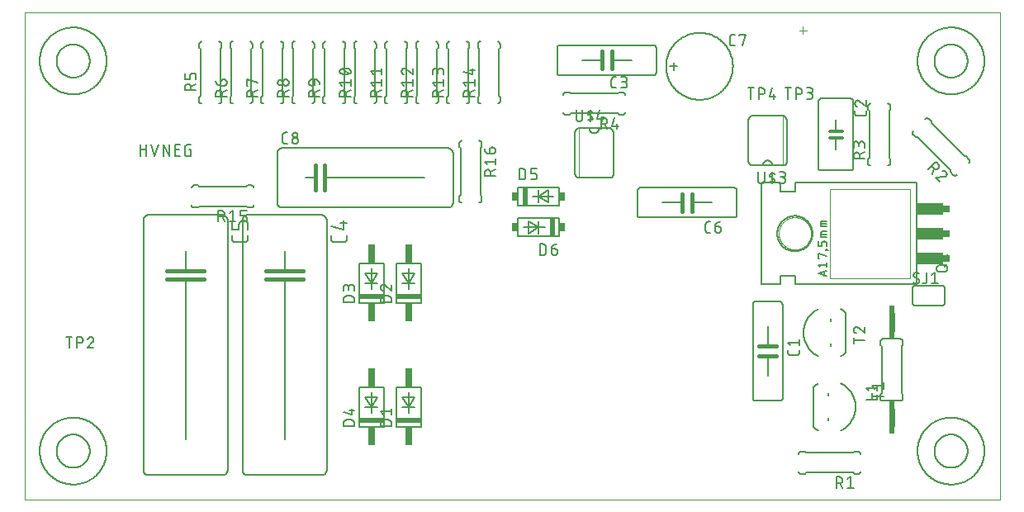
<source format=gto>
G75*
%MOIN*%
%OFA0B0*%
%FSLAX25Y25*%
%IPPOS*%
%LPD*%
%AMOC8*
5,1,8,0,0,1.08239X$1,22.5*
%
%ADD10C,0.00000*%
%ADD11C,0.00400*%
%ADD12C,0.00600*%
%ADD13C,0.01600*%
%ADD14C,0.00500*%
%ADD15C,0.01200*%
%ADD16C,0.00700*%
%ADD17R,0.10000X0.02000*%
%ADD18R,0.03000X0.07500*%
%ADD19C,0.02400*%
%ADD20R,0.02400X0.03400*%
%ADD21C,0.00200*%
%ADD22R,0.02500X0.03000*%
%ADD23R,0.11000X0.05000*%
%ADD24R,0.02000X0.07362*%
%ADD25R,0.02500X0.03346*%
D10*
X0002000Y0002000D02*
X0002000Y0198850D01*
X0395701Y0198850D01*
X0395701Y0002000D01*
X0002000Y0002000D01*
X0306500Y0109500D02*
X0306502Y0109661D01*
X0306508Y0109821D01*
X0306518Y0109982D01*
X0306532Y0110142D01*
X0306550Y0110302D01*
X0306571Y0110461D01*
X0306597Y0110620D01*
X0306627Y0110778D01*
X0306660Y0110935D01*
X0306698Y0111092D01*
X0306739Y0111247D01*
X0306784Y0111401D01*
X0306833Y0111554D01*
X0306886Y0111706D01*
X0306942Y0111857D01*
X0307003Y0112006D01*
X0307066Y0112154D01*
X0307134Y0112300D01*
X0307205Y0112444D01*
X0307279Y0112586D01*
X0307357Y0112727D01*
X0307439Y0112865D01*
X0307524Y0113002D01*
X0307612Y0113136D01*
X0307704Y0113268D01*
X0307799Y0113398D01*
X0307897Y0113526D01*
X0307998Y0113651D01*
X0308102Y0113773D01*
X0308209Y0113893D01*
X0308319Y0114010D01*
X0308432Y0114125D01*
X0308548Y0114236D01*
X0308667Y0114345D01*
X0308788Y0114450D01*
X0308912Y0114553D01*
X0309038Y0114653D01*
X0309166Y0114749D01*
X0309297Y0114842D01*
X0309431Y0114932D01*
X0309566Y0115019D01*
X0309704Y0115102D01*
X0309843Y0115182D01*
X0309985Y0115258D01*
X0310128Y0115331D01*
X0310273Y0115400D01*
X0310420Y0115466D01*
X0310568Y0115528D01*
X0310718Y0115586D01*
X0310869Y0115641D01*
X0311022Y0115692D01*
X0311176Y0115739D01*
X0311331Y0115782D01*
X0311487Y0115821D01*
X0311643Y0115857D01*
X0311801Y0115888D01*
X0311959Y0115916D01*
X0312118Y0115940D01*
X0312278Y0115960D01*
X0312438Y0115976D01*
X0312598Y0115988D01*
X0312759Y0115996D01*
X0312920Y0116000D01*
X0313080Y0116000D01*
X0313241Y0115996D01*
X0313402Y0115988D01*
X0313562Y0115976D01*
X0313722Y0115960D01*
X0313882Y0115940D01*
X0314041Y0115916D01*
X0314199Y0115888D01*
X0314357Y0115857D01*
X0314513Y0115821D01*
X0314669Y0115782D01*
X0314824Y0115739D01*
X0314978Y0115692D01*
X0315131Y0115641D01*
X0315282Y0115586D01*
X0315432Y0115528D01*
X0315580Y0115466D01*
X0315727Y0115400D01*
X0315872Y0115331D01*
X0316015Y0115258D01*
X0316157Y0115182D01*
X0316296Y0115102D01*
X0316434Y0115019D01*
X0316569Y0114932D01*
X0316703Y0114842D01*
X0316834Y0114749D01*
X0316962Y0114653D01*
X0317088Y0114553D01*
X0317212Y0114450D01*
X0317333Y0114345D01*
X0317452Y0114236D01*
X0317568Y0114125D01*
X0317681Y0114010D01*
X0317791Y0113893D01*
X0317898Y0113773D01*
X0318002Y0113651D01*
X0318103Y0113526D01*
X0318201Y0113398D01*
X0318296Y0113268D01*
X0318388Y0113136D01*
X0318476Y0113002D01*
X0318561Y0112865D01*
X0318643Y0112727D01*
X0318721Y0112586D01*
X0318795Y0112444D01*
X0318866Y0112300D01*
X0318934Y0112154D01*
X0318997Y0112006D01*
X0319058Y0111857D01*
X0319114Y0111706D01*
X0319167Y0111554D01*
X0319216Y0111401D01*
X0319261Y0111247D01*
X0319302Y0111092D01*
X0319340Y0110935D01*
X0319373Y0110778D01*
X0319403Y0110620D01*
X0319429Y0110461D01*
X0319450Y0110302D01*
X0319468Y0110142D01*
X0319482Y0109982D01*
X0319492Y0109821D01*
X0319498Y0109661D01*
X0319500Y0109500D01*
X0319498Y0109339D01*
X0319492Y0109179D01*
X0319482Y0109018D01*
X0319468Y0108858D01*
X0319450Y0108698D01*
X0319429Y0108539D01*
X0319403Y0108380D01*
X0319373Y0108222D01*
X0319340Y0108065D01*
X0319302Y0107908D01*
X0319261Y0107753D01*
X0319216Y0107599D01*
X0319167Y0107446D01*
X0319114Y0107294D01*
X0319058Y0107143D01*
X0318997Y0106994D01*
X0318934Y0106846D01*
X0318866Y0106700D01*
X0318795Y0106556D01*
X0318721Y0106414D01*
X0318643Y0106273D01*
X0318561Y0106135D01*
X0318476Y0105998D01*
X0318388Y0105864D01*
X0318296Y0105732D01*
X0318201Y0105602D01*
X0318103Y0105474D01*
X0318002Y0105349D01*
X0317898Y0105227D01*
X0317791Y0105107D01*
X0317681Y0104990D01*
X0317568Y0104875D01*
X0317452Y0104764D01*
X0317333Y0104655D01*
X0317212Y0104550D01*
X0317088Y0104447D01*
X0316962Y0104347D01*
X0316834Y0104251D01*
X0316703Y0104158D01*
X0316569Y0104068D01*
X0316434Y0103981D01*
X0316296Y0103898D01*
X0316157Y0103818D01*
X0316015Y0103742D01*
X0315872Y0103669D01*
X0315727Y0103600D01*
X0315580Y0103534D01*
X0315432Y0103472D01*
X0315282Y0103414D01*
X0315131Y0103359D01*
X0314978Y0103308D01*
X0314824Y0103261D01*
X0314669Y0103218D01*
X0314513Y0103179D01*
X0314357Y0103143D01*
X0314199Y0103112D01*
X0314041Y0103084D01*
X0313882Y0103060D01*
X0313722Y0103040D01*
X0313562Y0103024D01*
X0313402Y0103012D01*
X0313241Y0103004D01*
X0313080Y0103000D01*
X0312920Y0103000D01*
X0312759Y0103004D01*
X0312598Y0103012D01*
X0312438Y0103024D01*
X0312278Y0103040D01*
X0312118Y0103060D01*
X0311959Y0103084D01*
X0311801Y0103112D01*
X0311643Y0103143D01*
X0311487Y0103179D01*
X0311331Y0103218D01*
X0311176Y0103261D01*
X0311022Y0103308D01*
X0310869Y0103359D01*
X0310718Y0103414D01*
X0310568Y0103472D01*
X0310420Y0103534D01*
X0310273Y0103600D01*
X0310128Y0103669D01*
X0309985Y0103742D01*
X0309843Y0103818D01*
X0309704Y0103898D01*
X0309566Y0103981D01*
X0309431Y0104068D01*
X0309297Y0104158D01*
X0309166Y0104251D01*
X0309038Y0104347D01*
X0308912Y0104447D01*
X0308788Y0104550D01*
X0308667Y0104655D01*
X0308548Y0104764D01*
X0308432Y0104875D01*
X0308319Y0104990D01*
X0308209Y0105107D01*
X0308102Y0105227D01*
X0307998Y0105349D01*
X0307897Y0105474D01*
X0307799Y0105602D01*
X0307704Y0105732D01*
X0307612Y0105864D01*
X0307524Y0105998D01*
X0307439Y0106135D01*
X0307357Y0106273D01*
X0307279Y0106414D01*
X0307205Y0106556D01*
X0307134Y0106700D01*
X0307066Y0106846D01*
X0307003Y0106994D01*
X0306942Y0107143D01*
X0306886Y0107294D01*
X0306833Y0107446D01*
X0306784Y0107599D01*
X0306739Y0107753D01*
X0306698Y0107908D01*
X0306660Y0108065D01*
X0306627Y0108222D01*
X0306597Y0108380D01*
X0306571Y0108539D01*
X0306550Y0108698D01*
X0306532Y0108858D01*
X0306518Y0109018D01*
X0306508Y0109179D01*
X0306502Y0109339D01*
X0306500Y0109500D01*
D11*
X0316233Y0189956D02*
X0316233Y0193022D01*
X0314700Y0191489D02*
X0317767Y0191489D01*
D12*
X0261000Y0177000D02*
X0261004Y0177331D01*
X0261016Y0177662D01*
X0261037Y0177993D01*
X0261065Y0178323D01*
X0261102Y0178653D01*
X0261146Y0178981D01*
X0261199Y0179308D01*
X0261259Y0179634D01*
X0261328Y0179958D01*
X0261405Y0180280D01*
X0261489Y0180601D01*
X0261581Y0180919D01*
X0261681Y0181235D01*
X0261789Y0181548D01*
X0261905Y0181859D01*
X0262028Y0182166D01*
X0262158Y0182471D01*
X0262296Y0182772D01*
X0262441Y0183070D01*
X0262594Y0183364D01*
X0262754Y0183654D01*
X0262921Y0183940D01*
X0263094Y0184222D01*
X0263275Y0184500D01*
X0263463Y0184773D01*
X0263657Y0185042D01*
X0263857Y0185306D01*
X0264064Y0185564D01*
X0264278Y0185818D01*
X0264497Y0186066D01*
X0264723Y0186309D01*
X0264954Y0186546D01*
X0265191Y0186777D01*
X0265434Y0187003D01*
X0265682Y0187222D01*
X0265936Y0187436D01*
X0266194Y0187643D01*
X0266458Y0187843D01*
X0266727Y0188037D01*
X0267000Y0188225D01*
X0267278Y0188406D01*
X0267560Y0188579D01*
X0267846Y0188746D01*
X0268136Y0188906D01*
X0268430Y0189059D01*
X0268728Y0189204D01*
X0269029Y0189342D01*
X0269334Y0189472D01*
X0269641Y0189595D01*
X0269952Y0189711D01*
X0270265Y0189819D01*
X0270581Y0189919D01*
X0270899Y0190011D01*
X0271220Y0190095D01*
X0271542Y0190172D01*
X0271866Y0190241D01*
X0272192Y0190301D01*
X0272519Y0190354D01*
X0272847Y0190398D01*
X0273177Y0190435D01*
X0273507Y0190463D01*
X0273838Y0190484D01*
X0274169Y0190496D01*
X0274500Y0190500D01*
X0274831Y0190496D01*
X0275162Y0190484D01*
X0275493Y0190463D01*
X0275823Y0190435D01*
X0276153Y0190398D01*
X0276481Y0190354D01*
X0276808Y0190301D01*
X0277134Y0190241D01*
X0277458Y0190172D01*
X0277780Y0190095D01*
X0278101Y0190011D01*
X0278419Y0189919D01*
X0278735Y0189819D01*
X0279048Y0189711D01*
X0279359Y0189595D01*
X0279666Y0189472D01*
X0279971Y0189342D01*
X0280272Y0189204D01*
X0280570Y0189059D01*
X0280864Y0188906D01*
X0281154Y0188746D01*
X0281440Y0188579D01*
X0281722Y0188406D01*
X0282000Y0188225D01*
X0282273Y0188037D01*
X0282542Y0187843D01*
X0282806Y0187643D01*
X0283064Y0187436D01*
X0283318Y0187222D01*
X0283566Y0187003D01*
X0283809Y0186777D01*
X0284046Y0186546D01*
X0284277Y0186309D01*
X0284503Y0186066D01*
X0284722Y0185818D01*
X0284936Y0185564D01*
X0285143Y0185306D01*
X0285343Y0185042D01*
X0285537Y0184773D01*
X0285725Y0184500D01*
X0285906Y0184222D01*
X0286079Y0183940D01*
X0286246Y0183654D01*
X0286406Y0183364D01*
X0286559Y0183070D01*
X0286704Y0182772D01*
X0286842Y0182471D01*
X0286972Y0182166D01*
X0287095Y0181859D01*
X0287211Y0181548D01*
X0287319Y0181235D01*
X0287419Y0180919D01*
X0287511Y0180601D01*
X0287595Y0180280D01*
X0287672Y0179958D01*
X0287741Y0179634D01*
X0287801Y0179308D01*
X0287854Y0178981D01*
X0287898Y0178653D01*
X0287935Y0178323D01*
X0287963Y0177993D01*
X0287984Y0177662D01*
X0287996Y0177331D01*
X0288000Y0177000D01*
X0287996Y0176669D01*
X0287984Y0176338D01*
X0287963Y0176007D01*
X0287935Y0175677D01*
X0287898Y0175347D01*
X0287854Y0175019D01*
X0287801Y0174692D01*
X0287741Y0174366D01*
X0287672Y0174042D01*
X0287595Y0173720D01*
X0287511Y0173399D01*
X0287419Y0173081D01*
X0287319Y0172765D01*
X0287211Y0172452D01*
X0287095Y0172141D01*
X0286972Y0171834D01*
X0286842Y0171529D01*
X0286704Y0171228D01*
X0286559Y0170930D01*
X0286406Y0170636D01*
X0286246Y0170346D01*
X0286079Y0170060D01*
X0285906Y0169778D01*
X0285725Y0169500D01*
X0285537Y0169227D01*
X0285343Y0168958D01*
X0285143Y0168694D01*
X0284936Y0168436D01*
X0284722Y0168182D01*
X0284503Y0167934D01*
X0284277Y0167691D01*
X0284046Y0167454D01*
X0283809Y0167223D01*
X0283566Y0166997D01*
X0283318Y0166778D01*
X0283064Y0166564D01*
X0282806Y0166357D01*
X0282542Y0166157D01*
X0282273Y0165963D01*
X0282000Y0165775D01*
X0281722Y0165594D01*
X0281440Y0165421D01*
X0281154Y0165254D01*
X0280864Y0165094D01*
X0280570Y0164941D01*
X0280272Y0164796D01*
X0279971Y0164658D01*
X0279666Y0164528D01*
X0279359Y0164405D01*
X0279048Y0164289D01*
X0278735Y0164181D01*
X0278419Y0164081D01*
X0278101Y0163989D01*
X0277780Y0163905D01*
X0277458Y0163828D01*
X0277134Y0163759D01*
X0276808Y0163699D01*
X0276481Y0163646D01*
X0276153Y0163602D01*
X0275823Y0163565D01*
X0275493Y0163537D01*
X0275162Y0163516D01*
X0274831Y0163504D01*
X0274500Y0163500D01*
X0274169Y0163504D01*
X0273838Y0163516D01*
X0273507Y0163537D01*
X0273177Y0163565D01*
X0272847Y0163602D01*
X0272519Y0163646D01*
X0272192Y0163699D01*
X0271866Y0163759D01*
X0271542Y0163828D01*
X0271220Y0163905D01*
X0270899Y0163989D01*
X0270581Y0164081D01*
X0270265Y0164181D01*
X0269952Y0164289D01*
X0269641Y0164405D01*
X0269334Y0164528D01*
X0269029Y0164658D01*
X0268728Y0164796D01*
X0268430Y0164941D01*
X0268136Y0165094D01*
X0267846Y0165254D01*
X0267560Y0165421D01*
X0267278Y0165594D01*
X0267000Y0165775D01*
X0266727Y0165963D01*
X0266458Y0166157D01*
X0266194Y0166357D01*
X0265936Y0166564D01*
X0265682Y0166778D01*
X0265434Y0166997D01*
X0265191Y0167223D01*
X0264954Y0167454D01*
X0264723Y0167691D01*
X0264497Y0167934D01*
X0264278Y0168182D01*
X0264064Y0168436D01*
X0263857Y0168694D01*
X0263657Y0168958D01*
X0263463Y0169227D01*
X0263275Y0169500D01*
X0263094Y0169778D01*
X0262921Y0170060D01*
X0262754Y0170346D01*
X0262594Y0170636D01*
X0262441Y0170930D01*
X0262296Y0171228D01*
X0262158Y0171529D01*
X0262028Y0171834D01*
X0261905Y0172141D01*
X0261789Y0172452D01*
X0261681Y0172765D01*
X0261581Y0173081D01*
X0261489Y0173399D01*
X0261405Y0173720D01*
X0261328Y0174042D01*
X0261259Y0174366D01*
X0261199Y0174692D01*
X0261146Y0175019D01*
X0261102Y0175347D01*
X0261065Y0175677D01*
X0261037Y0176007D01*
X0261016Y0176338D01*
X0261004Y0176669D01*
X0261000Y0177000D01*
X0262500Y0177000D02*
X0265500Y0177000D01*
X0264000Y0175500D02*
X0264000Y0178500D01*
X0257000Y0174500D02*
X0257000Y0184500D01*
X0256998Y0184560D01*
X0256993Y0184621D01*
X0256984Y0184680D01*
X0256971Y0184739D01*
X0256955Y0184798D01*
X0256935Y0184855D01*
X0256912Y0184910D01*
X0256885Y0184965D01*
X0256856Y0185017D01*
X0256823Y0185068D01*
X0256787Y0185117D01*
X0256749Y0185163D01*
X0256707Y0185207D01*
X0256663Y0185249D01*
X0256617Y0185287D01*
X0256568Y0185323D01*
X0256517Y0185356D01*
X0256465Y0185385D01*
X0256410Y0185412D01*
X0256355Y0185435D01*
X0256298Y0185455D01*
X0256239Y0185471D01*
X0256180Y0185484D01*
X0256121Y0185493D01*
X0256060Y0185498D01*
X0256000Y0185500D01*
X0218000Y0185500D01*
X0217940Y0185498D01*
X0217879Y0185493D01*
X0217820Y0185484D01*
X0217761Y0185471D01*
X0217702Y0185455D01*
X0217645Y0185435D01*
X0217590Y0185412D01*
X0217535Y0185385D01*
X0217483Y0185356D01*
X0217432Y0185323D01*
X0217383Y0185287D01*
X0217337Y0185249D01*
X0217293Y0185207D01*
X0217251Y0185163D01*
X0217213Y0185117D01*
X0217177Y0185068D01*
X0217144Y0185017D01*
X0217115Y0184965D01*
X0217088Y0184910D01*
X0217065Y0184855D01*
X0217045Y0184798D01*
X0217029Y0184739D01*
X0217016Y0184680D01*
X0217007Y0184621D01*
X0217002Y0184560D01*
X0217000Y0184500D01*
X0217000Y0174500D01*
X0217002Y0174440D01*
X0217007Y0174379D01*
X0217016Y0174320D01*
X0217029Y0174261D01*
X0217045Y0174202D01*
X0217065Y0174145D01*
X0217088Y0174090D01*
X0217115Y0174035D01*
X0217144Y0173983D01*
X0217177Y0173932D01*
X0217213Y0173883D01*
X0217251Y0173837D01*
X0217293Y0173793D01*
X0217337Y0173751D01*
X0217383Y0173713D01*
X0217432Y0173677D01*
X0217483Y0173644D01*
X0217535Y0173615D01*
X0217590Y0173588D01*
X0217645Y0173565D01*
X0217702Y0173545D01*
X0217761Y0173529D01*
X0217820Y0173516D01*
X0217879Y0173507D01*
X0217940Y0173502D01*
X0218000Y0173500D01*
X0256000Y0173500D01*
X0256060Y0173502D01*
X0256121Y0173507D01*
X0256180Y0173516D01*
X0256239Y0173529D01*
X0256298Y0173545D01*
X0256355Y0173565D01*
X0256410Y0173588D01*
X0256465Y0173615D01*
X0256517Y0173644D01*
X0256568Y0173677D01*
X0256617Y0173713D01*
X0256663Y0173751D01*
X0256707Y0173793D01*
X0256749Y0173837D01*
X0256787Y0173883D01*
X0256823Y0173932D01*
X0256856Y0173983D01*
X0256885Y0174035D01*
X0256912Y0174090D01*
X0256935Y0174145D01*
X0256955Y0174202D01*
X0256971Y0174261D01*
X0256984Y0174320D01*
X0256993Y0174379D01*
X0256998Y0174440D01*
X0257000Y0174500D01*
X0247000Y0179500D02*
X0239000Y0179500D01*
X0235000Y0179500D02*
X0227000Y0179500D01*
X0222000Y0166500D02*
X0220500Y0166500D01*
X0220440Y0166498D01*
X0220379Y0166493D01*
X0220320Y0166484D01*
X0220261Y0166471D01*
X0220202Y0166455D01*
X0220145Y0166435D01*
X0220090Y0166412D01*
X0220035Y0166385D01*
X0219983Y0166356D01*
X0219932Y0166323D01*
X0219883Y0166287D01*
X0219837Y0166249D01*
X0219793Y0166207D01*
X0219751Y0166163D01*
X0219713Y0166117D01*
X0219677Y0166068D01*
X0219644Y0166017D01*
X0219615Y0165965D01*
X0219588Y0165910D01*
X0219565Y0165855D01*
X0219545Y0165798D01*
X0219529Y0165739D01*
X0219516Y0165680D01*
X0219507Y0165621D01*
X0219502Y0165560D01*
X0219500Y0165500D01*
X0222000Y0166500D02*
X0222500Y0166000D01*
X0241500Y0166000D01*
X0242000Y0166500D01*
X0243500Y0166500D01*
X0243560Y0166498D01*
X0243621Y0166493D01*
X0243680Y0166484D01*
X0243739Y0166471D01*
X0243798Y0166455D01*
X0243855Y0166435D01*
X0243910Y0166412D01*
X0243965Y0166385D01*
X0244017Y0166356D01*
X0244068Y0166323D01*
X0244117Y0166287D01*
X0244163Y0166249D01*
X0244207Y0166207D01*
X0244249Y0166163D01*
X0244287Y0166117D01*
X0244323Y0166068D01*
X0244356Y0166017D01*
X0244385Y0165965D01*
X0244412Y0165910D01*
X0244435Y0165855D01*
X0244455Y0165798D01*
X0244471Y0165739D01*
X0244484Y0165680D01*
X0244493Y0165621D01*
X0244498Y0165560D01*
X0244500Y0165500D01*
X0244500Y0158500D02*
X0244498Y0158440D01*
X0244493Y0158379D01*
X0244484Y0158320D01*
X0244471Y0158261D01*
X0244455Y0158202D01*
X0244435Y0158145D01*
X0244412Y0158090D01*
X0244385Y0158035D01*
X0244356Y0157983D01*
X0244323Y0157932D01*
X0244287Y0157883D01*
X0244249Y0157837D01*
X0244207Y0157793D01*
X0244163Y0157751D01*
X0244117Y0157713D01*
X0244068Y0157677D01*
X0244017Y0157644D01*
X0243965Y0157615D01*
X0243910Y0157588D01*
X0243855Y0157565D01*
X0243798Y0157545D01*
X0243739Y0157529D01*
X0243680Y0157516D01*
X0243621Y0157507D01*
X0243560Y0157502D01*
X0243500Y0157500D01*
X0242000Y0157500D01*
X0241500Y0158000D01*
X0222500Y0158000D01*
X0222000Y0157500D01*
X0220500Y0157500D01*
X0220440Y0157502D01*
X0220379Y0157507D01*
X0220320Y0157516D01*
X0220261Y0157529D01*
X0220202Y0157545D01*
X0220145Y0157565D01*
X0220090Y0157588D01*
X0220035Y0157615D01*
X0219983Y0157644D01*
X0219932Y0157677D01*
X0219883Y0157713D01*
X0219837Y0157751D01*
X0219793Y0157793D01*
X0219751Y0157837D01*
X0219713Y0157883D01*
X0219677Y0157932D01*
X0219644Y0157983D01*
X0219615Y0158035D01*
X0219588Y0158090D01*
X0219565Y0158145D01*
X0219545Y0158202D01*
X0219529Y0158261D01*
X0219516Y0158320D01*
X0219507Y0158379D01*
X0219502Y0158440D01*
X0219500Y0158500D01*
X0225800Y0152000D02*
X0230000Y0152000D01*
X0234000Y0152000D01*
X0238200Y0152000D01*
X0238276Y0151998D01*
X0238352Y0151992D01*
X0238427Y0151983D01*
X0238502Y0151969D01*
X0238576Y0151952D01*
X0238649Y0151931D01*
X0238721Y0151907D01*
X0238792Y0151878D01*
X0238861Y0151847D01*
X0238928Y0151812D01*
X0238993Y0151773D01*
X0239057Y0151731D01*
X0239118Y0151686D01*
X0239177Y0151638D01*
X0239233Y0151587D01*
X0239287Y0151533D01*
X0239338Y0151477D01*
X0239386Y0151418D01*
X0239431Y0151357D01*
X0239473Y0151293D01*
X0239512Y0151228D01*
X0239547Y0151161D01*
X0239578Y0151092D01*
X0239607Y0151021D01*
X0239631Y0150949D01*
X0239652Y0150876D01*
X0239669Y0150802D01*
X0239683Y0150727D01*
X0239692Y0150652D01*
X0239698Y0150576D01*
X0239700Y0150500D01*
X0239700Y0133500D01*
X0239698Y0133424D01*
X0239692Y0133348D01*
X0239683Y0133273D01*
X0239669Y0133198D01*
X0239652Y0133124D01*
X0239631Y0133051D01*
X0239607Y0132979D01*
X0239578Y0132908D01*
X0239547Y0132839D01*
X0239512Y0132772D01*
X0239473Y0132707D01*
X0239431Y0132643D01*
X0239386Y0132582D01*
X0239338Y0132523D01*
X0239287Y0132467D01*
X0239233Y0132413D01*
X0239177Y0132362D01*
X0239118Y0132314D01*
X0239057Y0132269D01*
X0238993Y0132227D01*
X0238928Y0132188D01*
X0238861Y0132153D01*
X0238792Y0132122D01*
X0238721Y0132093D01*
X0238649Y0132069D01*
X0238576Y0132048D01*
X0238502Y0132031D01*
X0238427Y0132017D01*
X0238352Y0132008D01*
X0238276Y0132002D01*
X0238200Y0132000D01*
X0225800Y0132000D01*
X0225724Y0132002D01*
X0225648Y0132008D01*
X0225573Y0132017D01*
X0225498Y0132031D01*
X0225424Y0132048D01*
X0225351Y0132069D01*
X0225279Y0132093D01*
X0225208Y0132122D01*
X0225139Y0132153D01*
X0225072Y0132188D01*
X0225007Y0132227D01*
X0224943Y0132269D01*
X0224882Y0132314D01*
X0224823Y0132362D01*
X0224767Y0132413D01*
X0224713Y0132467D01*
X0224662Y0132523D01*
X0224614Y0132582D01*
X0224569Y0132643D01*
X0224527Y0132707D01*
X0224488Y0132772D01*
X0224453Y0132839D01*
X0224422Y0132908D01*
X0224393Y0132979D01*
X0224369Y0133051D01*
X0224348Y0133124D01*
X0224331Y0133198D01*
X0224317Y0133273D01*
X0224308Y0133348D01*
X0224302Y0133424D01*
X0224300Y0133500D01*
X0224300Y0150500D01*
X0224302Y0150576D01*
X0224308Y0150652D01*
X0224317Y0150727D01*
X0224331Y0150802D01*
X0224348Y0150876D01*
X0224369Y0150949D01*
X0224393Y0151021D01*
X0224422Y0151092D01*
X0224453Y0151161D01*
X0224488Y0151228D01*
X0224527Y0151293D01*
X0224569Y0151357D01*
X0224614Y0151418D01*
X0224662Y0151477D01*
X0224713Y0151533D01*
X0224767Y0151587D01*
X0224823Y0151638D01*
X0224882Y0151686D01*
X0224943Y0151731D01*
X0225007Y0151773D01*
X0225072Y0151812D01*
X0225139Y0151847D01*
X0225208Y0151878D01*
X0225279Y0151907D01*
X0225351Y0151931D01*
X0225424Y0151952D01*
X0225498Y0151969D01*
X0225573Y0151983D01*
X0225648Y0151992D01*
X0225724Y0151998D01*
X0225800Y0152000D01*
X0230000Y0152000D02*
X0230002Y0151912D01*
X0230008Y0151823D01*
X0230018Y0151735D01*
X0230031Y0151648D01*
X0230049Y0151561D01*
X0230070Y0151475D01*
X0230095Y0151390D01*
X0230124Y0151307D01*
X0230157Y0151224D01*
X0230193Y0151144D01*
X0230232Y0151065D01*
X0230275Y0150987D01*
X0230322Y0150912D01*
X0230372Y0150839D01*
X0230425Y0150768D01*
X0230481Y0150699D01*
X0230540Y0150633D01*
X0230602Y0150570D01*
X0230666Y0150510D01*
X0230733Y0150452D01*
X0230803Y0150398D01*
X0230875Y0150346D01*
X0230949Y0150298D01*
X0231026Y0150253D01*
X0231104Y0150212D01*
X0231184Y0150174D01*
X0231265Y0150140D01*
X0231348Y0150109D01*
X0231433Y0150082D01*
X0231518Y0150059D01*
X0231604Y0150040D01*
X0231692Y0150024D01*
X0231779Y0150012D01*
X0231867Y0150004D01*
X0231956Y0150000D01*
X0232044Y0150000D01*
X0232133Y0150004D01*
X0232221Y0150012D01*
X0232308Y0150024D01*
X0232396Y0150040D01*
X0232482Y0150059D01*
X0232567Y0150082D01*
X0232652Y0150109D01*
X0232735Y0150140D01*
X0232816Y0150174D01*
X0232896Y0150212D01*
X0232974Y0150253D01*
X0233051Y0150298D01*
X0233125Y0150346D01*
X0233197Y0150398D01*
X0233267Y0150452D01*
X0233334Y0150510D01*
X0233398Y0150570D01*
X0233460Y0150633D01*
X0233519Y0150699D01*
X0233575Y0150768D01*
X0233628Y0150839D01*
X0233678Y0150912D01*
X0233725Y0150987D01*
X0233768Y0151065D01*
X0233807Y0151144D01*
X0233843Y0151224D01*
X0233876Y0151307D01*
X0233905Y0151390D01*
X0233930Y0151475D01*
X0233951Y0151561D01*
X0233969Y0151648D01*
X0233982Y0151735D01*
X0233992Y0151823D01*
X0233998Y0151912D01*
X0234000Y0152000D01*
X0194000Y0163000D02*
X0194000Y0164500D01*
X0193500Y0165000D01*
X0193500Y0184000D01*
X0194000Y0184500D01*
X0194000Y0186000D01*
X0193998Y0186060D01*
X0193993Y0186121D01*
X0193984Y0186180D01*
X0193971Y0186239D01*
X0193955Y0186298D01*
X0193935Y0186355D01*
X0193912Y0186410D01*
X0193885Y0186465D01*
X0193856Y0186517D01*
X0193823Y0186568D01*
X0193787Y0186617D01*
X0193749Y0186663D01*
X0193707Y0186707D01*
X0193663Y0186749D01*
X0193617Y0186787D01*
X0193568Y0186823D01*
X0193517Y0186856D01*
X0193465Y0186885D01*
X0193410Y0186912D01*
X0193355Y0186935D01*
X0193298Y0186955D01*
X0193239Y0186971D01*
X0193180Y0186984D01*
X0193121Y0186993D01*
X0193060Y0186998D01*
X0193000Y0187000D01*
X0186000Y0187000D02*
X0185940Y0186998D01*
X0185879Y0186993D01*
X0185820Y0186984D01*
X0185761Y0186971D01*
X0185702Y0186955D01*
X0185645Y0186935D01*
X0185590Y0186912D01*
X0185535Y0186885D01*
X0185483Y0186856D01*
X0185432Y0186823D01*
X0185383Y0186787D01*
X0185337Y0186749D01*
X0185293Y0186707D01*
X0185251Y0186663D01*
X0185213Y0186617D01*
X0185177Y0186568D01*
X0185144Y0186517D01*
X0185115Y0186465D01*
X0185088Y0186410D01*
X0185065Y0186355D01*
X0185045Y0186298D01*
X0185029Y0186239D01*
X0185016Y0186180D01*
X0185007Y0186121D01*
X0185002Y0186060D01*
X0185000Y0186000D01*
X0185000Y0184500D01*
X0185500Y0184000D01*
X0185500Y0165000D01*
X0185000Y0164500D01*
X0185000Y0163000D01*
X0185002Y0162940D01*
X0185007Y0162879D01*
X0185016Y0162820D01*
X0185029Y0162761D01*
X0185045Y0162702D01*
X0185065Y0162645D01*
X0185088Y0162590D01*
X0185115Y0162535D01*
X0185144Y0162483D01*
X0185177Y0162432D01*
X0185213Y0162383D01*
X0185251Y0162337D01*
X0185293Y0162293D01*
X0185337Y0162251D01*
X0185383Y0162213D01*
X0185432Y0162177D01*
X0185483Y0162144D01*
X0185535Y0162115D01*
X0185590Y0162088D01*
X0185645Y0162065D01*
X0185702Y0162045D01*
X0185761Y0162029D01*
X0185820Y0162016D01*
X0185879Y0162007D01*
X0185940Y0162002D01*
X0186000Y0162000D01*
X0181500Y0163000D02*
X0181500Y0164500D01*
X0181000Y0165000D01*
X0181000Y0184000D01*
X0181500Y0184500D01*
X0181500Y0186000D01*
X0181498Y0186060D01*
X0181493Y0186121D01*
X0181484Y0186180D01*
X0181471Y0186239D01*
X0181455Y0186298D01*
X0181435Y0186355D01*
X0181412Y0186410D01*
X0181385Y0186465D01*
X0181356Y0186517D01*
X0181323Y0186568D01*
X0181287Y0186617D01*
X0181249Y0186663D01*
X0181207Y0186707D01*
X0181163Y0186749D01*
X0181117Y0186787D01*
X0181068Y0186823D01*
X0181017Y0186856D01*
X0180965Y0186885D01*
X0180910Y0186912D01*
X0180855Y0186935D01*
X0180798Y0186955D01*
X0180739Y0186971D01*
X0180680Y0186984D01*
X0180621Y0186993D01*
X0180560Y0186998D01*
X0180500Y0187000D01*
X0173500Y0187000D02*
X0173440Y0186998D01*
X0173379Y0186993D01*
X0173320Y0186984D01*
X0173261Y0186971D01*
X0173202Y0186955D01*
X0173145Y0186935D01*
X0173090Y0186912D01*
X0173035Y0186885D01*
X0172983Y0186856D01*
X0172932Y0186823D01*
X0172883Y0186787D01*
X0172837Y0186749D01*
X0172793Y0186707D01*
X0172751Y0186663D01*
X0172713Y0186617D01*
X0172677Y0186568D01*
X0172644Y0186517D01*
X0172615Y0186465D01*
X0172588Y0186410D01*
X0172565Y0186355D01*
X0172545Y0186298D01*
X0172529Y0186239D01*
X0172516Y0186180D01*
X0172507Y0186121D01*
X0172502Y0186060D01*
X0172500Y0186000D01*
X0172500Y0184500D01*
X0173000Y0184000D01*
X0173000Y0165000D01*
X0172500Y0164500D01*
X0172500Y0163000D01*
X0172502Y0162940D01*
X0172507Y0162879D01*
X0172516Y0162820D01*
X0172529Y0162761D01*
X0172545Y0162702D01*
X0172565Y0162645D01*
X0172588Y0162590D01*
X0172615Y0162535D01*
X0172644Y0162483D01*
X0172677Y0162432D01*
X0172713Y0162383D01*
X0172751Y0162337D01*
X0172793Y0162293D01*
X0172837Y0162251D01*
X0172883Y0162213D01*
X0172932Y0162177D01*
X0172983Y0162144D01*
X0173035Y0162115D01*
X0173090Y0162088D01*
X0173145Y0162065D01*
X0173202Y0162045D01*
X0173261Y0162029D01*
X0173320Y0162016D01*
X0173379Y0162007D01*
X0173440Y0162002D01*
X0173500Y0162000D01*
X0169000Y0163000D02*
X0169000Y0164500D01*
X0168500Y0165000D01*
X0168500Y0184000D01*
X0169000Y0184500D01*
X0169000Y0186000D01*
X0168998Y0186060D01*
X0168993Y0186121D01*
X0168984Y0186180D01*
X0168971Y0186239D01*
X0168955Y0186298D01*
X0168935Y0186355D01*
X0168912Y0186410D01*
X0168885Y0186465D01*
X0168856Y0186517D01*
X0168823Y0186568D01*
X0168787Y0186617D01*
X0168749Y0186663D01*
X0168707Y0186707D01*
X0168663Y0186749D01*
X0168617Y0186787D01*
X0168568Y0186823D01*
X0168517Y0186856D01*
X0168465Y0186885D01*
X0168410Y0186912D01*
X0168355Y0186935D01*
X0168298Y0186955D01*
X0168239Y0186971D01*
X0168180Y0186984D01*
X0168121Y0186993D01*
X0168060Y0186998D01*
X0168000Y0187000D01*
X0161000Y0187000D02*
X0160940Y0186998D01*
X0160879Y0186993D01*
X0160820Y0186984D01*
X0160761Y0186971D01*
X0160702Y0186955D01*
X0160645Y0186935D01*
X0160590Y0186912D01*
X0160535Y0186885D01*
X0160483Y0186856D01*
X0160432Y0186823D01*
X0160383Y0186787D01*
X0160337Y0186749D01*
X0160293Y0186707D01*
X0160251Y0186663D01*
X0160213Y0186617D01*
X0160177Y0186568D01*
X0160144Y0186517D01*
X0160115Y0186465D01*
X0160088Y0186410D01*
X0160065Y0186355D01*
X0160045Y0186298D01*
X0160029Y0186239D01*
X0160016Y0186180D01*
X0160007Y0186121D01*
X0160002Y0186060D01*
X0160000Y0186000D01*
X0160000Y0184500D01*
X0160500Y0184000D01*
X0160500Y0165000D01*
X0160000Y0164500D01*
X0160000Y0163000D01*
X0160002Y0162940D01*
X0160007Y0162879D01*
X0160016Y0162820D01*
X0160029Y0162761D01*
X0160045Y0162702D01*
X0160065Y0162645D01*
X0160088Y0162590D01*
X0160115Y0162535D01*
X0160144Y0162483D01*
X0160177Y0162432D01*
X0160213Y0162383D01*
X0160251Y0162337D01*
X0160293Y0162293D01*
X0160337Y0162251D01*
X0160383Y0162213D01*
X0160432Y0162177D01*
X0160483Y0162144D01*
X0160535Y0162115D01*
X0160590Y0162088D01*
X0160645Y0162065D01*
X0160702Y0162045D01*
X0160761Y0162029D01*
X0160820Y0162016D01*
X0160879Y0162007D01*
X0160940Y0162002D01*
X0161000Y0162000D01*
X0156500Y0163000D02*
X0156500Y0164500D01*
X0156000Y0165000D01*
X0156000Y0184000D01*
X0156500Y0184500D01*
X0156500Y0186000D01*
X0156498Y0186060D01*
X0156493Y0186121D01*
X0156484Y0186180D01*
X0156471Y0186239D01*
X0156455Y0186298D01*
X0156435Y0186355D01*
X0156412Y0186410D01*
X0156385Y0186465D01*
X0156356Y0186517D01*
X0156323Y0186568D01*
X0156287Y0186617D01*
X0156249Y0186663D01*
X0156207Y0186707D01*
X0156163Y0186749D01*
X0156117Y0186787D01*
X0156068Y0186823D01*
X0156017Y0186856D01*
X0155965Y0186885D01*
X0155910Y0186912D01*
X0155855Y0186935D01*
X0155798Y0186955D01*
X0155739Y0186971D01*
X0155680Y0186984D01*
X0155621Y0186993D01*
X0155560Y0186998D01*
X0155500Y0187000D01*
X0148500Y0187000D02*
X0148440Y0186998D01*
X0148379Y0186993D01*
X0148320Y0186984D01*
X0148261Y0186971D01*
X0148202Y0186955D01*
X0148145Y0186935D01*
X0148090Y0186912D01*
X0148035Y0186885D01*
X0147983Y0186856D01*
X0147932Y0186823D01*
X0147883Y0186787D01*
X0147837Y0186749D01*
X0147793Y0186707D01*
X0147751Y0186663D01*
X0147713Y0186617D01*
X0147677Y0186568D01*
X0147644Y0186517D01*
X0147615Y0186465D01*
X0147588Y0186410D01*
X0147565Y0186355D01*
X0147545Y0186298D01*
X0147529Y0186239D01*
X0147516Y0186180D01*
X0147507Y0186121D01*
X0147502Y0186060D01*
X0147500Y0186000D01*
X0147500Y0184500D01*
X0148000Y0184000D01*
X0148000Y0165000D01*
X0147500Y0164500D01*
X0147500Y0163000D01*
X0147502Y0162940D01*
X0147507Y0162879D01*
X0147516Y0162820D01*
X0147529Y0162761D01*
X0147545Y0162702D01*
X0147565Y0162645D01*
X0147588Y0162590D01*
X0147615Y0162535D01*
X0147644Y0162483D01*
X0147677Y0162432D01*
X0147713Y0162383D01*
X0147751Y0162337D01*
X0147793Y0162293D01*
X0147837Y0162251D01*
X0147883Y0162213D01*
X0147932Y0162177D01*
X0147983Y0162144D01*
X0148035Y0162115D01*
X0148090Y0162088D01*
X0148145Y0162065D01*
X0148202Y0162045D01*
X0148261Y0162029D01*
X0148320Y0162016D01*
X0148379Y0162007D01*
X0148440Y0162002D01*
X0148500Y0162000D01*
X0144000Y0163000D02*
X0144000Y0164500D01*
X0143500Y0165000D01*
X0143500Y0184000D01*
X0144000Y0184500D01*
X0144000Y0186000D01*
X0143998Y0186060D01*
X0143993Y0186121D01*
X0143984Y0186180D01*
X0143971Y0186239D01*
X0143955Y0186298D01*
X0143935Y0186355D01*
X0143912Y0186410D01*
X0143885Y0186465D01*
X0143856Y0186517D01*
X0143823Y0186568D01*
X0143787Y0186617D01*
X0143749Y0186663D01*
X0143707Y0186707D01*
X0143663Y0186749D01*
X0143617Y0186787D01*
X0143568Y0186823D01*
X0143517Y0186856D01*
X0143465Y0186885D01*
X0143410Y0186912D01*
X0143355Y0186935D01*
X0143298Y0186955D01*
X0143239Y0186971D01*
X0143180Y0186984D01*
X0143121Y0186993D01*
X0143060Y0186998D01*
X0143000Y0187000D01*
X0136000Y0187000D02*
X0135940Y0186998D01*
X0135879Y0186993D01*
X0135820Y0186984D01*
X0135761Y0186971D01*
X0135702Y0186955D01*
X0135645Y0186935D01*
X0135590Y0186912D01*
X0135535Y0186885D01*
X0135483Y0186856D01*
X0135432Y0186823D01*
X0135383Y0186787D01*
X0135337Y0186749D01*
X0135293Y0186707D01*
X0135251Y0186663D01*
X0135213Y0186617D01*
X0135177Y0186568D01*
X0135144Y0186517D01*
X0135115Y0186465D01*
X0135088Y0186410D01*
X0135065Y0186355D01*
X0135045Y0186298D01*
X0135029Y0186239D01*
X0135016Y0186180D01*
X0135007Y0186121D01*
X0135002Y0186060D01*
X0135000Y0186000D01*
X0135000Y0184500D01*
X0135500Y0184000D01*
X0135500Y0165000D01*
X0135000Y0164500D01*
X0135000Y0163000D01*
X0135002Y0162940D01*
X0135007Y0162879D01*
X0135016Y0162820D01*
X0135029Y0162761D01*
X0135045Y0162702D01*
X0135065Y0162645D01*
X0135088Y0162590D01*
X0135115Y0162535D01*
X0135144Y0162483D01*
X0135177Y0162432D01*
X0135213Y0162383D01*
X0135251Y0162337D01*
X0135293Y0162293D01*
X0135337Y0162251D01*
X0135383Y0162213D01*
X0135432Y0162177D01*
X0135483Y0162144D01*
X0135535Y0162115D01*
X0135590Y0162088D01*
X0135645Y0162065D01*
X0135702Y0162045D01*
X0135761Y0162029D01*
X0135820Y0162016D01*
X0135879Y0162007D01*
X0135940Y0162002D01*
X0136000Y0162000D01*
X0131500Y0163000D02*
X0131500Y0164500D01*
X0131000Y0165000D01*
X0131000Y0184000D01*
X0131500Y0184500D01*
X0131500Y0186000D01*
X0131498Y0186060D01*
X0131493Y0186121D01*
X0131484Y0186180D01*
X0131471Y0186239D01*
X0131455Y0186298D01*
X0131435Y0186355D01*
X0131412Y0186410D01*
X0131385Y0186465D01*
X0131356Y0186517D01*
X0131323Y0186568D01*
X0131287Y0186617D01*
X0131249Y0186663D01*
X0131207Y0186707D01*
X0131163Y0186749D01*
X0131117Y0186787D01*
X0131068Y0186823D01*
X0131017Y0186856D01*
X0130965Y0186885D01*
X0130910Y0186912D01*
X0130855Y0186935D01*
X0130798Y0186955D01*
X0130739Y0186971D01*
X0130680Y0186984D01*
X0130621Y0186993D01*
X0130560Y0186998D01*
X0130500Y0187000D01*
X0123500Y0187000D02*
X0123440Y0186998D01*
X0123379Y0186993D01*
X0123320Y0186984D01*
X0123261Y0186971D01*
X0123202Y0186955D01*
X0123145Y0186935D01*
X0123090Y0186912D01*
X0123035Y0186885D01*
X0122983Y0186856D01*
X0122932Y0186823D01*
X0122883Y0186787D01*
X0122837Y0186749D01*
X0122793Y0186707D01*
X0122751Y0186663D01*
X0122713Y0186617D01*
X0122677Y0186568D01*
X0122644Y0186517D01*
X0122615Y0186465D01*
X0122588Y0186410D01*
X0122565Y0186355D01*
X0122545Y0186298D01*
X0122529Y0186239D01*
X0122516Y0186180D01*
X0122507Y0186121D01*
X0122502Y0186060D01*
X0122500Y0186000D01*
X0122500Y0184500D01*
X0123000Y0184000D01*
X0123000Y0165000D01*
X0122500Y0164500D01*
X0122500Y0163000D01*
X0122502Y0162940D01*
X0122507Y0162879D01*
X0122516Y0162820D01*
X0122529Y0162761D01*
X0122545Y0162702D01*
X0122565Y0162645D01*
X0122588Y0162590D01*
X0122615Y0162535D01*
X0122644Y0162483D01*
X0122677Y0162432D01*
X0122713Y0162383D01*
X0122751Y0162337D01*
X0122793Y0162293D01*
X0122837Y0162251D01*
X0122883Y0162213D01*
X0122932Y0162177D01*
X0122983Y0162144D01*
X0123035Y0162115D01*
X0123090Y0162088D01*
X0123145Y0162065D01*
X0123202Y0162045D01*
X0123261Y0162029D01*
X0123320Y0162016D01*
X0123379Y0162007D01*
X0123440Y0162002D01*
X0123500Y0162000D01*
X0130500Y0162000D02*
X0130560Y0162002D01*
X0130621Y0162007D01*
X0130680Y0162016D01*
X0130739Y0162029D01*
X0130798Y0162045D01*
X0130855Y0162065D01*
X0130910Y0162088D01*
X0130965Y0162115D01*
X0131017Y0162144D01*
X0131068Y0162177D01*
X0131117Y0162213D01*
X0131163Y0162251D01*
X0131207Y0162293D01*
X0131249Y0162337D01*
X0131287Y0162383D01*
X0131323Y0162432D01*
X0131356Y0162483D01*
X0131385Y0162535D01*
X0131412Y0162590D01*
X0131435Y0162645D01*
X0131455Y0162702D01*
X0131471Y0162761D01*
X0131484Y0162820D01*
X0131493Y0162879D01*
X0131498Y0162940D01*
X0131500Y0163000D01*
X0143000Y0162000D02*
X0143060Y0162002D01*
X0143121Y0162007D01*
X0143180Y0162016D01*
X0143239Y0162029D01*
X0143298Y0162045D01*
X0143355Y0162065D01*
X0143410Y0162088D01*
X0143465Y0162115D01*
X0143517Y0162144D01*
X0143568Y0162177D01*
X0143617Y0162213D01*
X0143663Y0162251D01*
X0143707Y0162293D01*
X0143749Y0162337D01*
X0143787Y0162383D01*
X0143823Y0162432D01*
X0143856Y0162483D01*
X0143885Y0162535D01*
X0143912Y0162590D01*
X0143935Y0162645D01*
X0143955Y0162702D01*
X0143971Y0162761D01*
X0143984Y0162820D01*
X0143993Y0162879D01*
X0143998Y0162940D01*
X0144000Y0163000D01*
X0155500Y0162000D02*
X0155560Y0162002D01*
X0155621Y0162007D01*
X0155680Y0162016D01*
X0155739Y0162029D01*
X0155798Y0162045D01*
X0155855Y0162065D01*
X0155910Y0162088D01*
X0155965Y0162115D01*
X0156017Y0162144D01*
X0156068Y0162177D01*
X0156117Y0162213D01*
X0156163Y0162251D01*
X0156207Y0162293D01*
X0156249Y0162337D01*
X0156287Y0162383D01*
X0156323Y0162432D01*
X0156356Y0162483D01*
X0156385Y0162535D01*
X0156412Y0162590D01*
X0156435Y0162645D01*
X0156455Y0162702D01*
X0156471Y0162761D01*
X0156484Y0162820D01*
X0156493Y0162879D01*
X0156498Y0162940D01*
X0156500Y0163000D01*
X0168000Y0162000D02*
X0168060Y0162002D01*
X0168121Y0162007D01*
X0168180Y0162016D01*
X0168239Y0162029D01*
X0168298Y0162045D01*
X0168355Y0162065D01*
X0168410Y0162088D01*
X0168465Y0162115D01*
X0168517Y0162144D01*
X0168568Y0162177D01*
X0168617Y0162213D01*
X0168663Y0162251D01*
X0168707Y0162293D01*
X0168749Y0162337D01*
X0168787Y0162383D01*
X0168823Y0162432D01*
X0168856Y0162483D01*
X0168885Y0162535D01*
X0168912Y0162590D01*
X0168935Y0162645D01*
X0168955Y0162702D01*
X0168971Y0162761D01*
X0168984Y0162820D01*
X0168993Y0162879D01*
X0168998Y0162940D01*
X0169000Y0163000D01*
X0180500Y0162000D02*
X0180560Y0162002D01*
X0180621Y0162007D01*
X0180680Y0162016D01*
X0180739Y0162029D01*
X0180798Y0162045D01*
X0180855Y0162065D01*
X0180910Y0162088D01*
X0180965Y0162115D01*
X0181017Y0162144D01*
X0181068Y0162177D01*
X0181117Y0162213D01*
X0181163Y0162251D01*
X0181207Y0162293D01*
X0181249Y0162337D01*
X0181287Y0162383D01*
X0181323Y0162432D01*
X0181356Y0162483D01*
X0181385Y0162535D01*
X0181412Y0162590D01*
X0181435Y0162645D01*
X0181455Y0162702D01*
X0181471Y0162761D01*
X0181484Y0162820D01*
X0181493Y0162879D01*
X0181498Y0162940D01*
X0181500Y0163000D01*
X0193000Y0162000D02*
X0193060Y0162002D01*
X0193121Y0162007D01*
X0193180Y0162016D01*
X0193239Y0162029D01*
X0193298Y0162045D01*
X0193355Y0162065D01*
X0193410Y0162088D01*
X0193465Y0162115D01*
X0193517Y0162144D01*
X0193568Y0162177D01*
X0193617Y0162213D01*
X0193663Y0162251D01*
X0193707Y0162293D01*
X0193749Y0162337D01*
X0193787Y0162383D01*
X0193823Y0162432D01*
X0193856Y0162483D01*
X0193885Y0162535D01*
X0193912Y0162590D01*
X0193935Y0162645D01*
X0193955Y0162702D01*
X0193971Y0162761D01*
X0193984Y0162820D01*
X0193993Y0162879D01*
X0193998Y0162940D01*
X0194000Y0163000D01*
X0186500Y0146000D02*
X0186500Y0144500D01*
X0186000Y0144000D01*
X0186000Y0125000D01*
X0186500Y0124500D01*
X0186500Y0123000D01*
X0186498Y0122940D01*
X0186493Y0122879D01*
X0186484Y0122820D01*
X0186471Y0122761D01*
X0186455Y0122702D01*
X0186435Y0122645D01*
X0186412Y0122590D01*
X0186385Y0122535D01*
X0186356Y0122483D01*
X0186323Y0122432D01*
X0186287Y0122383D01*
X0186249Y0122337D01*
X0186207Y0122293D01*
X0186163Y0122251D01*
X0186117Y0122213D01*
X0186068Y0122177D01*
X0186017Y0122144D01*
X0185965Y0122115D01*
X0185910Y0122088D01*
X0185855Y0122065D01*
X0185798Y0122045D01*
X0185739Y0122029D01*
X0185680Y0122016D01*
X0185621Y0122007D01*
X0185560Y0122002D01*
X0185500Y0122000D01*
X0178500Y0122000D02*
X0178440Y0122002D01*
X0178379Y0122007D01*
X0178320Y0122016D01*
X0178261Y0122029D01*
X0178202Y0122045D01*
X0178145Y0122065D01*
X0178090Y0122088D01*
X0178035Y0122115D01*
X0177983Y0122144D01*
X0177932Y0122177D01*
X0177883Y0122213D01*
X0177837Y0122251D01*
X0177793Y0122293D01*
X0177751Y0122337D01*
X0177713Y0122383D01*
X0177677Y0122432D01*
X0177644Y0122483D01*
X0177615Y0122535D01*
X0177588Y0122590D01*
X0177565Y0122645D01*
X0177545Y0122702D01*
X0177529Y0122761D01*
X0177516Y0122820D01*
X0177507Y0122879D01*
X0177502Y0122940D01*
X0177500Y0123000D01*
X0177500Y0124500D01*
X0178000Y0125000D01*
X0178000Y0144000D01*
X0177500Y0144500D01*
X0177500Y0146000D01*
X0177502Y0146060D01*
X0177507Y0146121D01*
X0177516Y0146180D01*
X0177529Y0146239D01*
X0177545Y0146298D01*
X0177565Y0146355D01*
X0177588Y0146410D01*
X0177615Y0146465D01*
X0177644Y0146517D01*
X0177677Y0146568D01*
X0177713Y0146617D01*
X0177751Y0146663D01*
X0177793Y0146707D01*
X0177837Y0146749D01*
X0177883Y0146787D01*
X0177932Y0146823D01*
X0177983Y0146856D01*
X0178035Y0146885D01*
X0178090Y0146912D01*
X0178145Y0146935D01*
X0178202Y0146955D01*
X0178261Y0146971D01*
X0178320Y0146984D01*
X0178379Y0146993D01*
X0178440Y0146998D01*
X0178500Y0147000D01*
X0173000Y0144000D02*
X0106000Y0144000D01*
X0105913Y0143998D01*
X0105826Y0143992D01*
X0105739Y0143983D01*
X0105653Y0143970D01*
X0105567Y0143953D01*
X0105482Y0143932D01*
X0105399Y0143907D01*
X0105316Y0143879D01*
X0105235Y0143848D01*
X0105155Y0143813D01*
X0105077Y0143774D01*
X0105000Y0143732D01*
X0104925Y0143687D01*
X0104853Y0143638D01*
X0104782Y0143587D01*
X0104714Y0143532D01*
X0104649Y0143475D01*
X0104586Y0143414D01*
X0104525Y0143351D01*
X0104468Y0143286D01*
X0104413Y0143218D01*
X0104362Y0143147D01*
X0104313Y0143075D01*
X0104268Y0143000D01*
X0104226Y0142923D01*
X0104187Y0142845D01*
X0104152Y0142765D01*
X0104121Y0142684D01*
X0104093Y0142601D01*
X0104068Y0142518D01*
X0104047Y0142433D01*
X0104030Y0142347D01*
X0104017Y0142261D01*
X0104008Y0142174D01*
X0104002Y0142087D01*
X0104000Y0142000D01*
X0104000Y0122000D01*
X0104002Y0121913D01*
X0104008Y0121826D01*
X0104017Y0121739D01*
X0104030Y0121653D01*
X0104047Y0121567D01*
X0104068Y0121482D01*
X0104093Y0121399D01*
X0104121Y0121316D01*
X0104152Y0121235D01*
X0104187Y0121155D01*
X0104226Y0121077D01*
X0104268Y0121000D01*
X0104313Y0120925D01*
X0104362Y0120853D01*
X0104413Y0120782D01*
X0104468Y0120714D01*
X0104525Y0120649D01*
X0104586Y0120586D01*
X0104649Y0120525D01*
X0104714Y0120468D01*
X0104782Y0120413D01*
X0104853Y0120362D01*
X0104925Y0120313D01*
X0105000Y0120268D01*
X0105077Y0120226D01*
X0105155Y0120187D01*
X0105235Y0120152D01*
X0105316Y0120121D01*
X0105399Y0120093D01*
X0105482Y0120068D01*
X0105567Y0120047D01*
X0105653Y0120030D01*
X0105739Y0120017D01*
X0105826Y0120008D01*
X0105913Y0120002D01*
X0106000Y0120000D01*
X0173000Y0120000D01*
X0173087Y0120002D01*
X0173174Y0120008D01*
X0173261Y0120017D01*
X0173347Y0120030D01*
X0173433Y0120047D01*
X0173518Y0120068D01*
X0173601Y0120093D01*
X0173684Y0120121D01*
X0173765Y0120152D01*
X0173845Y0120187D01*
X0173923Y0120226D01*
X0174000Y0120268D01*
X0174075Y0120313D01*
X0174147Y0120362D01*
X0174218Y0120413D01*
X0174286Y0120468D01*
X0174351Y0120525D01*
X0174414Y0120586D01*
X0174475Y0120649D01*
X0174532Y0120714D01*
X0174587Y0120782D01*
X0174638Y0120853D01*
X0174687Y0120925D01*
X0174732Y0121000D01*
X0174774Y0121077D01*
X0174813Y0121155D01*
X0174848Y0121235D01*
X0174879Y0121316D01*
X0174907Y0121399D01*
X0174932Y0121482D01*
X0174953Y0121567D01*
X0174970Y0121653D01*
X0174983Y0121739D01*
X0174992Y0121826D01*
X0174998Y0121913D01*
X0175000Y0122000D01*
X0175000Y0142000D01*
X0174998Y0142087D01*
X0174992Y0142174D01*
X0174983Y0142261D01*
X0174970Y0142347D01*
X0174953Y0142433D01*
X0174932Y0142518D01*
X0174907Y0142601D01*
X0174879Y0142684D01*
X0174848Y0142765D01*
X0174813Y0142845D01*
X0174774Y0142923D01*
X0174732Y0143000D01*
X0174687Y0143075D01*
X0174638Y0143147D01*
X0174587Y0143218D01*
X0174532Y0143286D01*
X0174475Y0143351D01*
X0174414Y0143414D01*
X0174351Y0143475D01*
X0174286Y0143532D01*
X0174218Y0143587D01*
X0174147Y0143638D01*
X0174075Y0143687D01*
X0174000Y0143732D01*
X0173923Y0143774D01*
X0173845Y0143813D01*
X0173765Y0143848D01*
X0173684Y0143879D01*
X0173601Y0143907D01*
X0173518Y0143932D01*
X0173433Y0143953D01*
X0173347Y0143970D01*
X0173261Y0143983D01*
X0173174Y0143992D01*
X0173087Y0143998D01*
X0173000Y0144000D01*
X0185500Y0147000D02*
X0185560Y0146998D01*
X0185621Y0146993D01*
X0185680Y0146984D01*
X0185739Y0146971D01*
X0185798Y0146955D01*
X0185855Y0146935D01*
X0185910Y0146912D01*
X0185965Y0146885D01*
X0186017Y0146856D01*
X0186068Y0146823D01*
X0186117Y0146787D01*
X0186163Y0146749D01*
X0186207Y0146707D01*
X0186249Y0146663D01*
X0186287Y0146617D01*
X0186323Y0146568D01*
X0186356Y0146517D01*
X0186385Y0146465D01*
X0186412Y0146410D01*
X0186435Y0146355D01*
X0186455Y0146298D01*
X0186471Y0146239D01*
X0186484Y0146180D01*
X0186493Y0146121D01*
X0186498Y0146060D01*
X0186500Y0146000D01*
X0163500Y0132000D02*
X0123000Y0132000D01*
X0119500Y0132000D02*
X0115500Y0132000D01*
X0093500Y0129000D02*
X0092000Y0129000D01*
X0091500Y0128500D01*
X0072500Y0128500D01*
X0072000Y0129000D01*
X0070500Y0129000D01*
X0070440Y0128998D01*
X0070379Y0128993D01*
X0070320Y0128984D01*
X0070261Y0128971D01*
X0070202Y0128955D01*
X0070145Y0128935D01*
X0070090Y0128912D01*
X0070035Y0128885D01*
X0069983Y0128856D01*
X0069932Y0128823D01*
X0069883Y0128787D01*
X0069837Y0128749D01*
X0069793Y0128707D01*
X0069751Y0128663D01*
X0069713Y0128617D01*
X0069677Y0128568D01*
X0069644Y0128517D01*
X0069615Y0128465D01*
X0069588Y0128410D01*
X0069565Y0128355D01*
X0069545Y0128298D01*
X0069529Y0128239D01*
X0069516Y0128180D01*
X0069507Y0128121D01*
X0069502Y0128060D01*
X0069500Y0128000D01*
X0069500Y0121000D02*
X0069502Y0120940D01*
X0069507Y0120879D01*
X0069516Y0120820D01*
X0069529Y0120761D01*
X0069545Y0120702D01*
X0069565Y0120645D01*
X0069588Y0120590D01*
X0069615Y0120535D01*
X0069644Y0120483D01*
X0069677Y0120432D01*
X0069713Y0120383D01*
X0069751Y0120337D01*
X0069793Y0120293D01*
X0069837Y0120251D01*
X0069883Y0120213D01*
X0069932Y0120177D01*
X0069983Y0120144D01*
X0070035Y0120115D01*
X0070090Y0120088D01*
X0070145Y0120065D01*
X0070202Y0120045D01*
X0070261Y0120029D01*
X0070320Y0120016D01*
X0070379Y0120007D01*
X0070440Y0120002D01*
X0070500Y0120000D01*
X0072000Y0120000D01*
X0072500Y0120500D01*
X0091500Y0120500D01*
X0092000Y0120000D01*
X0093500Y0120000D01*
X0093560Y0120002D01*
X0093621Y0120007D01*
X0093680Y0120016D01*
X0093739Y0120029D01*
X0093798Y0120045D01*
X0093855Y0120065D01*
X0093910Y0120088D01*
X0093965Y0120115D01*
X0094017Y0120144D01*
X0094068Y0120177D01*
X0094117Y0120213D01*
X0094163Y0120251D01*
X0094207Y0120293D01*
X0094249Y0120337D01*
X0094287Y0120383D01*
X0094323Y0120432D01*
X0094356Y0120483D01*
X0094385Y0120535D01*
X0094412Y0120590D01*
X0094435Y0120645D01*
X0094455Y0120702D01*
X0094471Y0120761D01*
X0094484Y0120820D01*
X0094493Y0120879D01*
X0094498Y0120940D01*
X0094500Y0121000D01*
X0092000Y0117000D02*
X0122000Y0117000D01*
X0122087Y0116998D01*
X0122174Y0116992D01*
X0122261Y0116983D01*
X0122347Y0116970D01*
X0122433Y0116953D01*
X0122518Y0116932D01*
X0122601Y0116907D01*
X0122684Y0116879D01*
X0122765Y0116848D01*
X0122845Y0116813D01*
X0122923Y0116774D01*
X0123000Y0116732D01*
X0123075Y0116687D01*
X0123147Y0116638D01*
X0123218Y0116587D01*
X0123286Y0116532D01*
X0123351Y0116475D01*
X0123414Y0116414D01*
X0123475Y0116351D01*
X0123532Y0116286D01*
X0123587Y0116218D01*
X0123638Y0116147D01*
X0123687Y0116075D01*
X0123732Y0116000D01*
X0123774Y0115923D01*
X0123813Y0115845D01*
X0123848Y0115765D01*
X0123879Y0115684D01*
X0123907Y0115601D01*
X0123932Y0115518D01*
X0123953Y0115433D01*
X0123970Y0115347D01*
X0123983Y0115261D01*
X0123992Y0115174D01*
X0123998Y0115087D01*
X0124000Y0115000D01*
X0124000Y0014000D01*
X0123998Y0013913D01*
X0123992Y0013826D01*
X0123983Y0013739D01*
X0123970Y0013653D01*
X0123953Y0013567D01*
X0123932Y0013482D01*
X0123907Y0013399D01*
X0123879Y0013316D01*
X0123848Y0013235D01*
X0123813Y0013155D01*
X0123774Y0013077D01*
X0123732Y0013000D01*
X0123687Y0012925D01*
X0123638Y0012853D01*
X0123587Y0012782D01*
X0123532Y0012714D01*
X0123475Y0012649D01*
X0123414Y0012586D01*
X0123351Y0012525D01*
X0123286Y0012468D01*
X0123218Y0012413D01*
X0123147Y0012362D01*
X0123075Y0012313D01*
X0123000Y0012268D01*
X0122923Y0012226D01*
X0122845Y0012187D01*
X0122765Y0012152D01*
X0122684Y0012121D01*
X0122601Y0012093D01*
X0122518Y0012068D01*
X0122433Y0012047D01*
X0122347Y0012030D01*
X0122261Y0012017D01*
X0122174Y0012008D01*
X0122087Y0012002D01*
X0122000Y0012000D01*
X0092000Y0012000D01*
X0091913Y0012002D01*
X0091826Y0012008D01*
X0091739Y0012017D01*
X0091653Y0012030D01*
X0091567Y0012047D01*
X0091482Y0012068D01*
X0091399Y0012093D01*
X0091316Y0012121D01*
X0091235Y0012152D01*
X0091155Y0012187D01*
X0091077Y0012226D01*
X0091000Y0012268D01*
X0090925Y0012313D01*
X0090853Y0012362D01*
X0090782Y0012413D01*
X0090714Y0012468D01*
X0090649Y0012525D01*
X0090586Y0012586D01*
X0090525Y0012649D01*
X0090468Y0012714D01*
X0090413Y0012782D01*
X0090362Y0012853D01*
X0090313Y0012925D01*
X0090268Y0013000D01*
X0090226Y0013077D01*
X0090187Y0013155D01*
X0090152Y0013235D01*
X0090121Y0013316D01*
X0090093Y0013399D01*
X0090068Y0013482D01*
X0090047Y0013567D01*
X0090030Y0013653D01*
X0090017Y0013739D01*
X0090008Y0013826D01*
X0090002Y0013913D01*
X0090000Y0014000D01*
X0090000Y0115000D01*
X0090002Y0115087D01*
X0090008Y0115174D01*
X0090017Y0115261D01*
X0090030Y0115347D01*
X0090047Y0115433D01*
X0090068Y0115518D01*
X0090093Y0115601D01*
X0090121Y0115684D01*
X0090152Y0115765D01*
X0090187Y0115845D01*
X0090226Y0115923D01*
X0090268Y0116000D01*
X0090313Y0116075D01*
X0090362Y0116147D01*
X0090413Y0116218D01*
X0090468Y0116286D01*
X0090525Y0116351D01*
X0090586Y0116414D01*
X0090649Y0116475D01*
X0090714Y0116532D01*
X0090782Y0116587D01*
X0090853Y0116638D01*
X0090925Y0116687D01*
X0091000Y0116732D01*
X0091077Y0116774D01*
X0091155Y0116813D01*
X0091235Y0116848D01*
X0091316Y0116879D01*
X0091399Y0116907D01*
X0091482Y0116932D01*
X0091567Y0116953D01*
X0091653Y0116970D01*
X0091739Y0116983D01*
X0091826Y0116992D01*
X0091913Y0116998D01*
X0092000Y0117000D01*
X0084000Y0115000D02*
X0084000Y0014000D01*
X0083998Y0013913D01*
X0083992Y0013826D01*
X0083983Y0013739D01*
X0083970Y0013653D01*
X0083953Y0013567D01*
X0083932Y0013482D01*
X0083907Y0013399D01*
X0083879Y0013316D01*
X0083848Y0013235D01*
X0083813Y0013155D01*
X0083774Y0013077D01*
X0083732Y0013000D01*
X0083687Y0012925D01*
X0083638Y0012853D01*
X0083587Y0012782D01*
X0083532Y0012714D01*
X0083475Y0012649D01*
X0083414Y0012586D01*
X0083351Y0012525D01*
X0083286Y0012468D01*
X0083218Y0012413D01*
X0083147Y0012362D01*
X0083075Y0012313D01*
X0083000Y0012268D01*
X0082923Y0012226D01*
X0082845Y0012187D01*
X0082765Y0012152D01*
X0082684Y0012121D01*
X0082601Y0012093D01*
X0082518Y0012068D01*
X0082433Y0012047D01*
X0082347Y0012030D01*
X0082261Y0012017D01*
X0082174Y0012008D01*
X0082087Y0012002D01*
X0082000Y0012000D01*
X0052000Y0012000D01*
X0051913Y0012002D01*
X0051826Y0012008D01*
X0051739Y0012017D01*
X0051653Y0012030D01*
X0051567Y0012047D01*
X0051482Y0012068D01*
X0051399Y0012093D01*
X0051316Y0012121D01*
X0051235Y0012152D01*
X0051155Y0012187D01*
X0051077Y0012226D01*
X0051000Y0012268D01*
X0050925Y0012313D01*
X0050853Y0012362D01*
X0050782Y0012413D01*
X0050714Y0012468D01*
X0050649Y0012525D01*
X0050586Y0012586D01*
X0050525Y0012649D01*
X0050468Y0012714D01*
X0050413Y0012782D01*
X0050362Y0012853D01*
X0050313Y0012925D01*
X0050268Y0013000D01*
X0050226Y0013077D01*
X0050187Y0013155D01*
X0050152Y0013235D01*
X0050121Y0013316D01*
X0050093Y0013399D01*
X0050068Y0013482D01*
X0050047Y0013567D01*
X0050030Y0013653D01*
X0050017Y0013739D01*
X0050008Y0013826D01*
X0050002Y0013913D01*
X0050000Y0014000D01*
X0050000Y0115000D01*
X0050002Y0115087D01*
X0050008Y0115174D01*
X0050017Y0115261D01*
X0050030Y0115347D01*
X0050047Y0115433D01*
X0050068Y0115518D01*
X0050093Y0115601D01*
X0050121Y0115684D01*
X0050152Y0115765D01*
X0050187Y0115845D01*
X0050226Y0115923D01*
X0050268Y0116000D01*
X0050313Y0116075D01*
X0050362Y0116147D01*
X0050413Y0116218D01*
X0050468Y0116286D01*
X0050525Y0116351D01*
X0050586Y0116414D01*
X0050649Y0116475D01*
X0050714Y0116532D01*
X0050782Y0116587D01*
X0050853Y0116638D01*
X0050925Y0116687D01*
X0051000Y0116732D01*
X0051077Y0116774D01*
X0051155Y0116813D01*
X0051235Y0116848D01*
X0051316Y0116879D01*
X0051399Y0116907D01*
X0051482Y0116932D01*
X0051567Y0116953D01*
X0051653Y0116970D01*
X0051739Y0116983D01*
X0051826Y0116992D01*
X0051913Y0116998D01*
X0052000Y0117000D01*
X0082000Y0117000D01*
X0082087Y0116998D01*
X0082174Y0116992D01*
X0082261Y0116983D01*
X0082347Y0116970D01*
X0082433Y0116953D01*
X0082518Y0116932D01*
X0082601Y0116907D01*
X0082684Y0116879D01*
X0082765Y0116848D01*
X0082845Y0116813D01*
X0082923Y0116774D01*
X0083000Y0116732D01*
X0083075Y0116687D01*
X0083147Y0116638D01*
X0083218Y0116587D01*
X0083286Y0116532D01*
X0083351Y0116475D01*
X0083414Y0116414D01*
X0083475Y0116351D01*
X0083532Y0116286D01*
X0083587Y0116218D01*
X0083638Y0116147D01*
X0083687Y0116075D01*
X0083732Y0116000D01*
X0083774Y0115923D01*
X0083813Y0115845D01*
X0083848Y0115765D01*
X0083879Y0115684D01*
X0083907Y0115601D01*
X0083932Y0115518D01*
X0083953Y0115433D01*
X0083970Y0115347D01*
X0083983Y0115261D01*
X0083992Y0115174D01*
X0083998Y0115087D01*
X0084000Y0115000D01*
X0094500Y0128000D02*
X0094498Y0128060D01*
X0094493Y0128121D01*
X0094484Y0128180D01*
X0094471Y0128239D01*
X0094455Y0128298D01*
X0094435Y0128355D01*
X0094412Y0128410D01*
X0094385Y0128465D01*
X0094356Y0128517D01*
X0094323Y0128568D01*
X0094287Y0128617D01*
X0094249Y0128663D01*
X0094207Y0128707D01*
X0094163Y0128749D01*
X0094117Y0128787D01*
X0094068Y0128823D01*
X0094017Y0128856D01*
X0093965Y0128885D01*
X0093910Y0128912D01*
X0093855Y0128935D01*
X0093798Y0128955D01*
X0093739Y0128971D01*
X0093680Y0128984D01*
X0093621Y0128993D01*
X0093560Y0128998D01*
X0093500Y0129000D01*
X0107000Y0102500D02*
X0107000Y0094500D01*
X0107000Y0091000D02*
X0107000Y0026500D01*
X0137000Y0031500D02*
X0147000Y0031500D01*
X0147000Y0047500D01*
X0137000Y0047500D01*
X0137000Y0031500D01*
X0142000Y0037000D02*
X0142000Y0039500D01*
X0144500Y0039500D01*
X0142000Y0039500D02*
X0139500Y0039500D01*
X0142000Y0039500D02*
X0139500Y0043500D01*
X0144500Y0043500D01*
X0142000Y0039500D01*
X0142000Y0045500D01*
X0152000Y0047500D02*
X0152000Y0031500D01*
X0162000Y0031500D01*
X0162000Y0047500D01*
X0152000Y0047500D01*
X0157000Y0045500D02*
X0157000Y0039500D01*
X0159500Y0039500D01*
X0157000Y0039500D02*
X0157000Y0037000D01*
X0157000Y0039500D02*
X0154500Y0039500D01*
X0157000Y0039500D02*
X0154500Y0043500D01*
X0159500Y0043500D01*
X0157000Y0039500D01*
X0152000Y0081500D02*
X0162000Y0081500D01*
X0162000Y0097500D01*
X0152000Y0097500D01*
X0152000Y0081500D01*
X0147000Y0081500D02*
X0137000Y0081500D01*
X0137000Y0097500D01*
X0147000Y0097500D01*
X0147000Y0081500D01*
X0142000Y0087000D02*
X0142000Y0089500D01*
X0144500Y0089500D01*
X0142000Y0089500D02*
X0139500Y0089500D01*
X0142000Y0089500D02*
X0139500Y0093500D01*
X0144500Y0093500D01*
X0142000Y0089500D01*
X0142000Y0095500D01*
X0154500Y0093500D02*
X0157000Y0089500D01*
X0159500Y0089500D01*
X0157000Y0089500D02*
X0157000Y0087000D01*
X0157000Y0089500D02*
X0154500Y0089500D01*
X0157000Y0089500D02*
X0157000Y0095500D01*
X0154500Y0093500D02*
X0159500Y0093500D01*
X0157000Y0089500D01*
X0201303Y0108378D02*
X0217697Y0108378D01*
X0217697Y0115622D01*
X0201303Y0115622D01*
X0201303Y0108378D01*
X0205500Y0109500D02*
X0209500Y0112000D01*
X0209500Y0114500D01*
X0209500Y0112000D02*
X0203500Y0112000D01*
X0205500Y0109500D02*
X0205500Y0114500D01*
X0209500Y0112000D01*
X0209500Y0109500D01*
X0209500Y0112000D02*
X0212000Y0112000D01*
X0217697Y0120878D02*
X0201303Y0120878D01*
X0201303Y0128122D01*
X0217697Y0128122D01*
X0217697Y0120878D01*
X0213500Y0122000D02*
X0209500Y0124500D01*
X0209500Y0122000D01*
X0209500Y0124500D02*
X0209500Y0127000D01*
X0209500Y0124500D02*
X0213500Y0127000D01*
X0213500Y0122000D01*
X0215500Y0124500D02*
X0209500Y0124500D01*
X0207000Y0124500D01*
X0249500Y0127000D02*
X0249500Y0117000D01*
X0249502Y0116940D01*
X0249507Y0116879D01*
X0249516Y0116820D01*
X0249529Y0116761D01*
X0249545Y0116702D01*
X0249565Y0116645D01*
X0249588Y0116590D01*
X0249615Y0116535D01*
X0249644Y0116483D01*
X0249677Y0116432D01*
X0249713Y0116383D01*
X0249751Y0116337D01*
X0249793Y0116293D01*
X0249837Y0116251D01*
X0249883Y0116213D01*
X0249932Y0116177D01*
X0249983Y0116144D01*
X0250035Y0116115D01*
X0250090Y0116088D01*
X0250145Y0116065D01*
X0250202Y0116045D01*
X0250261Y0116029D01*
X0250320Y0116016D01*
X0250379Y0116007D01*
X0250440Y0116002D01*
X0250500Y0116000D01*
X0288500Y0116000D01*
X0288560Y0116002D01*
X0288621Y0116007D01*
X0288680Y0116016D01*
X0288739Y0116029D01*
X0288798Y0116045D01*
X0288855Y0116065D01*
X0288910Y0116088D01*
X0288965Y0116115D01*
X0289017Y0116144D01*
X0289068Y0116177D01*
X0289117Y0116213D01*
X0289163Y0116251D01*
X0289207Y0116293D01*
X0289249Y0116337D01*
X0289287Y0116383D01*
X0289323Y0116432D01*
X0289356Y0116483D01*
X0289385Y0116535D01*
X0289412Y0116590D01*
X0289435Y0116645D01*
X0289455Y0116702D01*
X0289471Y0116761D01*
X0289484Y0116820D01*
X0289493Y0116879D01*
X0289498Y0116940D01*
X0289500Y0117000D01*
X0289500Y0127000D01*
X0289498Y0127060D01*
X0289493Y0127121D01*
X0289484Y0127180D01*
X0289471Y0127239D01*
X0289455Y0127298D01*
X0289435Y0127355D01*
X0289412Y0127410D01*
X0289385Y0127465D01*
X0289356Y0127517D01*
X0289323Y0127568D01*
X0289287Y0127617D01*
X0289249Y0127663D01*
X0289207Y0127707D01*
X0289163Y0127749D01*
X0289117Y0127787D01*
X0289068Y0127823D01*
X0289017Y0127856D01*
X0288965Y0127885D01*
X0288910Y0127912D01*
X0288855Y0127935D01*
X0288798Y0127955D01*
X0288739Y0127971D01*
X0288680Y0127984D01*
X0288621Y0127993D01*
X0288560Y0127998D01*
X0288500Y0128000D01*
X0250500Y0128000D01*
X0250440Y0127998D01*
X0250379Y0127993D01*
X0250320Y0127984D01*
X0250261Y0127971D01*
X0250202Y0127955D01*
X0250145Y0127935D01*
X0250090Y0127912D01*
X0250035Y0127885D01*
X0249983Y0127856D01*
X0249932Y0127823D01*
X0249883Y0127787D01*
X0249837Y0127749D01*
X0249793Y0127707D01*
X0249751Y0127663D01*
X0249713Y0127617D01*
X0249677Y0127568D01*
X0249644Y0127517D01*
X0249615Y0127465D01*
X0249588Y0127410D01*
X0249565Y0127355D01*
X0249545Y0127298D01*
X0249529Y0127239D01*
X0249516Y0127180D01*
X0249507Y0127121D01*
X0249502Y0127060D01*
X0249500Y0127000D01*
X0259500Y0122000D02*
X0267500Y0122000D01*
X0271500Y0122000D02*
X0279500Y0122000D01*
X0295800Y0137000D02*
X0300000Y0137000D01*
X0304000Y0137000D01*
X0308200Y0137000D01*
X0308276Y0137002D01*
X0308352Y0137008D01*
X0308427Y0137017D01*
X0308502Y0137031D01*
X0308576Y0137048D01*
X0308649Y0137069D01*
X0308721Y0137093D01*
X0308792Y0137122D01*
X0308861Y0137153D01*
X0308928Y0137188D01*
X0308993Y0137227D01*
X0309057Y0137269D01*
X0309118Y0137314D01*
X0309177Y0137362D01*
X0309233Y0137413D01*
X0309287Y0137467D01*
X0309338Y0137523D01*
X0309386Y0137582D01*
X0309431Y0137643D01*
X0309473Y0137707D01*
X0309512Y0137772D01*
X0309547Y0137839D01*
X0309578Y0137908D01*
X0309607Y0137979D01*
X0309631Y0138051D01*
X0309652Y0138124D01*
X0309669Y0138198D01*
X0309683Y0138273D01*
X0309692Y0138348D01*
X0309698Y0138424D01*
X0309700Y0138500D01*
X0309700Y0155500D01*
X0309698Y0155576D01*
X0309692Y0155652D01*
X0309683Y0155727D01*
X0309669Y0155802D01*
X0309652Y0155876D01*
X0309631Y0155949D01*
X0309607Y0156021D01*
X0309578Y0156092D01*
X0309547Y0156161D01*
X0309512Y0156228D01*
X0309473Y0156293D01*
X0309431Y0156357D01*
X0309386Y0156418D01*
X0309338Y0156477D01*
X0309287Y0156533D01*
X0309233Y0156587D01*
X0309177Y0156638D01*
X0309118Y0156686D01*
X0309057Y0156731D01*
X0308993Y0156773D01*
X0308928Y0156812D01*
X0308861Y0156847D01*
X0308792Y0156878D01*
X0308721Y0156907D01*
X0308649Y0156931D01*
X0308576Y0156952D01*
X0308502Y0156969D01*
X0308427Y0156983D01*
X0308352Y0156992D01*
X0308276Y0156998D01*
X0308200Y0157000D01*
X0295800Y0157000D01*
X0295724Y0156998D01*
X0295648Y0156992D01*
X0295573Y0156983D01*
X0295498Y0156969D01*
X0295424Y0156952D01*
X0295351Y0156931D01*
X0295279Y0156907D01*
X0295208Y0156878D01*
X0295139Y0156847D01*
X0295072Y0156812D01*
X0295007Y0156773D01*
X0294943Y0156731D01*
X0294882Y0156686D01*
X0294823Y0156638D01*
X0294767Y0156587D01*
X0294713Y0156533D01*
X0294662Y0156477D01*
X0294614Y0156418D01*
X0294569Y0156357D01*
X0294527Y0156293D01*
X0294488Y0156228D01*
X0294453Y0156161D01*
X0294422Y0156092D01*
X0294393Y0156021D01*
X0294369Y0155949D01*
X0294348Y0155876D01*
X0294331Y0155802D01*
X0294317Y0155727D01*
X0294308Y0155652D01*
X0294302Y0155576D01*
X0294300Y0155500D01*
X0294300Y0138500D01*
X0294302Y0138424D01*
X0294308Y0138348D01*
X0294317Y0138273D01*
X0294331Y0138198D01*
X0294348Y0138124D01*
X0294369Y0138051D01*
X0294393Y0137979D01*
X0294422Y0137908D01*
X0294453Y0137839D01*
X0294488Y0137772D01*
X0294527Y0137707D01*
X0294569Y0137643D01*
X0294614Y0137582D01*
X0294662Y0137523D01*
X0294713Y0137467D01*
X0294767Y0137413D01*
X0294823Y0137362D01*
X0294882Y0137314D01*
X0294943Y0137269D01*
X0295007Y0137227D01*
X0295072Y0137188D01*
X0295139Y0137153D01*
X0295208Y0137122D01*
X0295279Y0137093D01*
X0295351Y0137069D01*
X0295424Y0137048D01*
X0295498Y0137031D01*
X0295573Y0137017D01*
X0295648Y0137008D01*
X0295724Y0137002D01*
X0295800Y0137000D01*
X0300000Y0137000D02*
X0300002Y0137088D01*
X0300008Y0137177D01*
X0300018Y0137265D01*
X0300031Y0137352D01*
X0300049Y0137439D01*
X0300070Y0137525D01*
X0300095Y0137610D01*
X0300124Y0137693D01*
X0300157Y0137776D01*
X0300193Y0137856D01*
X0300232Y0137935D01*
X0300275Y0138013D01*
X0300322Y0138088D01*
X0300372Y0138161D01*
X0300425Y0138232D01*
X0300481Y0138301D01*
X0300540Y0138367D01*
X0300602Y0138430D01*
X0300666Y0138490D01*
X0300733Y0138548D01*
X0300803Y0138602D01*
X0300875Y0138654D01*
X0300949Y0138702D01*
X0301026Y0138747D01*
X0301104Y0138788D01*
X0301184Y0138826D01*
X0301265Y0138860D01*
X0301348Y0138891D01*
X0301433Y0138918D01*
X0301518Y0138941D01*
X0301604Y0138960D01*
X0301692Y0138976D01*
X0301779Y0138988D01*
X0301867Y0138996D01*
X0301956Y0139000D01*
X0302044Y0139000D01*
X0302133Y0138996D01*
X0302221Y0138988D01*
X0302308Y0138976D01*
X0302396Y0138960D01*
X0302482Y0138941D01*
X0302567Y0138918D01*
X0302652Y0138891D01*
X0302735Y0138860D01*
X0302816Y0138826D01*
X0302896Y0138788D01*
X0302974Y0138747D01*
X0303051Y0138702D01*
X0303125Y0138654D01*
X0303197Y0138602D01*
X0303267Y0138548D01*
X0303334Y0138490D01*
X0303398Y0138430D01*
X0303460Y0138367D01*
X0303519Y0138301D01*
X0303575Y0138232D01*
X0303628Y0138161D01*
X0303678Y0138088D01*
X0303725Y0138013D01*
X0303768Y0137935D01*
X0303807Y0137856D01*
X0303843Y0137776D01*
X0303876Y0137693D01*
X0303905Y0137610D01*
X0303930Y0137525D01*
X0303951Y0137439D01*
X0303969Y0137352D01*
X0303982Y0137265D01*
X0303992Y0137177D01*
X0303998Y0137088D01*
X0304000Y0137000D01*
X0322500Y0136000D02*
X0322500Y0163000D01*
X0322502Y0163060D01*
X0322507Y0163121D01*
X0322516Y0163180D01*
X0322529Y0163239D01*
X0322545Y0163298D01*
X0322565Y0163355D01*
X0322588Y0163410D01*
X0322615Y0163465D01*
X0322644Y0163517D01*
X0322677Y0163568D01*
X0322713Y0163617D01*
X0322751Y0163663D01*
X0322793Y0163707D01*
X0322837Y0163749D01*
X0322883Y0163787D01*
X0322932Y0163823D01*
X0322983Y0163856D01*
X0323035Y0163885D01*
X0323090Y0163912D01*
X0323145Y0163935D01*
X0323202Y0163955D01*
X0323261Y0163971D01*
X0323320Y0163984D01*
X0323379Y0163993D01*
X0323440Y0163998D01*
X0323500Y0164000D01*
X0335500Y0164000D01*
X0335560Y0163998D01*
X0335621Y0163993D01*
X0335680Y0163984D01*
X0335739Y0163971D01*
X0335798Y0163955D01*
X0335855Y0163935D01*
X0335910Y0163912D01*
X0335965Y0163885D01*
X0336017Y0163856D01*
X0336068Y0163823D01*
X0336117Y0163787D01*
X0336163Y0163749D01*
X0336207Y0163707D01*
X0336249Y0163663D01*
X0336287Y0163617D01*
X0336323Y0163568D01*
X0336356Y0163517D01*
X0336385Y0163465D01*
X0336412Y0163410D01*
X0336435Y0163355D01*
X0336455Y0163298D01*
X0336471Y0163239D01*
X0336484Y0163180D01*
X0336493Y0163121D01*
X0336498Y0163060D01*
X0336500Y0163000D01*
X0336500Y0136000D01*
X0336498Y0135940D01*
X0336493Y0135879D01*
X0336484Y0135820D01*
X0336471Y0135761D01*
X0336455Y0135702D01*
X0336435Y0135645D01*
X0336412Y0135590D01*
X0336385Y0135535D01*
X0336356Y0135483D01*
X0336323Y0135432D01*
X0336287Y0135383D01*
X0336249Y0135337D01*
X0336207Y0135293D01*
X0336163Y0135251D01*
X0336117Y0135213D01*
X0336068Y0135177D01*
X0336017Y0135144D01*
X0335965Y0135115D01*
X0335910Y0135088D01*
X0335855Y0135065D01*
X0335798Y0135045D01*
X0335739Y0135029D01*
X0335680Y0135016D01*
X0335621Y0135007D01*
X0335560Y0135002D01*
X0335500Y0135000D01*
X0323500Y0135000D01*
X0323440Y0135002D01*
X0323379Y0135007D01*
X0323320Y0135016D01*
X0323261Y0135029D01*
X0323202Y0135045D01*
X0323145Y0135065D01*
X0323090Y0135088D01*
X0323035Y0135115D01*
X0322983Y0135144D01*
X0322932Y0135177D01*
X0322883Y0135213D01*
X0322837Y0135251D01*
X0322793Y0135293D01*
X0322751Y0135337D01*
X0322713Y0135383D01*
X0322677Y0135432D01*
X0322644Y0135483D01*
X0322615Y0135535D01*
X0322588Y0135590D01*
X0322565Y0135645D01*
X0322545Y0135702D01*
X0322529Y0135761D01*
X0322516Y0135820D01*
X0322507Y0135879D01*
X0322502Y0135940D01*
X0322500Y0136000D01*
X0329500Y0143500D02*
X0329500Y0148200D01*
X0329500Y0150700D02*
X0329500Y0155500D01*
X0342500Y0159500D02*
X0343000Y0159000D01*
X0343000Y0140000D01*
X0342500Y0139500D01*
X0342500Y0138000D01*
X0342502Y0137940D01*
X0342507Y0137879D01*
X0342516Y0137820D01*
X0342529Y0137761D01*
X0342545Y0137702D01*
X0342565Y0137645D01*
X0342588Y0137590D01*
X0342615Y0137535D01*
X0342644Y0137483D01*
X0342677Y0137432D01*
X0342713Y0137383D01*
X0342751Y0137337D01*
X0342793Y0137293D01*
X0342837Y0137251D01*
X0342883Y0137213D01*
X0342932Y0137177D01*
X0342983Y0137144D01*
X0343035Y0137115D01*
X0343090Y0137088D01*
X0343145Y0137065D01*
X0343202Y0137045D01*
X0343261Y0137029D01*
X0343320Y0137016D01*
X0343379Y0137007D01*
X0343440Y0137002D01*
X0343500Y0137000D01*
X0350500Y0137000D02*
X0350560Y0137002D01*
X0350621Y0137007D01*
X0350680Y0137016D01*
X0350739Y0137029D01*
X0350798Y0137045D01*
X0350855Y0137065D01*
X0350910Y0137088D01*
X0350965Y0137115D01*
X0351017Y0137144D01*
X0351068Y0137177D01*
X0351117Y0137213D01*
X0351163Y0137251D01*
X0351207Y0137293D01*
X0351249Y0137337D01*
X0351287Y0137383D01*
X0351323Y0137432D01*
X0351356Y0137483D01*
X0351385Y0137535D01*
X0351412Y0137590D01*
X0351435Y0137645D01*
X0351455Y0137702D01*
X0351471Y0137761D01*
X0351484Y0137820D01*
X0351493Y0137879D01*
X0351498Y0137940D01*
X0351500Y0138000D01*
X0351500Y0139500D01*
X0351000Y0140000D01*
X0351000Y0159000D01*
X0351500Y0159500D01*
X0351500Y0161000D01*
X0351498Y0161060D01*
X0351493Y0161121D01*
X0351484Y0161180D01*
X0351471Y0161239D01*
X0351455Y0161298D01*
X0351435Y0161355D01*
X0351412Y0161410D01*
X0351385Y0161465D01*
X0351356Y0161517D01*
X0351323Y0161568D01*
X0351287Y0161617D01*
X0351249Y0161663D01*
X0351207Y0161707D01*
X0351163Y0161749D01*
X0351117Y0161787D01*
X0351068Y0161823D01*
X0351017Y0161856D01*
X0350965Y0161885D01*
X0350910Y0161912D01*
X0350855Y0161935D01*
X0350798Y0161955D01*
X0350739Y0161971D01*
X0350680Y0161984D01*
X0350621Y0161993D01*
X0350560Y0161998D01*
X0350500Y0162000D01*
X0343500Y0162000D02*
X0343440Y0161998D01*
X0343379Y0161993D01*
X0343320Y0161984D01*
X0343261Y0161971D01*
X0343202Y0161955D01*
X0343145Y0161935D01*
X0343090Y0161912D01*
X0343035Y0161885D01*
X0342983Y0161856D01*
X0342932Y0161823D01*
X0342883Y0161787D01*
X0342837Y0161749D01*
X0342793Y0161707D01*
X0342751Y0161663D01*
X0342713Y0161617D01*
X0342677Y0161568D01*
X0342644Y0161517D01*
X0342615Y0161465D01*
X0342588Y0161410D01*
X0342565Y0161355D01*
X0342545Y0161298D01*
X0342529Y0161239D01*
X0342516Y0161180D01*
X0342507Y0161121D01*
X0342502Y0161060D01*
X0342500Y0161000D01*
X0342500Y0159500D01*
X0360686Y0149450D02*
X0361747Y0148389D01*
X0362454Y0148389D01*
X0375889Y0134954D01*
X0375889Y0134247D01*
X0376950Y0133186D01*
X0376994Y0133144D01*
X0377040Y0133106D01*
X0377089Y0133070D01*
X0377140Y0133037D01*
X0377192Y0133008D01*
X0377247Y0132981D01*
X0377302Y0132958D01*
X0377359Y0132938D01*
X0377418Y0132922D01*
X0377477Y0132909D01*
X0377536Y0132900D01*
X0377597Y0132895D01*
X0377657Y0132893D01*
X0377717Y0132895D01*
X0377778Y0132900D01*
X0377837Y0132909D01*
X0377896Y0132922D01*
X0377955Y0132938D01*
X0378012Y0132958D01*
X0378067Y0132981D01*
X0378122Y0133008D01*
X0378174Y0133037D01*
X0378225Y0133070D01*
X0378274Y0133106D01*
X0378320Y0133144D01*
X0378364Y0133186D01*
X0383314Y0138136D02*
X0383356Y0138180D01*
X0383394Y0138226D01*
X0383430Y0138275D01*
X0383463Y0138326D01*
X0383492Y0138378D01*
X0383519Y0138433D01*
X0383542Y0138488D01*
X0383562Y0138545D01*
X0383578Y0138604D01*
X0383591Y0138663D01*
X0383600Y0138722D01*
X0383605Y0138783D01*
X0383607Y0138843D01*
X0383605Y0138903D01*
X0383600Y0138964D01*
X0383591Y0139023D01*
X0383578Y0139082D01*
X0383562Y0139141D01*
X0383542Y0139198D01*
X0383519Y0139253D01*
X0383492Y0139308D01*
X0383463Y0139360D01*
X0383430Y0139411D01*
X0383394Y0139460D01*
X0383356Y0139506D01*
X0383314Y0139550D01*
X0382253Y0140611D01*
X0381546Y0140611D01*
X0368111Y0154046D01*
X0368111Y0154753D01*
X0367050Y0155814D01*
X0367006Y0155856D01*
X0366960Y0155894D01*
X0366911Y0155930D01*
X0366860Y0155963D01*
X0366808Y0155992D01*
X0366753Y0156019D01*
X0366698Y0156042D01*
X0366641Y0156062D01*
X0366582Y0156078D01*
X0366523Y0156091D01*
X0366464Y0156100D01*
X0366403Y0156105D01*
X0366343Y0156107D01*
X0366283Y0156105D01*
X0366222Y0156100D01*
X0366163Y0156091D01*
X0366104Y0156078D01*
X0366045Y0156062D01*
X0365988Y0156042D01*
X0365933Y0156019D01*
X0365878Y0155992D01*
X0365826Y0155963D01*
X0365775Y0155930D01*
X0365726Y0155894D01*
X0365680Y0155856D01*
X0365636Y0155814D01*
X0360686Y0150864D02*
X0360644Y0150820D01*
X0360606Y0150774D01*
X0360570Y0150725D01*
X0360537Y0150674D01*
X0360508Y0150622D01*
X0360481Y0150567D01*
X0360458Y0150512D01*
X0360438Y0150455D01*
X0360422Y0150396D01*
X0360409Y0150337D01*
X0360400Y0150278D01*
X0360395Y0150217D01*
X0360393Y0150157D01*
X0360395Y0150097D01*
X0360400Y0150036D01*
X0360409Y0149977D01*
X0360422Y0149918D01*
X0360438Y0149859D01*
X0360458Y0149802D01*
X0360481Y0149747D01*
X0360508Y0149692D01*
X0360537Y0149640D01*
X0360570Y0149589D01*
X0360606Y0149540D01*
X0360644Y0149494D01*
X0360686Y0149450D01*
X0369323Y0179165D02*
X0369325Y0179329D01*
X0369331Y0179493D01*
X0369341Y0179657D01*
X0369355Y0179821D01*
X0369373Y0179984D01*
X0369395Y0180147D01*
X0369422Y0180309D01*
X0369452Y0180471D01*
X0369486Y0180631D01*
X0369524Y0180791D01*
X0369565Y0180950D01*
X0369611Y0181108D01*
X0369661Y0181264D01*
X0369714Y0181420D01*
X0369771Y0181574D01*
X0369832Y0181726D01*
X0369897Y0181877D01*
X0369966Y0182027D01*
X0370038Y0182174D01*
X0370113Y0182320D01*
X0370193Y0182464D01*
X0370275Y0182606D01*
X0370361Y0182746D01*
X0370451Y0182883D01*
X0370544Y0183019D01*
X0370640Y0183152D01*
X0370740Y0183283D01*
X0370842Y0183411D01*
X0370948Y0183537D01*
X0371057Y0183660D01*
X0371169Y0183780D01*
X0371283Y0183898D01*
X0371401Y0184012D01*
X0371521Y0184124D01*
X0371644Y0184233D01*
X0371770Y0184339D01*
X0371898Y0184441D01*
X0372029Y0184541D01*
X0372162Y0184637D01*
X0372298Y0184730D01*
X0372435Y0184820D01*
X0372575Y0184906D01*
X0372717Y0184988D01*
X0372861Y0185068D01*
X0373007Y0185143D01*
X0373154Y0185215D01*
X0373304Y0185284D01*
X0373455Y0185349D01*
X0373607Y0185410D01*
X0373761Y0185467D01*
X0373917Y0185520D01*
X0374073Y0185570D01*
X0374231Y0185616D01*
X0374390Y0185657D01*
X0374550Y0185695D01*
X0374710Y0185729D01*
X0374872Y0185759D01*
X0375034Y0185786D01*
X0375197Y0185808D01*
X0375360Y0185826D01*
X0375524Y0185840D01*
X0375688Y0185850D01*
X0375852Y0185856D01*
X0376016Y0185858D01*
X0376180Y0185856D01*
X0376344Y0185850D01*
X0376508Y0185840D01*
X0376672Y0185826D01*
X0376835Y0185808D01*
X0376998Y0185786D01*
X0377160Y0185759D01*
X0377322Y0185729D01*
X0377482Y0185695D01*
X0377642Y0185657D01*
X0377801Y0185616D01*
X0377959Y0185570D01*
X0378115Y0185520D01*
X0378271Y0185467D01*
X0378425Y0185410D01*
X0378577Y0185349D01*
X0378728Y0185284D01*
X0378878Y0185215D01*
X0379025Y0185143D01*
X0379171Y0185068D01*
X0379315Y0184988D01*
X0379457Y0184906D01*
X0379597Y0184820D01*
X0379734Y0184730D01*
X0379870Y0184637D01*
X0380003Y0184541D01*
X0380134Y0184441D01*
X0380262Y0184339D01*
X0380388Y0184233D01*
X0380511Y0184124D01*
X0380631Y0184012D01*
X0380749Y0183898D01*
X0380863Y0183780D01*
X0380975Y0183660D01*
X0381084Y0183537D01*
X0381190Y0183411D01*
X0381292Y0183283D01*
X0381392Y0183152D01*
X0381488Y0183019D01*
X0381581Y0182883D01*
X0381671Y0182746D01*
X0381757Y0182606D01*
X0381839Y0182464D01*
X0381919Y0182320D01*
X0381994Y0182174D01*
X0382066Y0182027D01*
X0382135Y0181877D01*
X0382200Y0181726D01*
X0382261Y0181574D01*
X0382318Y0181420D01*
X0382371Y0181264D01*
X0382421Y0181108D01*
X0382467Y0180950D01*
X0382508Y0180791D01*
X0382546Y0180631D01*
X0382580Y0180471D01*
X0382610Y0180309D01*
X0382637Y0180147D01*
X0382659Y0179984D01*
X0382677Y0179821D01*
X0382691Y0179657D01*
X0382701Y0179493D01*
X0382707Y0179329D01*
X0382709Y0179165D01*
X0382707Y0179001D01*
X0382701Y0178837D01*
X0382691Y0178673D01*
X0382677Y0178509D01*
X0382659Y0178346D01*
X0382637Y0178183D01*
X0382610Y0178021D01*
X0382580Y0177859D01*
X0382546Y0177699D01*
X0382508Y0177539D01*
X0382467Y0177380D01*
X0382421Y0177222D01*
X0382371Y0177066D01*
X0382318Y0176910D01*
X0382261Y0176756D01*
X0382200Y0176604D01*
X0382135Y0176453D01*
X0382066Y0176303D01*
X0381994Y0176156D01*
X0381919Y0176010D01*
X0381839Y0175866D01*
X0381757Y0175724D01*
X0381671Y0175584D01*
X0381581Y0175447D01*
X0381488Y0175311D01*
X0381392Y0175178D01*
X0381292Y0175047D01*
X0381190Y0174919D01*
X0381084Y0174793D01*
X0380975Y0174670D01*
X0380863Y0174550D01*
X0380749Y0174432D01*
X0380631Y0174318D01*
X0380511Y0174206D01*
X0380388Y0174097D01*
X0380262Y0173991D01*
X0380134Y0173889D01*
X0380003Y0173789D01*
X0379870Y0173693D01*
X0379734Y0173600D01*
X0379597Y0173510D01*
X0379457Y0173424D01*
X0379315Y0173342D01*
X0379171Y0173262D01*
X0379025Y0173187D01*
X0378878Y0173115D01*
X0378728Y0173046D01*
X0378577Y0172981D01*
X0378425Y0172920D01*
X0378271Y0172863D01*
X0378115Y0172810D01*
X0377959Y0172760D01*
X0377801Y0172714D01*
X0377642Y0172673D01*
X0377482Y0172635D01*
X0377322Y0172601D01*
X0377160Y0172571D01*
X0376998Y0172544D01*
X0376835Y0172522D01*
X0376672Y0172504D01*
X0376508Y0172490D01*
X0376344Y0172480D01*
X0376180Y0172474D01*
X0376016Y0172472D01*
X0375852Y0172474D01*
X0375688Y0172480D01*
X0375524Y0172490D01*
X0375360Y0172504D01*
X0375197Y0172522D01*
X0375034Y0172544D01*
X0374872Y0172571D01*
X0374710Y0172601D01*
X0374550Y0172635D01*
X0374390Y0172673D01*
X0374231Y0172714D01*
X0374073Y0172760D01*
X0373917Y0172810D01*
X0373761Y0172863D01*
X0373607Y0172920D01*
X0373455Y0172981D01*
X0373304Y0173046D01*
X0373154Y0173115D01*
X0373007Y0173187D01*
X0372861Y0173262D01*
X0372717Y0173342D01*
X0372575Y0173424D01*
X0372435Y0173510D01*
X0372298Y0173600D01*
X0372162Y0173693D01*
X0372029Y0173789D01*
X0371898Y0173889D01*
X0371770Y0173991D01*
X0371644Y0174097D01*
X0371521Y0174206D01*
X0371401Y0174318D01*
X0371283Y0174432D01*
X0371169Y0174550D01*
X0371057Y0174670D01*
X0370948Y0174793D01*
X0370842Y0174919D01*
X0370740Y0175047D01*
X0370640Y0175178D01*
X0370544Y0175311D01*
X0370451Y0175447D01*
X0370361Y0175584D01*
X0370275Y0175724D01*
X0370193Y0175866D01*
X0370113Y0176010D01*
X0370038Y0176156D01*
X0369966Y0176303D01*
X0369897Y0176453D01*
X0369832Y0176604D01*
X0369771Y0176756D01*
X0369714Y0176910D01*
X0369661Y0177066D01*
X0369611Y0177222D01*
X0369565Y0177380D01*
X0369524Y0177539D01*
X0369486Y0177699D01*
X0369452Y0177859D01*
X0369422Y0178021D01*
X0369395Y0178183D01*
X0369373Y0178346D01*
X0369355Y0178509D01*
X0369341Y0178673D01*
X0369331Y0178837D01*
X0369325Y0179001D01*
X0369323Y0179165D01*
X0362516Y0179165D02*
X0362520Y0179496D01*
X0362532Y0179827D01*
X0362553Y0180158D01*
X0362581Y0180488D01*
X0362618Y0180818D01*
X0362662Y0181146D01*
X0362715Y0181473D01*
X0362775Y0181799D01*
X0362844Y0182123D01*
X0362921Y0182445D01*
X0363005Y0182766D01*
X0363097Y0183084D01*
X0363197Y0183400D01*
X0363305Y0183713D01*
X0363421Y0184024D01*
X0363544Y0184331D01*
X0363674Y0184636D01*
X0363812Y0184937D01*
X0363957Y0185235D01*
X0364110Y0185529D01*
X0364270Y0185819D01*
X0364437Y0186105D01*
X0364610Y0186387D01*
X0364791Y0186665D01*
X0364979Y0186938D01*
X0365173Y0187207D01*
X0365373Y0187471D01*
X0365580Y0187729D01*
X0365794Y0187983D01*
X0366013Y0188231D01*
X0366239Y0188474D01*
X0366470Y0188711D01*
X0366707Y0188942D01*
X0366950Y0189168D01*
X0367198Y0189387D01*
X0367452Y0189601D01*
X0367710Y0189808D01*
X0367974Y0190008D01*
X0368243Y0190202D01*
X0368516Y0190390D01*
X0368794Y0190571D01*
X0369076Y0190744D01*
X0369362Y0190911D01*
X0369652Y0191071D01*
X0369946Y0191224D01*
X0370244Y0191369D01*
X0370545Y0191507D01*
X0370850Y0191637D01*
X0371157Y0191760D01*
X0371468Y0191876D01*
X0371781Y0191984D01*
X0372097Y0192084D01*
X0372415Y0192176D01*
X0372736Y0192260D01*
X0373058Y0192337D01*
X0373382Y0192406D01*
X0373708Y0192466D01*
X0374035Y0192519D01*
X0374363Y0192563D01*
X0374693Y0192600D01*
X0375023Y0192628D01*
X0375354Y0192649D01*
X0375685Y0192661D01*
X0376016Y0192665D01*
X0376347Y0192661D01*
X0376678Y0192649D01*
X0377009Y0192628D01*
X0377339Y0192600D01*
X0377669Y0192563D01*
X0377997Y0192519D01*
X0378324Y0192466D01*
X0378650Y0192406D01*
X0378974Y0192337D01*
X0379296Y0192260D01*
X0379617Y0192176D01*
X0379935Y0192084D01*
X0380251Y0191984D01*
X0380564Y0191876D01*
X0380875Y0191760D01*
X0381182Y0191637D01*
X0381487Y0191507D01*
X0381788Y0191369D01*
X0382086Y0191224D01*
X0382380Y0191071D01*
X0382670Y0190911D01*
X0382956Y0190744D01*
X0383238Y0190571D01*
X0383516Y0190390D01*
X0383789Y0190202D01*
X0384058Y0190008D01*
X0384322Y0189808D01*
X0384580Y0189601D01*
X0384834Y0189387D01*
X0385082Y0189168D01*
X0385325Y0188942D01*
X0385562Y0188711D01*
X0385793Y0188474D01*
X0386019Y0188231D01*
X0386238Y0187983D01*
X0386452Y0187729D01*
X0386659Y0187471D01*
X0386859Y0187207D01*
X0387053Y0186938D01*
X0387241Y0186665D01*
X0387422Y0186387D01*
X0387595Y0186105D01*
X0387762Y0185819D01*
X0387922Y0185529D01*
X0388075Y0185235D01*
X0388220Y0184937D01*
X0388358Y0184636D01*
X0388488Y0184331D01*
X0388611Y0184024D01*
X0388727Y0183713D01*
X0388835Y0183400D01*
X0388935Y0183084D01*
X0389027Y0182766D01*
X0389111Y0182445D01*
X0389188Y0182123D01*
X0389257Y0181799D01*
X0389317Y0181473D01*
X0389370Y0181146D01*
X0389414Y0180818D01*
X0389451Y0180488D01*
X0389479Y0180158D01*
X0389500Y0179827D01*
X0389512Y0179496D01*
X0389516Y0179165D01*
X0389512Y0178834D01*
X0389500Y0178503D01*
X0389479Y0178172D01*
X0389451Y0177842D01*
X0389414Y0177512D01*
X0389370Y0177184D01*
X0389317Y0176857D01*
X0389257Y0176531D01*
X0389188Y0176207D01*
X0389111Y0175885D01*
X0389027Y0175564D01*
X0388935Y0175246D01*
X0388835Y0174930D01*
X0388727Y0174617D01*
X0388611Y0174306D01*
X0388488Y0173999D01*
X0388358Y0173694D01*
X0388220Y0173393D01*
X0388075Y0173095D01*
X0387922Y0172801D01*
X0387762Y0172511D01*
X0387595Y0172225D01*
X0387422Y0171943D01*
X0387241Y0171665D01*
X0387053Y0171392D01*
X0386859Y0171123D01*
X0386659Y0170859D01*
X0386452Y0170601D01*
X0386238Y0170347D01*
X0386019Y0170099D01*
X0385793Y0169856D01*
X0385562Y0169619D01*
X0385325Y0169388D01*
X0385082Y0169162D01*
X0384834Y0168943D01*
X0384580Y0168729D01*
X0384322Y0168522D01*
X0384058Y0168322D01*
X0383789Y0168128D01*
X0383516Y0167940D01*
X0383238Y0167759D01*
X0382956Y0167586D01*
X0382670Y0167419D01*
X0382380Y0167259D01*
X0382086Y0167106D01*
X0381788Y0166961D01*
X0381487Y0166823D01*
X0381182Y0166693D01*
X0380875Y0166570D01*
X0380564Y0166454D01*
X0380251Y0166346D01*
X0379935Y0166246D01*
X0379617Y0166154D01*
X0379296Y0166070D01*
X0378974Y0165993D01*
X0378650Y0165924D01*
X0378324Y0165864D01*
X0377997Y0165811D01*
X0377669Y0165767D01*
X0377339Y0165730D01*
X0377009Y0165702D01*
X0376678Y0165681D01*
X0376347Y0165669D01*
X0376016Y0165665D01*
X0375685Y0165669D01*
X0375354Y0165681D01*
X0375023Y0165702D01*
X0374693Y0165730D01*
X0374363Y0165767D01*
X0374035Y0165811D01*
X0373708Y0165864D01*
X0373382Y0165924D01*
X0373058Y0165993D01*
X0372736Y0166070D01*
X0372415Y0166154D01*
X0372097Y0166246D01*
X0371781Y0166346D01*
X0371468Y0166454D01*
X0371157Y0166570D01*
X0370850Y0166693D01*
X0370545Y0166823D01*
X0370244Y0166961D01*
X0369946Y0167106D01*
X0369652Y0167259D01*
X0369362Y0167419D01*
X0369076Y0167586D01*
X0368794Y0167759D01*
X0368516Y0167940D01*
X0368243Y0168128D01*
X0367974Y0168322D01*
X0367710Y0168522D01*
X0367452Y0168729D01*
X0367198Y0168943D01*
X0366950Y0169162D01*
X0366707Y0169388D01*
X0366470Y0169619D01*
X0366239Y0169856D01*
X0366013Y0170099D01*
X0365794Y0170347D01*
X0365580Y0170601D01*
X0365373Y0170859D01*
X0365173Y0171123D01*
X0364979Y0171392D01*
X0364791Y0171665D01*
X0364610Y0171943D01*
X0364437Y0172225D01*
X0364270Y0172511D01*
X0364110Y0172801D01*
X0363957Y0173095D01*
X0363812Y0173393D01*
X0363674Y0173694D01*
X0363544Y0173999D01*
X0363421Y0174306D01*
X0363305Y0174617D01*
X0363197Y0174930D01*
X0363097Y0175246D01*
X0363005Y0175564D01*
X0362921Y0175885D01*
X0362844Y0176207D01*
X0362775Y0176531D01*
X0362715Y0176857D01*
X0362662Y0177184D01*
X0362618Y0177512D01*
X0362581Y0177842D01*
X0362553Y0178172D01*
X0362532Y0178503D01*
X0362520Y0178834D01*
X0362516Y0179165D01*
X0361500Y0088500D02*
X0372500Y0088500D01*
X0372560Y0088498D01*
X0372621Y0088493D01*
X0372680Y0088484D01*
X0372739Y0088471D01*
X0372798Y0088455D01*
X0372855Y0088435D01*
X0372910Y0088412D01*
X0372965Y0088385D01*
X0373017Y0088356D01*
X0373068Y0088323D01*
X0373117Y0088287D01*
X0373163Y0088249D01*
X0373207Y0088207D01*
X0373249Y0088163D01*
X0373287Y0088117D01*
X0373323Y0088068D01*
X0373356Y0088017D01*
X0373385Y0087965D01*
X0373412Y0087910D01*
X0373435Y0087855D01*
X0373455Y0087798D01*
X0373471Y0087739D01*
X0373484Y0087680D01*
X0373493Y0087621D01*
X0373498Y0087560D01*
X0373500Y0087500D01*
X0373500Y0081500D01*
X0373498Y0081440D01*
X0373493Y0081379D01*
X0373484Y0081320D01*
X0373471Y0081261D01*
X0373455Y0081202D01*
X0373435Y0081145D01*
X0373412Y0081090D01*
X0373385Y0081035D01*
X0373356Y0080983D01*
X0373323Y0080932D01*
X0373287Y0080883D01*
X0373249Y0080837D01*
X0373207Y0080793D01*
X0373163Y0080751D01*
X0373117Y0080713D01*
X0373068Y0080677D01*
X0373017Y0080644D01*
X0372965Y0080615D01*
X0372910Y0080588D01*
X0372855Y0080565D01*
X0372798Y0080545D01*
X0372739Y0080529D01*
X0372680Y0080516D01*
X0372621Y0080507D01*
X0372560Y0080502D01*
X0372500Y0080500D01*
X0361500Y0080500D01*
X0361440Y0080502D01*
X0361379Y0080507D01*
X0361320Y0080516D01*
X0361261Y0080529D01*
X0361202Y0080545D01*
X0361145Y0080565D01*
X0361090Y0080588D01*
X0361035Y0080615D01*
X0360983Y0080644D01*
X0360932Y0080677D01*
X0360883Y0080713D01*
X0360837Y0080751D01*
X0360793Y0080793D01*
X0360751Y0080837D01*
X0360713Y0080883D01*
X0360677Y0080932D01*
X0360644Y0080983D01*
X0360615Y0081035D01*
X0360588Y0081090D01*
X0360565Y0081145D01*
X0360545Y0081202D01*
X0360529Y0081261D01*
X0360516Y0081320D01*
X0360507Y0081379D01*
X0360502Y0081440D01*
X0360500Y0081500D01*
X0360500Y0087500D01*
X0360502Y0087560D01*
X0360507Y0087621D01*
X0360516Y0087680D01*
X0360529Y0087739D01*
X0360545Y0087798D01*
X0360565Y0087855D01*
X0360588Y0087910D01*
X0360615Y0087965D01*
X0360644Y0088017D01*
X0360677Y0088068D01*
X0360713Y0088117D01*
X0360751Y0088163D01*
X0360793Y0088207D01*
X0360837Y0088249D01*
X0360883Y0088287D01*
X0360932Y0088323D01*
X0360983Y0088356D01*
X0361035Y0088385D01*
X0361090Y0088412D01*
X0361145Y0088435D01*
X0361202Y0088455D01*
X0361261Y0088471D01*
X0361320Y0088484D01*
X0361379Y0088493D01*
X0361440Y0088498D01*
X0361500Y0088500D01*
X0355500Y0067000D02*
X0348500Y0067000D01*
X0348440Y0066998D01*
X0348379Y0066993D01*
X0348320Y0066984D01*
X0348261Y0066971D01*
X0348202Y0066955D01*
X0348145Y0066935D01*
X0348090Y0066912D01*
X0348035Y0066885D01*
X0347983Y0066856D01*
X0347932Y0066823D01*
X0347883Y0066787D01*
X0347837Y0066749D01*
X0347793Y0066707D01*
X0347751Y0066663D01*
X0347713Y0066617D01*
X0347677Y0066568D01*
X0347644Y0066517D01*
X0347615Y0066465D01*
X0347588Y0066410D01*
X0347565Y0066355D01*
X0347545Y0066298D01*
X0347529Y0066239D01*
X0347516Y0066180D01*
X0347507Y0066121D01*
X0347502Y0066060D01*
X0347500Y0066000D01*
X0347500Y0064500D01*
X0348000Y0064000D01*
X0348000Y0045000D01*
X0347500Y0044500D01*
X0347500Y0043000D01*
X0347502Y0042940D01*
X0347507Y0042879D01*
X0347516Y0042820D01*
X0347529Y0042761D01*
X0347545Y0042702D01*
X0347565Y0042645D01*
X0347588Y0042590D01*
X0347615Y0042535D01*
X0347644Y0042483D01*
X0347677Y0042432D01*
X0347713Y0042383D01*
X0347751Y0042337D01*
X0347793Y0042293D01*
X0347837Y0042251D01*
X0347883Y0042213D01*
X0347932Y0042177D01*
X0347983Y0042144D01*
X0348035Y0042115D01*
X0348090Y0042088D01*
X0348145Y0042065D01*
X0348202Y0042045D01*
X0348261Y0042029D01*
X0348320Y0042016D01*
X0348379Y0042007D01*
X0348440Y0042002D01*
X0348500Y0042000D01*
X0355500Y0042000D01*
X0355560Y0042002D01*
X0355621Y0042007D01*
X0355680Y0042016D01*
X0355739Y0042029D01*
X0355798Y0042045D01*
X0355855Y0042065D01*
X0355910Y0042088D01*
X0355965Y0042115D01*
X0356017Y0042144D01*
X0356068Y0042177D01*
X0356117Y0042213D01*
X0356163Y0042251D01*
X0356207Y0042293D01*
X0356249Y0042337D01*
X0356287Y0042383D01*
X0356323Y0042432D01*
X0356356Y0042483D01*
X0356385Y0042535D01*
X0356412Y0042590D01*
X0356435Y0042645D01*
X0356455Y0042702D01*
X0356471Y0042761D01*
X0356484Y0042820D01*
X0356493Y0042879D01*
X0356498Y0042940D01*
X0356500Y0043000D01*
X0356500Y0044500D01*
X0356000Y0045000D01*
X0356000Y0064000D01*
X0356500Y0064500D01*
X0356500Y0066000D01*
X0356498Y0066060D01*
X0356493Y0066121D01*
X0356484Y0066180D01*
X0356471Y0066239D01*
X0356455Y0066298D01*
X0356435Y0066355D01*
X0356412Y0066410D01*
X0356385Y0066465D01*
X0356356Y0066517D01*
X0356323Y0066568D01*
X0356287Y0066617D01*
X0356249Y0066663D01*
X0356207Y0066707D01*
X0356163Y0066749D01*
X0356117Y0066787D01*
X0356068Y0066823D01*
X0356017Y0066856D01*
X0355965Y0066885D01*
X0355910Y0066912D01*
X0355855Y0066935D01*
X0355798Y0066955D01*
X0355739Y0066971D01*
X0355680Y0066984D01*
X0355621Y0066993D01*
X0355560Y0066998D01*
X0355500Y0067000D01*
X0308000Y0081000D02*
X0308000Y0043000D01*
X0307998Y0042940D01*
X0307993Y0042879D01*
X0307984Y0042820D01*
X0307971Y0042761D01*
X0307955Y0042702D01*
X0307935Y0042645D01*
X0307912Y0042590D01*
X0307885Y0042535D01*
X0307856Y0042483D01*
X0307823Y0042432D01*
X0307787Y0042383D01*
X0307749Y0042337D01*
X0307707Y0042293D01*
X0307663Y0042251D01*
X0307617Y0042213D01*
X0307568Y0042177D01*
X0307517Y0042144D01*
X0307465Y0042115D01*
X0307410Y0042088D01*
X0307355Y0042065D01*
X0307298Y0042045D01*
X0307239Y0042029D01*
X0307180Y0042016D01*
X0307121Y0042007D01*
X0307060Y0042002D01*
X0307000Y0042000D01*
X0297000Y0042000D01*
X0296940Y0042002D01*
X0296879Y0042007D01*
X0296820Y0042016D01*
X0296761Y0042029D01*
X0296702Y0042045D01*
X0296645Y0042065D01*
X0296590Y0042088D01*
X0296535Y0042115D01*
X0296483Y0042144D01*
X0296432Y0042177D01*
X0296383Y0042213D01*
X0296337Y0042251D01*
X0296293Y0042293D01*
X0296251Y0042337D01*
X0296213Y0042383D01*
X0296177Y0042432D01*
X0296144Y0042483D01*
X0296115Y0042535D01*
X0296088Y0042590D01*
X0296065Y0042645D01*
X0296045Y0042702D01*
X0296029Y0042761D01*
X0296016Y0042820D01*
X0296007Y0042879D01*
X0296002Y0042940D01*
X0296000Y0043000D01*
X0296000Y0081000D01*
X0296002Y0081060D01*
X0296007Y0081121D01*
X0296016Y0081180D01*
X0296029Y0081239D01*
X0296045Y0081298D01*
X0296065Y0081355D01*
X0296088Y0081410D01*
X0296115Y0081465D01*
X0296144Y0081517D01*
X0296177Y0081568D01*
X0296213Y0081617D01*
X0296251Y0081663D01*
X0296293Y0081707D01*
X0296337Y0081749D01*
X0296383Y0081787D01*
X0296432Y0081823D01*
X0296483Y0081856D01*
X0296535Y0081885D01*
X0296590Y0081912D01*
X0296645Y0081935D01*
X0296702Y0081955D01*
X0296761Y0081971D01*
X0296820Y0081984D01*
X0296879Y0081993D01*
X0296940Y0081998D01*
X0297000Y0082000D01*
X0307000Y0082000D01*
X0307060Y0081998D01*
X0307121Y0081993D01*
X0307180Y0081984D01*
X0307239Y0081971D01*
X0307298Y0081955D01*
X0307355Y0081935D01*
X0307410Y0081912D01*
X0307465Y0081885D01*
X0307517Y0081856D01*
X0307568Y0081823D01*
X0307617Y0081787D01*
X0307663Y0081749D01*
X0307707Y0081707D01*
X0307749Y0081663D01*
X0307787Y0081617D01*
X0307823Y0081568D01*
X0307856Y0081517D01*
X0307885Y0081465D01*
X0307912Y0081410D01*
X0307935Y0081355D01*
X0307955Y0081298D01*
X0307971Y0081239D01*
X0307984Y0081180D01*
X0307993Y0081121D01*
X0307998Y0081060D01*
X0308000Y0081000D01*
X0302000Y0072000D02*
X0302000Y0064000D01*
X0302000Y0060000D02*
X0302000Y0052000D01*
X0315500Y0021500D02*
X0317000Y0021500D01*
X0317500Y0021000D01*
X0336500Y0021000D01*
X0337000Y0021500D01*
X0338500Y0021500D01*
X0338560Y0021498D01*
X0338621Y0021493D01*
X0338680Y0021484D01*
X0338739Y0021471D01*
X0338798Y0021455D01*
X0338855Y0021435D01*
X0338910Y0021412D01*
X0338965Y0021385D01*
X0339017Y0021356D01*
X0339068Y0021323D01*
X0339117Y0021287D01*
X0339163Y0021249D01*
X0339207Y0021207D01*
X0339249Y0021163D01*
X0339287Y0021117D01*
X0339323Y0021068D01*
X0339356Y0021017D01*
X0339385Y0020965D01*
X0339412Y0020910D01*
X0339435Y0020855D01*
X0339455Y0020798D01*
X0339471Y0020739D01*
X0339484Y0020680D01*
X0339493Y0020621D01*
X0339498Y0020560D01*
X0339500Y0020500D01*
X0339500Y0013500D02*
X0339498Y0013440D01*
X0339493Y0013379D01*
X0339484Y0013320D01*
X0339471Y0013261D01*
X0339455Y0013202D01*
X0339435Y0013145D01*
X0339412Y0013090D01*
X0339385Y0013035D01*
X0339356Y0012983D01*
X0339323Y0012932D01*
X0339287Y0012883D01*
X0339249Y0012837D01*
X0339207Y0012793D01*
X0339163Y0012751D01*
X0339117Y0012713D01*
X0339068Y0012677D01*
X0339017Y0012644D01*
X0338965Y0012615D01*
X0338910Y0012588D01*
X0338855Y0012565D01*
X0338798Y0012545D01*
X0338739Y0012529D01*
X0338680Y0012516D01*
X0338621Y0012507D01*
X0338560Y0012502D01*
X0338500Y0012500D01*
X0337000Y0012500D01*
X0336500Y0013000D01*
X0317500Y0013000D01*
X0317000Y0012500D01*
X0315500Y0012500D01*
X0315440Y0012502D01*
X0315379Y0012507D01*
X0315320Y0012516D01*
X0315261Y0012529D01*
X0315202Y0012545D01*
X0315145Y0012565D01*
X0315090Y0012588D01*
X0315035Y0012615D01*
X0314983Y0012644D01*
X0314932Y0012677D01*
X0314883Y0012713D01*
X0314837Y0012751D01*
X0314793Y0012793D01*
X0314751Y0012837D01*
X0314713Y0012883D01*
X0314677Y0012932D01*
X0314644Y0012983D01*
X0314615Y0013035D01*
X0314588Y0013090D01*
X0314565Y0013145D01*
X0314545Y0013202D01*
X0314529Y0013261D01*
X0314516Y0013320D01*
X0314507Y0013379D01*
X0314502Y0013440D01*
X0314500Y0013500D01*
X0314500Y0020500D02*
X0314502Y0020560D01*
X0314507Y0020621D01*
X0314516Y0020680D01*
X0314529Y0020739D01*
X0314545Y0020798D01*
X0314565Y0020855D01*
X0314588Y0020910D01*
X0314615Y0020965D01*
X0314644Y0021017D01*
X0314677Y0021068D01*
X0314713Y0021117D01*
X0314751Y0021163D01*
X0314793Y0021207D01*
X0314837Y0021249D01*
X0314883Y0021287D01*
X0314932Y0021323D01*
X0314983Y0021356D01*
X0315035Y0021385D01*
X0315090Y0021412D01*
X0315145Y0021435D01*
X0315202Y0021455D01*
X0315261Y0021471D01*
X0315320Y0021484D01*
X0315379Y0021493D01*
X0315440Y0021498D01*
X0315500Y0021500D01*
X0369323Y0021685D02*
X0369325Y0021849D01*
X0369331Y0022013D01*
X0369341Y0022177D01*
X0369355Y0022341D01*
X0369373Y0022504D01*
X0369395Y0022667D01*
X0369422Y0022829D01*
X0369452Y0022991D01*
X0369486Y0023151D01*
X0369524Y0023311D01*
X0369565Y0023470D01*
X0369611Y0023628D01*
X0369661Y0023784D01*
X0369714Y0023940D01*
X0369771Y0024094D01*
X0369832Y0024246D01*
X0369897Y0024397D01*
X0369966Y0024547D01*
X0370038Y0024694D01*
X0370113Y0024840D01*
X0370193Y0024984D01*
X0370275Y0025126D01*
X0370361Y0025266D01*
X0370451Y0025403D01*
X0370544Y0025539D01*
X0370640Y0025672D01*
X0370740Y0025803D01*
X0370842Y0025931D01*
X0370948Y0026057D01*
X0371057Y0026180D01*
X0371169Y0026300D01*
X0371283Y0026418D01*
X0371401Y0026532D01*
X0371521Y0026644D01*
X0371644Y0026753D01*
X0371770Y0026859D01*
X0371898Y0026961D01*
X0372029Y0027061D01*
X0372162Y0027157D01*
X0372298Y0027250D01*
X0372435Y0027340D01*
X0372575Y0027426D01*
X0372717Y0027508D01*
X0372861Y0027588D01*
X0373007Y0027663D01*
X0373154Y0027735D01*
X0373304Y0027804D01*
X0373455Y0027869D01*
X0373607Y0027930D01*
X0373761Y0027987D01*
X0373917Y0028040D01*
X0374073Y0028090D01*
X0374231Y0028136D01*
X0374390Y0028177D01*
X0374550Y0028215D01*
X0374710Y0028249D01*
X0374872Y0028279D01*
X0375034Y0028306D01*
X0375197Y0028328D01*
X0375360Y0028346D01*
X0375524Y0028360D01*
X0375688Y0028370D01*
X0375852Y0028376D01*
X0376016Y0028378D01*
X0376180Y0028376D01*
X0376344Y0028370D01*
X0376508Y0028360D01*
X0376672Y0028346D01*
X0376835Y0028328D01*
X0376998Y0028306D01*
X0377160Y0028279D01*
X0377322Y0028249D01*
X0377482Y0028215D01*
X0377642Y0028177D01*
X0377801Y0028136D01*
X0377959Y0028090D01*
X0378115Y0028040D01*
X0378271Y0027987D01*
X0378425Y0027930D01*
X0378577Y0027869D01*
X0378728Y0027804D01*
X0378878Y0027735D01*
X0379025Y0027663D01*
X0379171Y0027588D01*
X0379315Y0027508D01*
X0379457Y0027426D01*
X0379597Y0027340D01*
X0379734Y0027250D01*
X0379870Y0027157D01*
X0380003Y0027061D01*
X0380134Y0026961D01*
X0380262Y0026859D01*
X0380388Y0026753D01*
X0380511Y0026644D01*
X0380631Y0026532D01*
X0380749Y0026418D01*
X0380863Y0026300D01*
X0380975Y0026180D01*
X0381084Y0026057D01*
X0381190Y0025931D01*
X0381292Y0025803D01*
X0381392Y0025672D01*
X0381488Y0025539D01*
X0381581Y0025403D01*
X0381671Y0025266D01*
X0381757Y0025126D01*
X0381839Y0024984D01*
X0381919Y0024840D01*
X0381994Y0024694D01*
X0382066Y0024547D01*
X0382135Y0024397D01*
X0382200Y0024246D01*
X0382261Y0024094D01*
X0382318Y0023940D01*
X0382371Y0023784D01*
X0382421Y0023628D01*
X0382467Y0023470D01*
X0382508Y0023311D01*
X0382546Y0023151D01*
X0382580Y0022991D01*
X0382610Y0022829D01*
X0382637Y0022667D01*
X0382659Y0022504D01*
X0382677Y0022341D01*
X0382691Y0022177D01*
X0382701Y0022013D01*
X0382707Y0021849D01*
X0382709Y0021685D01*
X0382707Y0021521D01*
X0382701Y0021357D01*
X0382691Y0021193D01*
X0382677Y0021029D01*
X0382659Y0020866D01*
X0382637Y0020703D01*
X0382610Y0020541D01*
X0382580Y0020379D01*
X0382546Y0020219D01*
X0382508Y0020059D01*
X0382467Y0019900D01*
X0382421Y0019742D01*
X0382371Y0019586D01*
X0382318Y0019430D01*
X0382261Y0019276D01*
X0382200Y0019124D01*
X0382135Y0018973D01*
X0382066Y0018823D01*
X0381994Y0018676D01*
X0381919Y0018530D01*
X0381839Y0018386D01*
X0381757Y0018244D01*
X0381671Y0018104D01*
X0381581Y0017967D01*
X0381488Y0017831D01*
X0381392Y0017698D01*
X0381292Y0017567D01*
X0381190Y0017439D01*
X0381084Y0017313D01*
X0380975Y0017190D01*
X0380863Y0017070D01*
X0380749Y0016952D01*
X0380631Y0016838D01*
X0380511Y0016726D01*
X0380388Y0016617D01*
X0380262Y0016511D01*
X0380134Y0016409D01*
X0380003Y0016309D01*
X0379870Y0016213D01*
X0379734Y0016120D01*
X0379597Y0016030D01*
X0379457Y0015944D01*
X0379315Y0015862D01*
X0379171Y0015782D01*
X0379025Y0015707D01*
X0378878Y0015635D01*
X0378728Y0015566D01*
X0378577Y0015501D01*
X0378425Y0015440D01*
X0378271Y0015383D01*
X0378115Y0015330D01*
X0377959Y0015280D01*
X0377801Y0015234D01*
X0377642Y0015193D01*
X0377482Y0015155D01*
X0377322Y0015121D01*
X0377160Y0015091D01*
X0376998Y0015064D01*
X0376835Y0015042D01*
X0376672Y0015024D01*
X0376508Y0015010D01*
X0376344Y0015000D01*
X0376180Y0014994D01*
X0376016Y0014992D01*
X0375852Y0014994D01*
X0375688Y0015000D01*
X0375524Y0015010D01*
X0375360Y0015024D01*
X0375197Y0015042D01*
X0375034Y0015064D01*
X0374872Y0015091D01*
X0374710Y0015121D01*
X0374550Y0015155D01*
X0374390Y0015193D01*
X0374231Y0015234D01*
X0374073Y0015280D01*
X0373917Y0015330D01*
X0373761Y0015383D01*
X0373607Y0015440D01*
X0373455Y0015501D01*
X0373304Y0015566D01*
X0373154Y0015635D01*
X0373007Y0015707D01*
X0372861Y0015782D01*
X0372717Y0015862D01*
X0372575Y0015944D01*
X0372435Y0016030D01*
X0372298Y0016120D01*
X0372162Y0016213D01*
X0372029Y0016309D01*
X0371898Y0016409D01*
X0371770Y0016511D01*
X0371644Y0016617D01*
X0371521Y0016726D01*
X0371401Y0016838D01*
X0371283Y0016952D01*
X0371169Y0017070D01*
X0371057Y0017190D01*
X0370948Y0017313D01*
X0370842Y0017439D01*
X0370740Y0017567D01*
X0370640Y0017698D01*
X0370544Y0017831D01*
X0370451Y0017967D01*
X0370361Y0018104D01*
X0370275Y0018244D01*
X0370193Y0018386D01*
X0370113Y0018530D01*
X0370038Y0018676D01*
X0369966Y0018823D01*
X0369897Y0018973D01*
X0369832Y0019124D01*
X0369771Y0019276D01*
X0369714Y0019430D01*
X0369661Y0019586D01*
X0369611Y0019742D01*
X0369565Y0019900D01*
X0369524Y0020059D01*
X0369486Y0020219D01*
X0369452Y0020379D01*
X0369422Y0020541D01*
X0369395Y0020703D01*
X0369373Y0020866D01*
X0369355Y0021029D01*
X0369341Y0021193D01*
X0369331Y0021357D01*
X0369325Y0021521D01*
X0369323Y0021685D01*
X0362516Y0021685D02*
X0362520Y0022016D01*
X0362532Y0022347D01*
X0362553Y0022678D01*
X0362581Y0023008D01*
X0362618Y0023338D01*
X0362662Y0023666D01*
X0362715Y0023993D01*
X0362775Y0024319D01*
X0362844Y0024643D01*
X0362921Y0024965D01*
X0363005Y0025286D01*
X0363097Y0025604D01*
X0363197Y0025920D01*
X0363305Y0026233D01*
X0363421Y0026544D01*
X0363544Y0026851D01*
X0363674Y0027156D01*
X0363812Y0027457D01*
X0363957Y0027755D01*
X0364110Y0028049D01*
X0364270Y0028339D01*
X0364437Y0028625D01*
X0364610Y0028907D01*
X0364791Y0029185D01*
X0364979Y0029458D01*
X0365173Y0029727D01*
X0365373Y0029991D01*
X0365580Y0030249D01*
X0365794Y0030503D01*
X0366013Y0030751D01*
X0366239Y0030994D01*
X0366470Y0031231D01*
X0366707Y0031462D01*
X0366950Y0031688D01*
X0367198Y0031907D01*
X0367452Y0032121D01*
X0367710Y0032328D01*
X0367974Y0032528D01*
X0368243Y0032722D01*
X0368516Y0032910D01*
X0368794Y0033091D01*
X0369076Y0033264D01*
X0369362Y0033431D01*
X0369652Y0033591D01*
X0369946Y0033744D01*
X0370244Y0033889D01*
X0370545Y0034027D01*
X0370850Y0034157D01*
X0371157Y0034280D01*
X0371468Y0034396D01*
X0371781Y0034504D01*
X0372097Y0034604D01*
X0372415Y0034696D01*
X0372736Y0034780D01*
X0373058Y0034857D01*
X0373382Y0034926D01*
X0373708Y0034986D01*
X0374035Y0035039D01*
X0374363Y0035083D01*
X0374693Y0035120D01*
X0375023Y0035148D01*
X0375354Y0035169D01*
X0375685Y0035181D01*
X0376016Y0035185D01*
X0376347Y0035181D01*
X0376678Y0035169D01*
X0377009Y0035148D01*
X0377339Y0035120D01*
X0377669Y0035083D01*
X0377997Y0035039D01*
X0378324Y0034986D01*
X0378650Y0034926D01*
X0378974Y0034857D01*
X0379296Y0034780D01*
X0379617Y0034696D01*
X0379935Y0034604D01*
X0380251Y0034504D01*
X0380564Y0034396D01*
X0380875Y0034280D01*
X0381182Y0034157D01*
X0381487Y0034027D01*
X0381788Y0033889D01*
X0382086Y0033744D01*
X0382380Y0033591D01*
X0382670Y0033431D01*
X0382956Y0033264D01*
X0383238Y0033091D01*
X0383516Y0032910D01*
X0383789Y0032722D01*
X0384058Y0032528D01*
X0384322Y0032328D01*
X0384580Y0032121D01*
X0384834Y0031907D01*
X0385082Y0031688D01*
X0385325Y0031462D01*
X0385562Y0031231D01*
X0385793Y0030994D01*
X0386019Y0030751D01*
X0386238Y0030503D01*
X0386452Y0030249D01*
X0386659Y0029991D01*
X0386859Y0029727D01*
X0387053Y0029458D01*
X0387241Y0029185D01*
X0387422Y0028907D01*
X0387595Y0028625D01*
X0387762Y0028339D01*
X0387922Y0028049D01*
X0388075Y0027755D01*
X0388220Y0027457D01*
X0388358Y0027156D01*
X0388488Y0026851D01*
X0388611Y0026544D01*
X0388727Y0026233D01*
X0388835Y0025920D01*
X0388935Y0025604D01*
X0389027Y0025286D01*
X0389111Y0024965D01*
X0389188Y0024643D01*
X0389257Y0024319D01*
X0389317Y0023993D01*
X0389370Y0023666D01*
X0389414Y0023338D01*
X0389451Y0023008D01*
X0389479Y0022678D01*
X0389500Y0022347D01*
X0389512Y0022016D01*
X0389516Y0021685D01*
X0389512Y0021354D01*
X0389500Y0021023D01*
X0389479Y0020692D01*
X0389451Y0020362D01*
X0389414Y0020032D01*
X0389370Y0019704D01*
X0389317Y0019377D01*
X0389257Y0019051D01*
X0389188Y0018727D01*
X0389111Y0018405D01*
X0389027Y0018084D01*
X0388935Y0017766D01*
X0388835Y0017450D01*
X0388727Y0017137D01*
X0388611Y0016826D01*
X0388488Y0016519D01*
X0388358Y0016214D01*
X0388220Y0015913D01*
X0388075Y0015615D01*
X0387922Y0015321D01*
X0387762Y0015031D01*
X0387595Y0014745D01*
X0387422Y0014463D01*
X0387241Y0014185D01*
X0387053Y0013912D01*
X0386859Y0013643D01*
X0386659Y0013379D01*
X0386452Y0013121D01*
X0386238Y0012867D01*
X0386019Y0012619D01*
X0385793Y0012376D01*
X0385562Y0012139D01*
X0385325Y0011908D01*
X0385082Y0011682D01*
X0384834Y0011463D01*
X0384580Y0011249D01*
X0384322Y0011042D01*
X0384058Y0010842D01*
X0383789Y0010648D01*
X0383516Y0010460D01*
X0383238Y0010279D01*
X0382956Y0010106D01*
X0382670Y0009939D01*
X0382380Y0009779D01*
X0382086Y0009626D01*
X0381788Y0009481D01*
X0381487Y0009343D01*
X0381182Y0009213D01*
X0380875Y0009090D01*
X0380564Y0008974D01*
X0380251Y0008866D01*
X0379935Y0008766D01*
X0379617Y0008674D01*
X0379296Y0008590D01*
X0378974Y0008513D01*
X0378650Y0008444D01*
X0378324Y0008384D01*
X0377997Y0008331D01*
X0377669Y0008287D01*
X0377339Y0008250D01*
X0377009Y0008222D01*
X0376678Y0008201D01*
X0376347Y0008189D01*
X0376016Y0008185D01*
X0375685Y0008189D01*
X0375354Y0008201D01*
X0375023Y0008222D01*
X0374693Y0008250D01*
X0374363Y0008287D01*
X0374035Y0008331D01*
X0373708Y0008384D01*
X0373382Y0008444D01*
X0373058Y0008513D01*
X0372736Y0008590D01*
X0372415Y0008674D01*
X0372097Y0008766D01*
X0371781Y0008866D01*
X0371468Y0008974D01*
X0371157Y0009090D01*
X0370850Y0009213D01*
X0370545Y0009343D01*
X0370244Y0009481D01*
X0369946Y0009626D01*
X0369652Y0009779D01*
X0369362Y0009939D01*
X0369076Y0010106D01*
X0368794Y0010279D01*
X0368516Y0010460D01*
X0368243Y0010648D01*
X0367974Y0010842D01*
X0367710Y0011042D01*
X0367452Y0011249D01*
X0367198Y0011463D01*
X0366950Y0011682D01*
X0366707Y0011908D01*
X0366470Y0012139D01*
X0366239Y0012376D01*
X0366013Y0012619D01*
X0365794Y0012867D01*
X0365580Y0013121D01*
X0365373Y0013379D01*
X0365173Y0013643D01*
X0364979Y0013912D01*
X0364791Y0014185D01*
X0364610Y0014463D01*
X0364437Y0014745D01*
X0364270Y0015031D01*
X0364110Y0015321D01*
X0363957Y0015615D01*
X0363812Y0015913D01*
X0363674Y0016214D01*
X0363544Y0016519D01*
X0363421Y0016826D01*
X0363305Y0017137D01*
X0363197Y0017450D01*
X0363097Y0017766D01*
X0363005Y0018084D01*
X0362921Y0018405D01*
X0362844Y0018727D01*
X0362775Y0019051D01*
X0362715Y0019377D01*
X0362662Y0019704D01*
X0362618Y0020032D01*
X0362581Y0020362D01*
X0362553Y0020692D01*
X0362532Y0021023D01*
X0362520Y0021354D01*
X0362516Y0021685D01*
X0119000Y0163000D02*
X0119000Y0164500D01*
X0118500Y0165000D01*
X0118500Y0184000D01*
X0119000Y0184500D01*
X0119000Y0186000D01*
X0118998Y0186060D01*
X0118993Y0186121D01*
X0118984Y0186180D01*
X0118971Y0186239D01*
X0118955Y0186298D01*
X0118935Y0186355D01*
X0118912Y0186410D01*
X0118885Y0186465D01*
X0118856Y0186517D01*
X0118823Y0186568D01*
X0118787Y0186617D01*
X0118749Y0186663D01*
X0118707Y0186707D01*
X0118663Y0186749D01*
X0118617Y0186787D01*
X0118568Y0186823D01*
X0118517Y0186856D01*
X0118465Y0186885D01*
X0118410Y0186912D01*
X0118355Y0186935D01*
X0118298Y0186955D01*
X0118239Y0186971D01*
X0118180Y0186984D01*
X0118121Y0186993D01*
X0118060Y0186998D01*
X0118000Y0187000D01*
X0111000Y0187000D02*
X0110940Y0186998D01*
X0110879Y0186993D01*
X0110820Y0186984D01*
X0110761Y0186971D01*
X0110702Y0186955D01*
X0110645Y0186935D01*
X0110590Y0186912D01*
X0110535Y0186885D01*
X0110483Y0186856D01*
X0110432Y0186823D01*
X0110383Y0186787D01*
X0110337Y0186749D01*
X0110293Y0186707D01*
X0110251Y0186663D01*
X0110213Y0186617D01*
X0110177Y0186568D01*
X0110144Y0186517D01*
X0110115Y0186465D01*
X0110088Y0186410D01*
X0110065Y0186355D01*
X0110045Y0186298D01*
X0110029Y0186239D01*
X0110016Y0186180D01*
X0110007Y0186121D01*
X0110002Y0186060D01*
X0110000Y0186000D01*
X0110000Y0184500D01*
X0110500Y0184000D01*
X0110500Y0165000D01*
X0110000Y0164500D01*
X0110000Y0163000D01*
X0110002Y0162940D01*
X0110007Y0162879D01*
X0110016Y0162820D01*
X0110029Y0162761D01*
X0110045Y0162702D01*
X0110065Y0162645D01*
X0110088Y0162590D01*
X0110115Y0162535D01*
X0110144Y0162483D01*
X0110177Y0162432D01*
X0110213Y0162383D01*
X0110251Y0162337D01*
X0110293Y0162293D01*
X0110337Y0162251D01*
X0110383Y0162213D01*
X0110432Y0162177D01*
X0110483Y0162144D01*
X0110535Y0162115D01*
X0110590Y0162088D01*
X0110645Y0162065D01*
X0110702Y0162045D01*
X0110761Y0162029D01*
X0110820Y0162016D01*
X0110879Y0162007D01*
X0110940Y0162002D01*
X0111000Y0162000D01*
X0106500Y0163000D02*
X0106500Y0164500D01*
X0106000Y0165000D01*
X0106000Y0184000D01*
X0106500Y0184500D01*
X0106500Y0186000D01*
X0106498Y0186060D01*
X0106493Y0186121D01*
X0106484Y0186180D01*
X0106471Y0186239D01*
X0106455Y0186298D01*
X0106435Y0186355D01*
X0106412Y0186410D01*
X0106385Y0186465D01*
X0106356Y0186517D01*
X0106323Y0186568D01*
X0106287Y0186617D01*
X0106249Y0186663D01*
X0106207Y0186707D01*
X0106163Y0186749D01*
X0106117Y0186787D01*
X0106068Y0186823D01*
X0106017Y0186856D01*
X0105965Y0186885D01*
X0105910Y0186912D01*
X0105855Y0186935D01*
X0105798Y0186955D01*
X0105739Y0186971D01*
X0105680Y0186984D01*
X0105621Y0186993D01*
X0105560Y0186998D01*
X0105500Y0187000D01*
X0098500Y0187000D02*
X0098440Y0186998D01*
X0098379Y0186993D01*
X0098320Y0186984D01*
X0098261Y0186971D01*
X0098202Y0186955D01*
X0098145Y0186935D01*
X0098090Y0186912D01*
X0098035Y0186885D01*
X0097983Y0186856D01*
X0097932Y0186823D01*
X0097883Y0186787D01*
X0097837Y0186749D01*
X0097793Y0186707D01*
X0097751Y0186663D01*
X0097713Y0186617D01*
X0097677Y0186568D01*
X0097644Y0186517D01*
X0097615Y0186465D01*
X0097588Y0186410D01*
X0097565Y0186355D01*
X0097545Y0186298D01*
X0097529Y0186239D01*
X0097516Y0186180D01*
X0097507Y0186121D01*
X0097502Y0186060D01*
X0097500Y0186000D01*
X0097500Y0184500D01*
X0098000Y0184000D01*
X0098000Y0165000D01*
X0097500Y0164500D01*
X0097500Y0163000D01*
X0097502Y0162940D01*
X0097507Y0162879D01*
X0097516Y0162820D01*
X0097529Y0162761D01*
X0097545Y0162702D01*
X0097565Y0162645D01*
X0097588Y0162590D01*
X0097615Y0162535D01*
X0097644Y0162483D01*
X0097677Y0162432D01*
X0097713Y0162383D01*
X0097751Y0162337D01*
X0097793Y0162293D01*
X0097837Y0162251D01*
X0097883Y0162213D01*
X0097932Y0162177D01*
X0097983Y0162144D01*
X0098035Y0162115D01*
X0098090Y0162088D01*
X0098145Y0162065D01*
X0098202Y0162045D01*
X0098261Y0162029D01*
X0098320Y0162016D01*
X0098379Y0162007D01*
X0098440Y0162002D01*
X0098500Y0162000D01*
X0094000Y0163000D02*
X0094000Y0164500D01*
X0093500Y0165000D01*
X0093500Y0184000D01*
X0094000Y0184500D01*
X0094000Y0186000D01*
X0093998Y0186060D01*
X0093993Y0186121D01*
X0093984Y0186180D01*
X0093971Y0186239D01*
X0093955Y0186298D01*
X0093935Y0186355D01*
X0093912Y0186410D01*
X0093885Y0186465D01*
X0093856Y0186517D01*
X0093823Y0186568D01*
X0093787Y0186617D01*
X0093749Y0186663D01*
X0093707Y0186707D01*
X0093663Y0186749D01*
X0093617Y0186787D01*
X0093568Y0186823D01*
X0093517Y0186856D01*
X0093465Y0186885D01*
X0093410Y0186912D01*
X0093355Y0186935D01*
X0093298Y0186955D01*
X0093239Y0186971D01*
X0093180Y0186984D01*
X0093121Y0186993D01*
X0093060Y0186998D01*
X0093000Y0187000D01*
X0086000Y0187000D02*
X0085940Y0186998D01*
X0085879Y0186993D01*
X0085820Y0186984D01*
X0085761Y0186971D01*
X0085702Y0186955D01*
X0085645Y0186935D01*
X0085590Y0186912D01*
X0085535Y0186885D01*
X0085483Y0186856D01*
X0085432Y0186823D01*
X0085383Y0186787D01*
X0085337Y0186749D01*
X0085293Y0186707D01*
X0085251Y0186663D01*
X0085213Y0186617D01*
X0085177Y0186568D01*
X0085144Y0186517D01*
X0085115Y0186465D01*
X0085088Y0186410D01*
X0085065Y0186355D01*
X0085045Y0186298D01*
X0085029Y0186239D01*
X0085016Y0186180D01*
X0085007Y0186121D01*
X0085002Y0186060D01*
X0085000Y0186000D01*
X0085000Y0184500D01*
X0085500Y0184000D01*
X0085500Y0165000D01*
X0085000Y0164500D01*
X0085000Y0163000D01*
X0085002Y0162940D01*
X0085007Y0162879D01*
X0085016Y0162820D01*
X0085029Y0162761D01*
X0085045Y0162702D01*
X0085065Y0162645D01*
X0085088Y0162590D01*
X0085115Y0162535D01*
X0085144Y0162483D01*
X0085177Y0162432D01*
X0085213Y0162383D01*
X0085251Y0162337D01*
X0085293Y0162293D01*
X0085337Y0162251D01*
X0085383Y0162213D01*
X0085432Y0162177D01*
X0085483Y0162144D01*
X0085535Y0162115D01*
X0085590Y0162088D01*
X0085645Y0162065D01*
X0085702Y0162045D01*
X0085761Y0162029D01*
X0085820Y0162016D01*
X0085879Y0162007D01*
X0085940Y0162002D01*
X0086000Y0162000D01*
X0081500Y0163000D02*
X0081500Y0164500D01*
X0081000Y0165000D01*
X0081000Y0184000D01*
X0081500Y0184500D01*
X0081500Y0186000D01*
X0081498Y0186060D01*
X0081493Y0186121D01*
X0081484Y0186180D01*
X0081471Y0186239D01*
X0081455Y0186298D01*
X0081435Y0186355D01*
X0081412Y0186410D01*
X0081385Y0186465D01*
X0081356Y0186517D01*
X0081323Y0186568D01*
X0081287Y0186617D01*
X0081249Y0186663D01*
X0081207Y0186707D01*
X0081163Y0186749D01*
X0081117Y0186787D01*
X0081068Y0186823D01*
X0081017Y0186856D01*
X0080965Y0186885D01*
X0080910Y0186912D01*
X0080855Y0186935D01*
X0080798Y0186955D01*
X0080739Y0186971D01*
X0080680Y0186984D01*
X0080621Y0186993D01*
X0080560Y0186998D01*
X0080500Y0187000D01*
X0073500Y0187000D02*
X0073440Y0186998D01*
X0073379Y0186993D01*
X0073320Y0186984D01*
X0073261Y0186971D01*
X0073202Y0186955D01*
X0073145Y0186935D01*
X0073090Y0186912D01*
X0073035Y0186885D01*
X0072983Y0186856D01*
X0072932Y0186823D01*
X0072883Y0186787D01*
X0072837Y0186749D01*
X0072793Y0186707D01*
X0072751Y0186663D01*
X0072713Y0186617D01*
X0072677Y0186568D01*
X0072644Y0186517D01*
X0072615Y0186465D01*
X0072588Y0186410D01*
X0072565Y0186355D01*
X0072545Y0186298D01*
X0072529Y0186239D01*
X0072516Y0186180D01*
X0072507Y0186121D01*
X0072502Y0186060D01*
X0072500Y0186000D01*
X0072500Y0184500D01*
X0073000Y0184000D01*
X0073000Y0165000D01*
X0072500Y0164500D01*
X0072500Y0163000D01*
X0072502Y0162940D01*
X0072507Y0162879D01*
X0072516Y0162820D01*
X0072529Y0162761D01*
X0072545Y0162702D01*
X0072565Y0162645D01*
X0072588Y0162590D01*
X0072615Y0162535D01*
X0072644Y0162483D01*
X0072677Y0162432D01*
X0072713Y0162383D01*
X0072751Y0162337D01*
X0072793Y0162293D01*
X0072837Y0162251D01*
X0072883Y0162213D01*
X0072932Y0162177D01*
X0072983Y0162144D01*
X0073035Y0162115D01*
X0073090Y0162088D01*
X0073145Y0162065D01*
X0073202Y0162045D01*
X0073261Y0162029D01*
X0073320Y0162016D01*
X0073379Y0162007D01*
X0073440Y0162002D01*
X0073500Y0162000D01*
X0080500Y0162000D02*
X0080560Y0162002D01*
X0080621Y0162007D01*
X0080680Y0162016D01*
X0080739Y0162029D01*
X0080798Y0162045D01*
X0080855Y0162065D01*
X0080910Y0162088D01*
X0080965Y0162115D01*
X0081017Y0162144D01*
X0081068Y0162177D01*
X0081117Y0162213D01*
X0081163Y0162251D01*
X0081207Y0162293D01*
X0081249Y0162337D01*
X0081287Y0162383D01*
X0081323Y0162432D01*
X0081356Y0162483D01*
X0081385Y0162535D01*
X0081412Y0162590D01*
X0081435Y0162645D01*
X0081455Y0162702D01*
X0081471Y0162761D01*
X0081484Y0162820D01*
X0081493Y0162879D01*
X0081498Y0162940D01*
X0081500Y0163000D01*
X0093000Y0162000D02*
X0093060Y0162002D01*
X0093121Y0162007D01*
X0093180Y0162016D01*
X0093239Y0162029D01*
X0093298Y0162045D01*
X0093355Y0162065D01*
X0093410Y0162088D01*
X0093465Y0162115D01*
X0093517Y0162144D01*
X0093568Y0162177D01*
X0093617Y0162213D01*
X0093663Y0162251D01*
X0093707Y0162293D01*
X0093749Y0162337D01*
X0093787Y0162383D01*
X0093823Y0162432D01*
X0093856Y0162483D01*
X0093885Y0162535D01*
X0093912Y0162590D01*
X0093935Y0162645D01*
X0093955Y0162702D01*
X0093971Y0162761D01*
X0093984Y0162820D01*
X0093993Y0162879D01*
X0093998Y0162940D01*
X0094000Y0163000D01*
X0105500Y0162000D02*
X0105560Y0162002D01*
X0105621Y0162007D01*
X0105680Y0162016D01*
X0105739Y0162029D01*
X0105798Y0162045D01*
X0105855Y0162065D01*
X0105910Y0162088D01*
X0105965Y0162115D01*
X0106017Y0162144D01*
X0106068Y0162177D01*
X0106117Y0162213D01*
X0106163Y0162251D01*
X0106207Y0162293D01*
X0106249Y0162337D01*
X0106287Y0162383D01*
X0106323Y0162432D01*
X0106356Y0162483D01*
X0106385Y0162535D01*
X0106412Y0162590D01*
X0106435Y0162645D01*
X0106455Y0162702D01*
X0106471Y0162761D01*
X0106484Y0162820D01*
X0106493Y0162879D01*
X0106498Y0162940D01*
X0106500Y0163000D01*
X0118000Y0162000D02*
X0118060Y0162002D01*
X0118121Y0162007D01*
X0118180Y0162016D01*
X0118239Y0162029D01*
X0118298Y0162045D01*
X0118355Y0162065D01*
X0118410Y0162088D01*
X0118465Y0162115D01*
X0118517Y0162144D01*
X0118568Y0162177D01*
X0118617Y0162213D01*
X0118663Y0162251D01*
X0118707Y0162293D01*
X0118749Y0162337D01*
X0118787Y0162383D01*
X0118823Y0162432D01*
X0118856Y0162483D01*
X0118885Y0162535D01*
X0118912Y0162590D01*
X0118935Y0162645D01*
X0118955Y0162702D01*
X0118971Y0162761D01*
X0118984Y0162820D01*
X0118993Y0162879D01*
X0118998Y0162940D01*
X0119000Y0163000D01*
X0014992Y0179165D02*
X0014994Y0179329D01*
X0015000Y0179493D01*
X0015010Y0179657D01*
X0015024Y0179821D01*
X0015042Y0179984D01*
X0015064Y0180147D01*
X0015091Y0180309D01*
X0015121Y0180471D01*
X0015155Y0180631D01*
X0015193Y0180791D01*
X0015234Y0180950D01*
X0015280Y0181108D01*
X0015330Y0181264D01*
X0015383Y0181420D01*
X0015440Y0181574D01*
X0015501Y0181726D01*
X0015566Y0181877D01*
X0015635Y0182027D01*
X0015707Y0182174D01*
X0015782Y0182320D01*
X0015862Y0182464D01*
X0015944Y0182606D01*
X0016030Y0182746D01*
X0016120Y0182883D01*
X0016213Y0183019D01*
X0016309Y0183152D01*
X0016409Y0183283D01*
X0016511Y0183411D01*
X0016617Y0183537D01*
X0016726Y0183660D01*
X0016838Y0183780D01*
X0016952Y0183898D01*
X0017070Y0184012D01*
X0017190Y0184124D01*
X0017313Y0184233D01*
X0017439Y0184339D01*
X0017567Y0184441D01*
X0017698Y0184541D01*
X0017831Y0184637D01*
X0017967Y0184730D01*
X0018104Y0184820D01*
X0018244Y0184906D01*
X0018386Y0184988D01*
X0018530Y0185068D01*
X0018676Y0185143D01*
X0018823Y0185215D01*
X0018973Y0185284D01*
X0019124Y0185349D01*
X0019276Y0185410D01*
X0019430Y0185467D01*
X0019586Y0185520D01*
X0019742Y0185570D01*
X0019900Y0185616D01*
X0020059Y0185657D01*
X0020219Y0185695D01*
X0020379Y0185729D01*
X0020541Y0185759D01*
X0020703Y0185786D01*
X0020866Y0185808D01*
X0021029Y0185826D01*
X0021193Y0185840D01*
X0021357Y0185850D01*
X0021521Y0185856D01*
X0021685Y0185858D01*
X0021849Y0185856D01*
X0022013Y0185850D01*
X0022177Y0185840D01*
X0022341Y0185826D01*
X0022504Y0185808D01*
X0022667Y0185786D01*
X0022829Y0185759D01*
X0022991Y0185729D01*
X0023151Y0185695D01*
X0023311Y0185657D01*
X0023470Y0185616D01*
X0023628Y0185570D01*
X0023784Y0185520D01*
X0023940Y0185467D01*
X0024094Y0185410D01*
X0024246Y0185349D01*
X0024397Y0185284D01*
X0024547Y0185215D01*
X0024694Y0185143D01*
X0024840Y0185068D01*
X0024984Y0184988D01*
X0025126Y0184906D01*
X0025266Y0184820D01*
X0025403Y0184730D01*
X0025539Y0184637D01*
X0025672Y0184541D01*
X0025803Y0184441D01*
X0025931Y0184339D01*
X0026057Y0184233D01*
X0026180Y0184124D01*
X0026300Y0184012D01*
X0026418Y0183898D01*
X0026532Y0183780D01*
X0026644Y0183660D01*
X0026753Y0183537D01*
X0026859Y0183411D01*
X0026961Y0183283D01*
X0027061Y0183152D01*
X0027157Y0183019D01*
X0027250Y0182883D01*
X0027340Y0182746D01*
X0027426Y0182606D01*
X0027508Y0182464D01*
X0027588Y0182320D01*
X0027663Y0182174D01*
X0027735Y0182027D01*
X0027804Y0181877D01*
X0027869Y0181726D01*
X0027930Y0181574D01*
X0027987Y0181420D01*
X0028040Y0181264D01*
X0028090Y0181108D01*
X0028136Y0180950D01*
X0028177Y0180791D01*
X0028215Y0180631D01*
X0028249Y0180471D01*
X0028279Y0180309D01*
X0028306Y0180147D01*
X0028328Y0179984D01*
X0028346Y0179821D01*
X0028360Y0179657D01*
X0028370Y0179493D01*
X0028376Y0179329D01*
X0028378Y0179165D01*
X0028376Y0179001D01*
X0028370Y0178837D01*
X0028360Y0178673D01*
X0028346Y0178509D01*
X0028328Y0178346D01*
X0028306Y0178183D01*
X0028279Y0178021D01*
X0028249Y0177859D01*
X0028215Y0177699D01*
X0028177Y0177539D01*
X0028136Y0177380D01*
X0028090Y0177222D01*
X0028040Y0177066D01*
X0027987Y0176910D01*
X0027930Y0176756D01*
X0027869Y0176604D01*
X0027804Y0176453D01*
X0027735Y0176303D01*
X0027663Y0176156D01*
X0027588Y0176010D01*
X0027508Y0175866D01*
X0027426Y0175724D01*
X0027340Y0175584D01*
X0027250Y0175447D01*
X0027157Y0175311D01*
X0027061Y0175178D01*
X0026961Y0175047D01*
X0026859Y0174919D01*
X0026753Y0174793D01*
X0026644Y0174670D01*
X0026532Y0174550D01*
X0026418Y0174432D01*
X0026300Y0174318D01*
X0026180Y0174206D01*
X0026057Y0174097D01*
X0025931Y0173991D01*
X0025803Y0173889D01*
X0025672Y0173789D01*
X0025539Y0173693D01*
X0025403Y0173600D01*
X0025266Y0173510D01*
X0025126Y0173424D01*
X0024984Y0173342D01*
X0024840Y0173262D01*
X0024694Y0173187D01*
X0024547Y0173115D01*
X0024397Y0173046D01*
X0024246Y0172981D01*
X0024094Y0172920D01*
X0023940Y0172863D01*
X0023784Y0172810D01*
X0023628Y0172760D01*
X0023470Y0172714D01*
X0023311Y0172673D01*
X0023151Y0172635D01*
X0022991Y0172601D01*
X0022829Y0172571D01*
X0022667Y0172544D01*
X0022504Y0172522D01*
X0022341Y0172504D01*
X0022177Y0172490D01*
X0022013Y0172480D01*
X0021849Y0172474D01*
X0021685Y0172472D01*
X0021521Y0172474D01*
X0021357Y0172480D01*
X0021193Y0172490D01*
X0021029Y0172504D01*
X0020866Y0172522D01*
X0020703Y0172544D01*
X0020541Y0172571D01*
X0020379Y0172601D01*
X0020219Y0172635D01*
X0020059Y0172673D01*
X0019900Y0172714D01*
X0019742Y0172760D01*
X0019586Y0172810D01*
X0019430Y0172863D01*
X0019276Y0172920D01*
X0019124Y0172981D01*
X0018973Y0173046D01*
X0018823Y0173115D01*
X0018676Y0173187D01*
X0018530Y0173262D01*
X0018386Y0173342D01*
X0018244Y0173424D01*
X0018104Y0173510D01*
X0017967Y0173600D01*
X0017831Y0173693D01*
X0017698Y0173789D01*
X0017567Y0173889D01*
X0017439Y0173991D01*
X0017313Y0174097D01*
X0017190Y0174206D01*
X0017070Y0174318D01*
X0016952Y0174432D01*
X0016838Y0174550D01*
X0016726Y0174670D01*
X0016617Y0174793D01*
X0016511Y0174919D01*
X0016409Y0175047D01*
X0016309Y0175178D01*
X0016213Y0175311D01*
X0016120Y0175447D01*
X0016030Y0175584D01*
X0015944Y0175724D01*
X0015862Y0175866D01*
X0015782Y0176010D01*
X0015707Y0176156D01*
X0015635Y0176303D01*
X0015566Y0176453D01*
X0015501Y0176604D01*
X0015440Y0176756D01*
X0015383Y0176910D01*
X0015330Y0177066D01*
X0015280Y0177222D01*
X0015234Y0177380D01*
X0015193Y0177539D01*
X0015155Y0177699D01*
X0015121Y0177859D01*
X0015091Y0178021D01*
X0015064Y0178183D01*
X0015042Y0178346D01*
X0015024Y0178509D01*
X0015010Y0178673D01*
X0015000Y0178837D01*
X0014994Y0179001D01*
X0014992Y0179165D01*
X0008185Y0179165D02*
X0008189Y0179496D01*
X0008201Y0179827D01*
X0008222Y0180158D01*
X0008250Y0180488D01*
X0008287Y0180818D01*
X0008331Y0181146D01*
X0008384Y0181473D01*
X0008444Y0181799D01*
X0008513Y0182123D01*
X0008590Y0182445D01*
X0008674Y0182766D01*
X0008766Y0183084D01*
X0008866Y0183400D01*
X0008974Y0183713D01*
X0009090Y0184024D01*
X0009213Y0184331D01*
X0009343Y0184636D01*
X0009481Y0184937D01*
X0009626Y0185235D01*
X0009779Y0185529D01*
X0009939Y0185819D01*
X0010106Y0186105D01*
X0010279Y0186387D01*
X0010460Y0186665D01*
X0010648Y0186938D01*
X0010842Y0187207D01*
X0011042Y0187471D01*
X0011249Y0187729D01*
X0011463Y0187983D01*
X0011682Y0188231D01*
X0011908Y0188474D01*
X0012139Y0188711D01*
X0012376Y0188942D01*
X0012619Y0189168D01*
X0012867Y0189387D01*
X0013121Y0189601D01*
X0013379Y0189808D01*
X0013643Y0190008D01*
X0013912Y0190202D01*
X0014185Y0190390D01*
X0014463Y0190571D01*
X0014745Y0190744D01*
X0015031Y0190911D01*
X0015321Y0191071D01*
X0015615Y0191224D01*
X0015913Y0191369D01*
X0016214Y0191507D01*
X0016519Y0191637D01*
X0016826Y0191760D01*
X0017137Y0191876D01*
X0017450Y0191984D01*
X0017766Y0192084D01*
X0018084Y0192176D01*
X0018405Y0192260D01*
X0018727Y0192337D01*
X0019051Y0192406D01*
X0019377Y0192466D01*
X0019704Y0192519D01*
X0020032Y0192563D01*
X0020362Y0192600D01*
X0020692Y0192628D01*
X0021023Y0192649D01*
X0021354Y0192661D01*
X0021685Y0192665D01*
X0022016Y0192661D01*
X0022347Y0192649D01*
X0022678Y0192628D01*
X0023008Y0192600D01*
X0023338Y0192563D01*
X0023666Y0192519D01*
X0023993Y0192466D01*
X0024319Y0192406D01*
X0024643Y0192337D01*
X0024965Y0192260D01*
X0025286Y0192176D01*
X0025604Y0192084D01*
X0025920Y0191984D01*
X0026233Y0191876D01*
X0026544Y0191760D01*
X0026851Y0191637D01*
X0027156Y0191507D01*
X0027457Y0191369D01*
X0027755Y0191224D01*
X0028049Y0191071D01*
X0028339Y0190911D01*
X0028625Y0190744D01*
X0028907Y0190571D01*
X0029185Y0190390D01*
X0029458Y0190202D01*
X0029727Y0190008D01*
X0029991Y0189808D01*
X0030249Y0189601D01*
X0030503Y0189387D01*
X0030751Y0189168D01*
X0030994Y0188942D01*
X0031231Y0188711D01*
X0031462Y0188474D01*
X0031688Y0188231D01*
X0031907Y0187983D01*
X0032121Y0187729D01*
X0032328Y0187471D01*
X0032528Y0187207D01*
X0032722Y0186938D01*
X0032910Y0186665D01*
X0033091Y0186387D01*
X0033264Y0186105D01*
X0033431Y0185819D01*
X0033591Y0185529D01*
X0033744Y0185235D01*
X0033889Y0184937D01*
X0034027Y0184636D01*
X0034157Y0184331D01*
X0034280Y0184024D01*
X0034396Y0183713D01*
X0034504Y0183400D01*
X0034604Y0183084D01*
X0034696Y0182766D01*
X0034780Y0182445D01*
X0034857Y0182123D01*
X0034926Y0181799D01*
X0034986Y0181473D01*
X0035039Y0181146D01*
X0035083Y0180818D01*
X0035120Y0180488D01*
X0035148Y0180158D01*
X0035169Y0179827D01*
X0035181Y0179496D01*
X0035185Y0179165D01*
X0035181Y0178834D01*
X0035169Y0178503D01*
X0035148Y0178172D01*
X0035120Y0177842D01*
X0035083Y0177512D01*
X0035039Y0177184D01*
X0034986Y0176857D01*
X0034926Y0176531D01*
X0034857Y0176207D01*
X0034780Y0175885D01*
X0034696Y0175564D01*
X0034604Y0175246D01*
X0034504Y0174930D01*
X0034396Y0174617D01*
X0034280Y0174306D01*
X0034157Y0173999D01*
X0034027Y0173694D01*
X0033889Y0173393D01*
X0033744Y0173095D01*
X0033591Y0172801D01*
X0033431Y0172511D01*
X0033264Y0172225D01*
X0033091Y0171943D01*
X0032910Y0171665D01*
X0032722Y0171392D01*
X0032528Y0171123D01*
X0032328Y0170859D01*
X0032121Y0170601D01*
X0031907Y0170347D01*
X0031688Y0170099D01*
X0031462Y0169856D01*
X0031231Y0169619D01*
X0030994Y0169388D01*
X0030751Y0169162D01*
X0030503Y0168943D01*
X0030249Y0168729D01*
X0029991Y0168522D01*
X0029727Y0168322D01*
X0029458Y0168128D01*
X0029185Y0167940D01*
X0028907Y0167759D01*
X0028625Y0167586D01*
X0028339Y0167419D01*
X0028049Y0167259D01*
X0027755Y0167106D01*
X0027457Y0166961D01*
X0027156Y0166823D01*
X0026851Y0166693D01*
X0026544Y0166570D01*
X0026233Y0166454D01*
X0025920Y0166346D01*
X0025604Y0166246D01*
X0025286Y0166154D01*
X0024965Y0166070D01*
X0024643Y0165993D01*
X0024319Y0165924D01*
X0023993Y0165864D01*
X0023666Y0165811D01*
X0023338Y0165767D01*
X0023008Y0165730D01*
X0022678Y0165702D01*
X0022347Y0165681D01*
X0022016Y0165669D01*
X0021685Y0165665D01*
X0021354Y0165669D01*
X0021023Y0165681D01*
X0020692Y0165702D01*
X0020362Y0165730D01*
X0020032Y0165767D01*
X0019704Y0165811D01*
X0019377Y0165864D01*
X0019051Y0165924D01*
X0018727Y0165993D01*
X0018405Y0166070D01*
X0018084Y0166154D01*
X0017766Y0166246D01*
X0017450Y0166346D01*
X0017137Y0166454D01*
X0016826Y0166570D01*
X0016519Y0166693D01*
X0016214Y0166823D01*
X0015913Y0166961D01*
X0015615Y0167106D01*
X0015321Y0167259D01*
X0015031Y0167419D01*
X0014745Y0167586D01*
X0014463Y0167759D01*
X0014185Y0167940D01*
X0013912Y0168128D01*
X0013643Y0168322D01*
X0013379Y0168522D01*
X0013121Y0168729D01*
X0012867Y0168943D01*
X0012619Y0169162D01*
X0012376Y0169388D01*
X0012139Y0169619D01*
X0011908Y0169856D01*
X0011682Y0170099D01*
X0011463Y0170347D01*
X0011249Y0170601D01*
X0011042Y0170859D01*
X0010842Y0171123D01*
X0010648Y0171392D01*
X0010460Y0171665D01*
X0010279Y0171943D01*
X0010106Y0172225D01*
X0009939Y0172511D01*
X0009779Y0172801D01*
X0009626Y0173095D01*
X0009481Y0173393D01*
X0009343Y0173694D01*
X0009213Y0173999D01*
X0009090Y0174306D01*
X0008974Y0174617D01*
X0008866Y0174930D01*
X0008766Y0175246D01*
X0008674Y0175564D01*
X0008590Y0175885D01*
X0008513Y0176207D01*
X0008444Y0176531D01*
X0008384Y0176857D01*
X0008331Y0177184D01*
X0008287Y0177512D01*
X0008250Y0177842D01*
X0008222Y0178172D01*
X0008201Y0178503D01*
X0008189Y0178834D01*
X0008185Y0179165D01*
X0067000Y0102500D02*
X0067000Y0094500D01*
X0067000Y0091000D02*
X0067000Y0026500D01*
X0014992Y0021685D02*
X0014994Y0021849D01*
X0015000Y0022013D01*
X0015010Y0022177D01*
X0015024Y0022341D01*
X0015042Y0022504D01*
X0015064Y0022667D01*
X0015091Y0022829D01*
X0015121Y0022991D01*
X0015155Y0023151D01*
X0015193Y0023311D01*
X0015234Y0023470D01*
X0015280Y0023628D01*
X0015330Y0023784D01*
X0015383Y0023940D01*
X0015440Y0024094D01*
X0015501Y0024246D01*
X0015566Y0024397D01*
X0015635Y0024547D01*
X0015707Y0024694D01*
X0015782Y0024840D01*
X0015862Y0024984D01*
X0015944Y0025126D01*
X0016030Y0025266D01*
X0016120Y0025403D01*
X0016213Y0025539D01*
X0016309Y0025672D01*
X0016409Y0025803D01*
X0016511Y0025931D01*
X0016617Y0026057D01*
X0016726Y0026180D01*
X0016838Y0026300D01*
X0016952Y0026418D01*
X0017070Y0026532D01*
X0017190Y0026644D01*
X0017313Y0026753D01*
X0017439Y0026859D01*
X0017567Y0026961D01*
X0017698Y0027061D01*
X0017831Y0027157D01*
X0017967Y0027250D01*
X0018104Y0027340D01*
X0018244Y0027426D01*
X0018386Y0027508D01*
X0018530Y0027588D01*
X0018676Y0027663D01*
X0018823Y0027735D01*
X0018973Y0027804D01*
X0019124Y0027869D01*
X0019276Y0027930D01*
X0019430Y0027987D01*
X0019586Y0028040D01*
X0019742Y0028090D01*
X0019900Y0028136D01*
X0020059Y0028177D01*
X0020219Y0028215D01*
X0020379Y0028249D01*
X0020541Y0028279D01*
X0020703Y0028306D01*
X0020866Y0028328D01*
X0021029Y0028346D01*
X0021193Y0028360D01*
X0021357Y0028370D01*
X0021521Y0028376D01*
X0021685Y0028378D01*
X0021849Y0028376D01*
X0022013Y0028370D01*
X0022177Y0028360D01*
X0022341Y0028346D01*
X0022504Y0028328D01*
X0022667Y0028306D01*
X0022829Y0028279D01*
X0022991Y0028249D01*
X0023151Y0028215D01*
X0023311Y0028177D01*
X0023470Y0028136D01*
X0023628Y0028090D01*
X0023784Y0028040D01*
X0023940Y0027987D01*
X0024094Y0027930D01*
X0024246Y0027869D01*
X0024397Y0027804D01*
X0024547Y0027735D01*
X0024694Y0027663D01*
X0024840Y0027588D01*
X0024984Y0027508D01*
X0025126Y0027426D01*
X0025266Y0027340D01*
X0025403Y0027250D01*
X0025539Y0027157D01*
X0025672Y0027061D01*
X0025803Y0026961D01*
X0025931Y0026859D01*
X0026057Y0026753D01*
X0026180Y0026644D01*
X0026300Y0026532D01*
X0026418Y0026418D01*
X0026532Y0026300D01*
X0026644Y0026180D01*
X0026753Y0026057D01*
X0026859Y0025931D01*
X0026961Y0025803D01*
X0027061Y0025672D01*
X0027157Y0025539D01*
X0027250Y0025403D01*
X0027340Y0025266D01*
X0027426Y0025126D01*
X0027508Y0024984D01*
X0027588Y0024840D01*
X0027663Y0024694D01*
X0027735Y0024547D01*
X0027804Y0024397D01*
X0027869Y0024246D01*
X0027930Y0024094D01*
X0027987Y0023940D01*
X0028040Y0023784D01*
X0028090Y0023628D01*
X0028136Y0023470D01*
X0028177Y0023311D01*
X0028215Y0023151D01*
X0028249Y0022991D01*
X0028279Y0022829D01*
X0028306Y0022667D01*
X0028328Y0022504D01*
X0028346Y0022341D01*
X0028360Y0022177D01*
X0028370Y0022013D01*
X0028376Y0021849D01*
X0028378Y0021685D01*
X0028376Y0021521D01*
X0028370Y0021357D01*
X0028360Y0021193D01*
X0028346Y0021029D01*
X0028328Y0020866D01*
X0028306Y0020703D01*
X0028279Y0020541D01*
X0028249Y0020379D01*
X0028215Y0020219D01*
X0028177Y0020059D01*
X0028136Y0019900D01*
X0028090Y0019742D01*
X0028040Y0019586D01*
X0027987Y0019430D01*
X0027930Y0019276D01*
X0027869Y0019124D01*
X0027804Y0018973D01*
X0027735Y0018823D01*
X0027663Y0018676D01*
X0027588Y0018530D01*
X0027508Y0018386D01*
X0027426Y0018244D01*
X0027340Y0018104D01*
X0027250Y0017967D01*
X0027157Y0017831D01*
X0027061Y0017698D01*
X0026961Y0017567D01*
X0026859Y0017439D01*
X0026753Y0017313D01*
X0026644Y0017190D01*
X0026532Y0017070D01*
X0026418Y0016952D01*
X0026300Y0016838D01*
X0026180Y0016726D01*
X0026057Y0016617D01*
X0025931Y0016511D01*
X0025803Y0016409D01*
X0025672Y0016309D01*
X0025539Y0016213D01*
X0025403Y0016120D01*
X0025266Y0016030D01*
X0025126Y0015944D01*
X0024984Y0015862D01*
X0024840Y0015782D01*
X0024694Y0015707D01*
X0024547Y0015635D01*
X0024397Y0015566D01*
X0024246Y0015501D01*
X0024094Y0015440D01*
X0023940Y0015383D01*
X0023784Y0015330D01*
X0023628Y0015280D01*
X0023470Y0015234D01*
X0023311Y0015193D01*
X0023151Y0015155D01*
X0022991Y0015121D01*
X0022829Y0015091D01*
X0022667Y0015064D01*
X0022504Y0015042D01*
X0022341Y0015024D01*
X0022177Y0015010D01*
X0022013Y0015000D01*
X0021849Y0014994D01*
X0021685Y0014992D01*
X0021521Y0014994D01*
X0021357Y0015000D01*
X0021193Y0015010D01*
X0021029Y0015024D01*
X0020866Y0015042D01*
X0020703Y0015064D01*
X0020541Y0015091D01*
X0020379Y0015121D01*
X0020219Y0015155D01*
X0020059Y0015193D01*
X0019900Y0015234D01*
X0019742Y0015280D01*
X0019586Y0015330D01*
X0019430Y0015383D01*
X0019276Y0015440D01*
X0019124Y0015501D01*
X0018973Y0015566D01*
X0018823Y0015635D01*
X0018676Y0015707D01*
X0018530Y0015782D01*
X0018386Y0015862D01*
X0018244Y0015944D01*
X0018104Y0016030D01*
X0017967Y0016120D01*
X0017831Y0016213D01*
X0017698Y0016309D01*
X0017567Y0016409D01*
X0017439Y0016511D01*
X0017313Y0016617D01*
X0017190Y0016726D01*
X0017070Y0016838D01*
X0016952Y0016952D01*
X0016838Y0017070D01*
X0016726Y0017190D01*
X0016617Y0017313D01*
X0016511Y0017439D01*
X0016409Y0017567D01*
X0016309Y0017698D01*
X0016213Y0017831D01*
X0016120Y0017967D01*
X0016030Y0018104D01*
X0015944Y0018244D01*
X0015862Y0018386D01*
X0015782Y0018530D01*
X0015707Y0018676D01*
X0015635Y0018823D01*
X0015566Y0018973D01*
X0015501Y0019124D01*
X0015440Y0019276D01*
X0015383Y0019430D01*
X0015330Y0019586D01*
X0015280Y0019742D01*
X0015234Y0019900D01*
X0015193Y0020059D01*
X0015155Y0020219D01*
X0015121Y0020379D01*
X0015091Y0020541D01*
X0015064Y0020703D01*
X0015042Y0020866D01*
X0015024Y0021029D01*
X0015010Y0021193D01*
X0015000Y0021357D01*
X0014994Y0021521D01*
X0014992Y0021685D01*
X0008185Y0021685D02*
X0008189Y0022016D01*
X0008201Y0022347D01*
X0008222Y0022678D01*
X0008250Y0023008D01*
X0008287Y0023338D01*
X0008331Y0023666D01*
X0008384Y0023993D01*
X0008444Y0024319D01*
X0008513Y0024643D01*
X0008590Y0024965D01*
X0008674Y0025286D01*
X0008766Y0025604D01*
X0008866Y0025920D01*
X0008974Y0026233D01*
X0009090Y0026544D01*
X0009213Y0026851D01*
X0009343Y0027156D01*
X0009481Y0027457D01*
X0009626Y0027755D01*
X0009779Y0028049D01*
X0009939Y0028339D01*
X0010106Y0028625D01*
X0010279Y0028907D01*
X0010460Y0029185D01*
X0010648Y0029458D01*
X0010842Y0029727D01*
X0011042Y0029991D01*
X0011249Y0030249D01*
X0011463Y0030503D01*
X0011682Y0030751D01*
X0011908Y0030994D01*
X0012139Y0031231D01*
X0012376Y0031462D01*
X0012619Y0031688D01*
X0012867Y0031907D01*
X0013121Y0032121D01*
X0013379Y0032328D01*
X0013643Y0032528D01*
X0013912Y0032722D01*
X0014185Y0032910D01*
X0014463Y0033091D01*
X0014745Y0033264D01*
X0015031Y0033431D01*
X0015321Y0033591D01*
X0015615Y0033744D01*
X0015913Y0033889D01*
X0016214Y0034027D01*
X0016519Y0034157D01*
X0016826Y0034280D01*
X0017137Y0034396D01*
X0017450Y0034504D01*
X0017766Y0034604D01*
X0018084Y0034696D01*
X0018405Y0034780D01*
X0018727Y0034857D01*
X0019051Y0034926D01*
X0019377Y0034986D01*
X0019704Y0035039D01*
X0020032Y0035083D01*
X0020362Y0035120D01*
X0020692Y0035148D01*
X0021023Y0035169D01*
X0021354Y0035181D01*
X0021685Y0035185D01*
X0022016Y0035181D01*
X0022347Y0035169D01*
X0022678Y0035148D01*
X0023008Y0035120D01*
X0023338Y0035083D01*
X0023666Y0035039D01*
X0023993Y0034986D01*
X0024319Y0034926D01*
X0024643Y0034857D01*
X0024965Y0034780D01*
X0025286Y0034696D01*
X0025604Y0034604D01*
X0025920Y0034504D01*
X0026233Y0034396D01*
X0026544Y0034280D01*
X0026851Y0034157D01*
X0027156Y0034027D01*
X0027457Y0033889D01*
X0027755Y0033744D01*
X0028049Y0033591D01*
X0028339Y0033431D01*
X0028625Y0033264D01*
X0028907Y0033091D01*
X0029185Y0032910D01*
X0029458Y0032722D01*
X0029727Y0032528D01*
X0029991Y0032328D01*
X0030249Y0032121D01*
X0030503Y0031907D01*
X0030751Y0031688D01*
X0030994Y0031462D01*
X0031231Y0031231D01*
X0031462Y0030994D01*
X0031688Y0030751D01*
X0031907Y0030503D01*
X0032121Y0030249D01*
X0032328Y0029991D01*
X0032528Y0029727D01*
X0032722Y0029458D01*
X0032910Y0029185D01*
X0033091Y0028907D01*
X0033264Y0028625D01*
X0033431Y0028339D01*
X0033591Y0028049D01*
X0033744Y0027755D01*
X0033889Y0027457D01*
X0034027Y0027156D01*
X0034157Y0026851D01*
X0034280Y0026544D01*
X0034396Y0026233D01*
X0034504Y0025920D01*
X0034604Y0025604D01*
X0034696Y0025286D01*
X0034780Y0024965D01*
X0034857Y0024643D01*
X0034926Y0024319D01*
X0034986Y0023993D01*
X0035039Y0023666D01*
X0035083Y0023338D01*
X0035120Y0023008D01*
X0035148Y0022678D01*
X0035169Y0022347D01*
X0035181Y0022016D01*
X0035185Y0021685D01*
X0035181Y0021354D01*
X0035169Y0021023D01*
X0035148Y0020692D01*
X0035120Y0020362D01*
X0035083Y0020032D01*
X0035039Y0019704D01*
X0034986Y0019377D01*
X0034926Y0019051D01*
X0034857Y0018727D01*
X0034780Y0018405D01*
X0034696Y0018084D01*
X0034604Y0017766D01*
X0034504Y0017450D01*
X0034396Y0017137D01*
X0034280Y0016826D01*
X0034157Y0016519D01*
X0034027Y0016214D01*
X0033889Y0015913D01*
X0033744Y0015615D01*
X0033591Y0015321D01*
X0033431Y0015031D01*
X0033264Y0014745D01*
X0033091Y0014463D01*
X0032910Y0014185D01*
X0032722Y0013912D01*
X0032528Y0013643D01*
X0032328Y0013379D01*
X0032121Y0013121D01*
X0031907Y0012867D01*
X0031688Y0012619D01*
X0031462Y0012376D01*
X0031231Y0012139D01*
X0030994Y0011908D01*
X0030751Y0011682D01*
X0030503Y0011463D01*
X0030249Y0011249D01*
X0029991Y0011042D01*
X0029727Y0010842D01*
X0029458Y0010648D01*
X0029185Y0010460D01*
X0028907Y0010279D01*
X0028625Y0010106D01*
X0028339Y0009939D01*
X0028049Y0009779D01*
X0027755Y0009626D01*
X0027457Y0009481D01*
X0027156Y0009343D01*
X0026851Y0009213D01*
X0026544Y0009090D01*
X0026233Y0008974D01*
X0025920Y0008866D01*
X0025604Y0008766D01*
X0025286Y0008674D01*
X0024965Y0008590D01*
X0024643Y0008513D01*
X0024319Y0008444D01*
X0023993Y0008384D01*
X0023666Y0008331D01*
X0023338Y0008287D01*
X0023008Y0008250D01*
X0022678Y0008222D01*
X0022347Y0008201D01*
X0022016Y0008189D01*
X0021685Y0008185D01*
X0021354Y0008189D01*
X0021023Y0008201D01*
X0020692Y0008222D01*
X0020362Y0008250D01*
X0020032Y0008287D01*
X0019704Y0008331D01*
X0019377Y0008384D01*
X0019051Y0008444D01*
X0018727Y0008513D01*
X0018405Y0008590D01*
X0018084Y0008674D01*
X0017766Y0008766D01*
X0017450Y0008866D01*
X0017137Y0008974D01*
X0016826Y0009090D01*
X0016519Y0009213D01*
X0016214Y0009343D01*
X0015913Y0009481D01*
X0015615Y0009626D01*
X0015321Y0009779D01*
X0015031Y0009939D01*
X0014745Y0010106D01*
X0014463Y0010279D01*
X0014185Y0010460D01*
X0013912Y0010648D01*
X0013643Y0010842D01*
X0013379Y0011042D01*
X0013121Y0011249D01*
X0012867Y0011463D01*
X0012619Y0011682D01*
X0012376Y0011908D01*
X0012139Y0012139D01*
X0011908Y0012376D01*
X0011682Y0012619D01*
X0011463Y0012867D01*
X0011249Y0013121D01*
X0011042Y0013379D01*
X0010842Y0013643D01*
X0010648Y0013912D01*
X0010460Y0014185D01*
X0010279Y0014463D01*
X0010106Y0014745D01*
X0009939Y0015031D01*
X0009779Y0015321D01*
X0009626Y0015615D01*
X0009481Y0015913D01*
X0009343Y0016214D01*
X0009213Y0016519D01*
X0009090Y0016826D01*
X0008974Y0017137D01*
X0008866Y0017450D01*
X0008766Y0017766D01*
X0008674Y0018084D01*
X0008590Y0018405D01*
X0008513Y0018727D01*
X0008444Y0019051D01*
X0008384Y0019377D01*
X0008331Y0019704D01*
X0008287Y0020032D01*
X0008250Y0020362D01*
X0008222Y0020692D01*
X0008201Y0021023D01*
X0008189Y0021354D01*
X0008185Y0021685D01*
D13*
X0059500Y0091000D02*
X0067000Y0091000D01*
X0074500Y0091000D01*
X0074500Y0094500D02*
X0067000Y0094500D01*
X0059500Y0094500D01*
X0099500Y0094500D02*
X0107000Y0094500D01*
X0114500Y0094500D01*
X0114500Y0091000D02*
X0107000Y0091000D01*
X0099500Y0091000D01*
X0119500Y0127000D02*
X0119500Y0132000D01*
X0119500Y0137000D01*
X0123000Y0137000D02*
X0123000Y0132000D01*
X0123000Y0127000D01*
X0235000Y0176000D02*
X0235000Y0179500D01*
X0235000Y0183000D01*
X0239000Y0183000D02*
X0239000Y0179500D01*
X0239000Y0176000D01*
X0267500Y0125500D02*
X0267500Y0122000D01*
X0267500Y0118500D01*
X0271500Y0118500D02*
X0271500Y0122000D01*
X0271500Y0125500D01*
X0298500Y0064000D02*
X0302000Y0064000D01*
X0305500Y0064000D01*
X0305500Y0060000D02*
X0302000Y0060000D01*
X0298500Y0060000D01*
D14*
X0310250Y0061485D02*
X0310250Y0062485D01*
X0310250Y0061485D02*
X0310252Y0061425D01*
X0310257Y0061364D01*
X0310266Y0061305D01*
X0310279Y0061246D01*
X0310295Y0061187D01*
X0310315Y0061130D01*
X0310338Y0061075D01*
X0310365Y0061020D01*
X0310394Y0060968D01*
X0310427Y0060917D01*
X0310463Y0060868D01*
X0310501Y0060822D01*
X0310543Y0060778D01*
X0310587Y0060736D01*
X0310633Y0060698D01*
X0310682Y0060662D01*
X0310733Y0060629D01*
X0310785Y0060600D01*
X0310840Y0060573D01*
X0310895Y0060550D01*
X0310952Y0060530D01*
X0311011Y0060514D01*
X0311070Y0060501D01*
X0311129Y0060492D01*
X0311190Y0060487D01*
X0311250Y0060485D01*
X0313750Y0060485D01*
X0313810Y0060487D01*
X0313871Y0060492D01*
X0313930Y0060501D01*
X0313989Y0060514D01*
X0314048Y0060530D01*
X0314105Y0060550D01*
X0314160Y0060573D01*
X0314215Y0060600D01*
X0314267Y0060629D01*
X0314318Y0060662D01*
X0314367Y0060698D01*
X0314413Y0060736D01*
X0314457Y0060778D01*
X0314499Y0060822D01*
X0314537Y0060868D01*
X0314573Y0060917D01*
X0314606Y0060968D01*
X0314635Y0061020D01*
X0314662Y0061075D01*
X0314685Y0061130D01*
X0314705Y0061187D01*
X0314721Y0061246D01*
X0314734Y0061305D01*
X0314743Y0061364D01*
X0314748Y0061425D01*
X0314750Y0061485D01*
X0314750Y0062485D01*
X0314750Y0064250D02*
X0314750Y0066750D01*
X0314750Y0065500D02*
X0310250Y0065500D01*
X0311250Y0064250D01*
X0327500Y0063972D02*
X0327500Y0065028D01*
X0331472Y0059998D02*
X0331687Y0060102D01*
X0331900Y0060211D01*
X0332110Y0060325D01*
X0332317Y0060444D01*
X0332522Y0060567D01*
X0332724Y0060695D01*
X0332923Y0060828D01*
X0333118Y0060965D01*
X0333311Y0061106D01*
X0333500Y0061252D01*
X0333500Y0077748D01*
X0327500Y0075028D02*
X0327500Y0073972D01*
X0331378Y0079046D02*
X0331603Y0078939D01*
X0331826Y0078827D01*
X0332046Y0078710D01*
X0332263Y0078588D01*
X0332478Y0078460D01*
X0332689Y0078327D01*
X0332897Y0078190D01*
X0333101Y0078047D01*
X0333303Y0077900D01*
X0333500Y0077748D01*
X0338750Y0071375D02*
X0341250Y0069250D01*
X0341250Y0071750D01*
X0337750Y0069250D02*
X0337681Y0069274D01*
X0337614Y0069302D01*
X0337548Y0069333D01*
X0337484Y0069367D01*
X0337422Y0069404D01*
X0337361Y0069445D01*
X0337303Y0069488D01*
X0337247Y0069534D01*
X0337193Y0069584D01*
X0337142Y0069635D01*
X0337094Y0069689D01*
X0337048Y0069746D01*
X0337005Y0069805D01*
X0336966Y0069866D01*
X0336929Y0069928D01*
X0336896Y0069993D01*
X0336865Y0070059D01*
X0336839Y0070127D01*
X0336815Y0070195D01*
X0336795Y0070265D01*
X0336779Y0070336D01*
X0336766Y0070408D01*
X0336757Y0070480D01*
X0336752Y0070552D01*
X0336750Y0070625D01*
X0336752Y0070690D01*
X0336758Y0070756D01*
X0336767Y0070820D01*
X0336780Y0070884D01*
X0336797Y0070948D01*
X0336818Y0071010D01*
X0336842Y0071071D01*
X0336870Y0071130D01*
X0336901Y0071188D01*
X0336935Y0071243D01*
X0336973Y0071297D01*
X0337013Y0071348D01*
X0337057Y0071397D01*
X0337103Y0071443D01*
X0337152Y0071487D01*
X0337203Y0071527D01*
X0337257Y0071565D01*
X0337313Y0071599D01*
X0337370Y0071630D01*
X0337429Y0071658D01*
X0337490Y0071682D01*
X0337552Y0071703D01*
X0337616Y0071720D01*
X0337680Y0071733D01*
X0337744Y0071742D01*
X0337810Y0071748D01*
X0337875Y0071750D01*
X0337940Y0071748D01*
X0338005Y0071743D01*
X0338070Y0071734D01*
X0338134Y0071722D01*
X0338197Y0071706D01*
X0338259Y0071687D01*
X0338321Y0071665D01*
X0338381Y0071639D01*
X0338439Y0071610D01*
X0338496Y0071578D01*
X0338551Y0071543D01*
X0338604Y0071505D01*
X0338655Y0071465D01*
X0338704Y0071421D01*
X0338750Y0071375D01*
X0336750Y0067550D02*
X0336750Y0065050D01*
X0336750Y0066300D02*
X0341250Y0066300D01*
X0322528Y0060000D02*
X0322298Y0060112D01*
X0322071Y0060229D01*
X0321847Y0060351D01*
X0321626Y0060479D01*
X0321409Y0060613D01*
X0321194Y0060751D01*
X0320983Y0060895D01*
X0320776Y0061044D01*
X0320572Y0061198D01*
X0320372Y0061356D01*
X0320176Y0061520D01*
X0319984Y0061688D01*
X0319796Y0061861D01*
X0319612Y0062039D01*
X0319433Y0062220D01*
X0319258Y0062407D01*
X0319088Y0062597D01*
X0318923Y0062791D01*
X0318762Y0062990D01*
X0318606Y0063192D01*
X0318455Y0063398D01*
X0318309Y0063608D01*
X0318169Y0063821D01*
X0318033Y0064037D01*
X0317903Y0064257D01*
X0317778Y0064480D01*
X0317659Y0064705D01*
X0317545Y0064934D01*
X0317437Y0065165D01*
X0317334Y0065399D01*
X0317237Y0065635D01*
X0317146Y0065874D01*
X0317061Y0066114D01*
X0316981Y0066357D01*
X0316908Y0066602D01*
X0316840Y0066848D01*
X0316779Y0067096D01*
X0316724Y0067345D01*
X0316674Y0067595D01*
X0316631Y0067847D01*
X0316594Y0068100D01*
X0316563Y0068353D01*
X0316538Y0068607D01*
X0316519Y0068862D01*
X0316507Y0069117D01*
X0316501Y0069372D01*
X0316501Y0069628D01*
X0316507Y0069883D01*
X0316519Y0070138D01*
X0316538Y0070393D01*
X0316563Y0070647D01*
X0316594Y0070900D01*
X0316631Y0071153D01*
X0316674Y0071405D01*
X0316724Y0071655D01*
X0316779Y0071904D01*
X0316840Y0072152D01*
X0316908Y0072398D01*
X0316981Y0072643D01*
X0317061Y0072886D01*
X0317146Y0073126D01*
X0317237Y0073365D01*
X0317334Y0073601D01*
X0317437Y0073835D01*
X0317545Y0074066D01*
X0317659Y0074295D01*
X0317778Y0074520D01*
X0317903Y0074743D01*
X0318033Y0074963D01*
X0318169Y0075179D01*
X0318309Y0075392D01*
X0318455Y0075602D01*
X0318606Y0075808D01*
X0318762Y0076010D01*
X0318923Y0076209D01*
X0319088Y0076403D01*
X0319258Y0076593D01*
X0319433Y0076780D01*
X0319612Y0076961D01*
X0319796Y0077139D01*
X0319984Y0077312D01*
X0320176Y0077480D01*
X0320372Y0077644D01*
X0320572Y0077802D01*
X0320776Y0077956D01*
X0320983Y0078105D01*
X0321194Y0078249D01*
X0321409Y0078387D01*
X0321626Y0078521D01*
X0321847Y0078649D01*
X0322071Y0078771D01*
X0322298Y0078888D01*
X0322528Y0079000D01*
X0313000Y0089000D02*
X0313000Y0092500D01*
X0307000Y0092500D01*
X0307000Y0089000D01*
X0299500Y0089000D01*
X0299500Y0130000D01*
X0307000Y0130000D01*
X0307000Y0126500D01*
X0313000Y0126500D01*
X0313000Y0130000D01*
X0362000Y0130000D01*
X0362000Y0089000D01*
X0313000Y0089000D01*
X0322350Y0093383D02*
X0325750Y0094517D01*
X0324900Y0094233D02*
X0324900Y0092533D01*
X0325750Y0092250D02*
X0322350Y0093383D01*
X0323106Y0095949D02*
X0322350Y0096893D01*
X0325750Y0096893D01*
X0325750Y0095949D02*
X0325750Y0097838D01*
X0325750Y0100403D02*
X0322350Y0101348D01*
X0322350Y0099459D01*
X0322728Y0099459D01*
X0325561Y0102749D02*
X0325561Y0102937D01*
X0325750Y0102937D01*
X0326506Y0102654D01*
X0325750Y0102749D02*
X0325561Y0102749D01*
X0325750Y0102749D02*
X0325750Y0102937D01*
X0325750Y0104373D02*
X0325750Y0105506D01*
X0325748Y0105560D01*
X0325742Y0105614D01*
X0325733Y0105667D01*
X0325719Y0105719D01*
X0325702Y0105770D01*
X0325682Y0105820D01*
X0325658Y0105868D01*
X0325630Y0105915D01*
X0325599Y0105959D01*
X0325565Y0106001D01*
X0325529Y0106041D01*
X0325489Y0106077D01*
X0325447Y0106111D01*
X0325403Y0106142D01*
X0325356Y0106170D01*
X0325308Y0106194D01*
X0325258Y0106214D01*
X0325207Y0106231D01*
X0325155Y0106245D01*
X0325102Y0106254D01*
X0325048Y0106260D01*
X0324994Y0106262D01*
X0324617Y0106262D01*
X0324563Y0106260D01*
X0324509Y0106254D01*
X0324456Y0106245D01*
X0324404Y0106231D01*
X0324353Y0106214D01*
X0324303Y0106194D01*
X0324255Y0106170D01*
X0324208Y0106142D01*
X0324164Y0106111D01*
X0324122Y0106077D01*
X0324082Y0106041D01*
X0324046Y0106001D01*
X0324012Y0105959D01*
X0323981Y0105915D01*
X0323953Y0105868D01*
X0323929Y0105820D01*
X0323909Y0105770D01*
X0323892Y0105719D01*
X0323878Y0105667D01*
X0323869Y0105614D01*
X0323863Y0105560D01*
X0323861Y0105506D01*
X0323861Y0104373D01*
X0322350Y0104373D01*
X0322350Y0106262D01*
X0323483Y0108045D02*
X0323483Y0109745D01*
X0323483Y0109178D02*
X0325750Y0109178D01*
X0325750Y0108045D02*
X0323483Y0108045D01*
X0323483Y0109745D02*
X0323485Y0109792D01*
X0323491Y0109838D01*
X0323500Y0109884D01*
X0323514Y0109929D01*
X0323531Y0109973D01*
X0323551Y0110015D01*
X0323575Y0110055D01*
X0323603Y0110093D01*
X0323633Y0110129D01*
X0323666Y0110162D01*
X0323702Y0110192D01*
X0323740Y0110220D01*
X0323780Y0110244D01*
X0323822Y0110264D01*
X0323866Y0110281D01*
X0323911Y0110295D01*
X0323957Y0110304D01*
X0324003Y0110310D01*
X0324050Y0110312D01*
X0325750Y0110312D01*
X0325750Y0112257D02*
X0323483Y0112257D01*
X0323483Y0113957D01*
X0323483Y0113390D02*
X0325750Y0113390D01*
X0325750Y0114524D02*
X0324050Y0114524D01*
X0324003Y0114522D01*
X0323957Y0114516D01*
X0323911Y0114507D01*
X0323866Y0114493D01*
X0323822Y0114476D01*
X0323780Y0114456D01*
X0323740Y0114432D01*
X0323702Y0114404D01*
X0323666Y0114374D01*
X0323633Y0114341D01*
X0323603Y0114305D01*
X0323575Y0114267D01*
X0323551Y0114227D01*
X0323531Y0114185D01*
X0323514Y0114141D01*
X0323500Y0114096D01*
X0323491Y0114050D01*
X0323485Y0114004D01*
X0323483Y0113957D01*
X0305900Y0109500D02*
X0305902Y0109674D01*
X0305909Y0109848D01*
X0305919Y0110022D01*
X0305934Y0110196D01*
X0305953Y0110369D01*
X0305977Y0110542D01*
X0306005Y0110714D01*
X0306036Y0110885D01*
X0306073Y0111056D01*
X0306113Y0111225D01*
X0306157Y0111394D01*
X0306206Y0111561D01*
X0306258Y0111727D01*
X0306315Y0111892D01*
X0306376Y0112055D01*
X0306440Y0112217D01*
X0306509Y0112377D01*
X0306582Y0112536D01*
X0306658Y0112692D01*
X0306738Y0112847D01*
X0306822Y0113000D01*
X0306910Y0113150D01*
X0307002Y0113298D01*
X0307097Y0113445D01*
X0307195Y0113588D01*
X0307297Y0113729D01*
X0307403Y0113868D01*
X0307512Y0114004D01*
X0307624Y0114138D01*
X0307739Y0114268D01*
X0307858Y0114396D01*
X0307980Y0114520D01*
X0308104Y0114642D01*
X0308232Y0114761D01*
X0308362Y0114876D01*
X0308496Y0114988D01*
X0308632Y0115097D01*
X0308771Y0115203D01*
X0308912Y0115305D01*
X0309055Y0115403D01*
X0309202Y0115498D01*
X0309350Y0115590D01*
X0309500Y0115678D01*
X0309653Y0115762D01*
X0309808Y0115842D01*
X0309964Y0115918D01*
X0310123Y0115991D01*
X0310283Y0116060D01*
X0310445Y0116124D01*
X0310608Y0116185D01*
X0310773Y0116242D01*
X0310939Y0116294D01*
X0311106Y0116343D01*
X0311275Y0116387D01*
X0311444Y0116427D01*
X0311615Y0116464D01*
X0311786Y0116495D01*
X0311958Y0116523D01*
X0312131Y0116547D01*
X0312304Y0116566D01*
X0312478Y0116581D01*
X0312652Y0116591D01*
X0312826Y0116598D01*
X0313000Y0116600D01*
X0313174Y0116598D01*
X0313348Y0116591D01*
X0313522Y0116581D01*
X0313696Y0116566D01*
X0313869Y0116547D01*
X0314042Y0116523D01*
X0314214Y0116495D01*
X0314385Y0116464D01*
X0314556Y0116427D01*
X0314725Y0116387D01*
X0314894Y0116343D01*
X0315061Y0116294D01*
X0315227Y0116242D01*
X0315392Y0116185D01*
X0315555Y0116124D01*
X0315717Y0116060D01*
X0315877Y0115991D01*
X0316036Y0115918D01*
X0316192Y0115842D01*
X0316347Y0115762D01*
X0316500Y0115678D01*
X0316650Y0115590D01*
X0316798Y0115498D01*
X0316945Y0115403D01*
X0317088Y0115305D01*
X0317229Y0115203D01*
X0317368Y0115097D01*
X0317504Y0114988D01*
X0317638Y0114876D01*
X0317768Y0114761D01*
X0317896Y0114642D01*
X0318020Y0114520D01*
X0318142Y0114396D01*
X0318261Y0114268D01*
X0318376Y0114138D01*
X0318488Y0114004D01*
X0318597Y0113868D01*
X0318703Y0113729D01*
X0318805Y0113588D01*
X0318903Y0113445D01*
X0318998Y0113298D01*
X0319090Y0113150D01*
X0319178Y0113000D01*
X0319262Y0112847D01*
X0319342Y0112692D01*
X0319418Y0112536D01*
X0319491Y0112377D01*
X0319560Y0112217D01*
X0319624Y0112055D01*
X0319685Y0111892D01*
X0319742Y0111727D01*
X0319794Y0111561D01*
X0319843Y0111394D01*
X0319887Y0111225D01*
X0319927Y0111056D01*
X0319964Y0110885D01*
X0319995Y0110714D01*
X0320023Y0110542D01*
X0320047Y0110369D01*
X0320066Y0110196D01*
X0320081Y0110022D01*
X0320091Y0109848D01*
X0320098Y0109674D01*
X0320100Y0109500D01*
X0320098Y0109326D01*
X0320091Y0109152D01*
X0320081Y0108978D01*
X0320066Y0108804D01*
X0320047Y0108631D01*
X0320023Y0108458D01*
X0319995Y0108286D01*
X0319964Y0108115D01*
X0319927Y0107944D01*
X0319887Y0107775D01*
X0319843Y0107606D01*
X0319794Y0107439D01*
X0319742Y0107273D01*
X0319685Y0107108D01*
X0319624Y0106945D01*
X0319560Y0106783D01*
X0319491Y0106623D01*
X0319418Y0106464D01*
X0319342Y0106308D01*
X0319262Y0106153D01*
X0319178Y0106000D01*
X0319090Y0105850D01*
X0318998Y0105702D01*
X0318903Y0105555D01*
X0318805Y0105412D01*
X0318703Y0105271D01*
X0318597Y0105132D01*
X0318488Y0104996D01*
X0318376Y0104862D01*
X0318261Y0104732D01*
X0318142Y0104604D01*
X0318020Y0104480D01*
X0317896Y0104358D01*
X0317768Y0104239D01*
X0317638Y0104124D01*
X0317504Y0104012D01*
X0317368Y0103903D01*
X0317229Y0103797D01*
X0317088Y0103695D01*
X0316945Y0103597D01*
X0316798Y0103502D01*
X0316650Y0103410D01*
X0316500Y0103322D01*
X0316347Y0103238D01*
X0316192Y0103158D01*
X0316036Y0103082D01*
X0315877Y0103009D01*
X0315717Y0102940D01*
X0315555Y0102876D01*
X0315392Y0102815D01*
X0315227Y0102758D01*
X0315061Y0102706D01*
X0314894Y0102657D01*
X0314725Y0102613D01*
X0314556Y0102573D01*
X0314385Y0102536D01*
X0314214Y0102505D01*
X0314042Y0102477D01*
X0313869Y0102453D01*
X0313696Y0102434D01*
X0313522Y0102419D01*
X0313348Y0102409D01*
X0313174Y0102402D01*
X0313000Y0102400D01*
X0312826Y0102402D01*
X0312652Y0102409D01*
X0312478Y0102419D01*
X0312304Y0102434D01*
X0312131Y0102453D01*
X0311958Y0102477D01*
X0311786Y0102505D01*
X0311615Y0102536D01*
X0311444Y0102573D01*
X0311275Y0102613D01*
X0311106Y0102657D01*
X0310939Y0102706D01*
X0310773Y0102758D01*
X0310608Y0102815D01*
X0310445Y0102876D01*
X0310283Y0102940D01*
X0310123Y0103009D01*
X0309964Y0103082D01*
X0309808Y0103158D01*
X0309653Y0103238D01*
X0309500Y0103322D01*
X0309350Y0103410D01*
X0309202Y0103502D01*
X0309055Y0103597D01*
X0308912Y0103695D01*
X0308771Y0103797D01*
X0308632Y0103903D01*
X0308496Y0104012D01*
X0308362Y0104124D01*
X0308232Y0104239D01*
X0308104Y0104358D01*
X0307980Y0104480D01*
X0307858Y0104604D01*
X0307739Y0104732D01*
X0307624Y0104862D01*
X0307512Y0104996D01*
X0307403Y0105132D01*
X0307297Y0105271D01*
X0307195Y0105412D01*
X0307097Y0105555D01*
X0307002Y0105702D01*
X0306910Y0105850D01*
X0306822Y0106000D01*
X0306738Y0106153D01*
X0306658Y0106308D01*
X0306582Y0106464D01*
X0306509Y0106623D01*
X0306440Y0106783D01*
X0306376Y0106945D01*
X0306315Y0107108D01*
X0306258Y0107273D01*
X0306206Y0107439D01*
X0306157Y0107606D01*
X0306113Y0107775D01*
X0306073Y0107944D01*
X0306036Y0108115D01*
X0306005Y0108286D01*
X0305977Y0108458D01*
X0305953Y0108631D01*
X0305934Y0108804D01*
X0305919Y0108978D01*
X0305909Y0109152D01*
X0305902Y0109326D01*
X0305900Y0109500D01*
X0283250Y0111000D02*
X0283250Y0111250D01*
X0283248Y0111310D01*
X0283243Y0111371D01*
X0283234Y0111430D01*
X0283221Y0111489D01*
X0283205Y0111548D01*
X0283185Y0111605D01*
X0283162Y0111660D01*
X0283135Y0111715D01*
X0283106Y0111767D01*
X0283073Y0111818D01*
X0283037Y0111867D01*
X0282999Y0111913D01*
X0282957Y0111957D01*
X0282913Y0111999D01*
X0282867Y0112037D01*
X0282818Y0112073D01*
X0282767Y0112106D01*
X0282715Y0112135D01*
X0282660Y0112162D01*
X0282605Y0112185D01*
X0282548Y0112205D01*
X0282489Y0112221D01*
X0282430Y0112234D01*
X0282371Y0112243D01*
X0282310Y0112248D01*
X0282250Y0112250D01*
X0280750Y0112250D01*
X0280750Y0111000D01*
X0280752Y0110931D01*
X0280758Y0110862D01*
X0280767Y0110794D01*
X0280780Y0110727D01*
X0280797Y0110660D01*
X0280818Y0110594D01*
X0280842Y0110530D01*
X0280870Y0110467D01*
X0280901Y0110405D01*
X0280935Y0110345D01*
X0280973Y0110288D01*
X0281014Y0110232D01*
X0281057Y0110179D01*
X0281104Y0110128D01*
X0281153Y0110080D01*
X0281205Y0110035D01*
X0281260Y0109993D01*
X0281316Y0109954D01*
X0281375Y0109917D01*
X0281436Y0109885D01*
X0281498Y0109855D01*
X0281562Y0109829D01*
X0281627Y0109807D01*
X0281693Y0109788D01*
X0281760Y0109773D01*
X0281828Y0109762D01*
X0281897Y0109754D01*
X0281966Y0109750D01*
X0282034Y0109750D01*
X0282103Y0109754D01*
X0282172Y0109762D01*
X0282240Y0109773D01*
X0282307Y0109788D01*
X0282373Y0109807D01*
X0282438Y0109829D01*
X0282502Y0109855D01*
X0282564Y0109885D01*
X0282625Y0109917D01*
X0282684Y0109954D01*
X0282740Y0109993D01*
X0282795Y0110035D01*
X0282847Y0110080D01*
X0282896Y0110128D01*
X0282943Y0110179D01*
X0282986Y0110232D01*
X0283027Y0110288D01*
X0283065Y0110345D01*
X0283099Y0110405D01*
X0283130Y0110467D01*
X0283158Y0110530D01*
X0283182Y0110594D01*
X0283203Y0110660D01*
X0283220Y0110727D01*
X0283233Y0110794D01*
X0283242Y0110862D01*
X0283248Y0110931D01*
X0283250Y0111000D01*
X0280750Y0112250D02*
X0280752Y0112337D01*
X0280758Y0112424D01*
X0280767Y0112511D01*
X0280780Y0112597D01*
X0280797Y0112683D01*
X0280818Y0112768D01*
X0280843Y0112851D01*
X0280871Y0112934D01*
X0280902Y0113015D01*
X0280937Y0113095D01*
X0280976Y0113173D01*
X0281018Y0113250D01*
X0281063Y0113325D01*
X0281112Y0113397D01*
X0281163Y0113468D01*
X0281218Y0113536D01*
X0281275Y0113601D01*
X0281336Y0113664D01*
X0281399Y0113725D01*
X0281464Y0113782D01*
X0281532Y0113837D01*
X0281603Y0113888D01*
X0281675Y0113937D01*
X0281750Y0113982D01*
X0281827Y0114024D01*
X0281905Y0114063D01*
X0281985Y0114098D01*
X0282066Y0114129D01*
X0282149Y0114157D01*
X0282232Y0114182D01*
X0282317Y0114203D01*
X0282403Y0114220D01*
X0282489Y0114233D01*
X0282576Y0114242D01*
X0282663Y0114248D01*
X0282750Y0114250D01*
X0278985Y0114250D02*
X0277985Y0114250D01*
X0277925Y0114248D01*
X0277864Y0114243D01*
X0277805Y0114234D01*
X0277746Y0114221D01*
X0277687Y0114205D01*
X0277630Y0114185D01*
X0277575Y0114162D01*
X0277520Y0114135D01*
X0277468Y0114106D01*
X0277417Y0114073D01*
X0277368Y0114037D01*
X0277322Y0113999D01*
X0277278Y0113957D01*
X0277236Y0113913D01*
X0277198Y0113867D01*
X0277162Y0113818D01*
X0277129Y0113767D01*
X0277100Y0113715D01*
X0277073Y0113660D01*
X0277050Y0113605D01*
X0277030Y0113548D01*
X0277014Y0113489D01*
X0277001Y0113430D01*
X0276992Y0113371D01*
X0276987Y0113310D01*
X0276985Y0113250D01*
X0276985Y0110750D01*
X0276987Y0110690D01*
X0276992Y0110629D01*
X0277001Y0110570D01*
X0277014Y0110511D01*
X0277030Y0110452D01*
X0277050Y0110395D01*
X0277073Y0110340D01*
X0277100Y0110285D01*
X0277129Y0110233D01*
X0277162Y0110182D01*
X0277198Y0110133D01*
X0277236Y0110087D01*
X0277278Y0110043D01*
X0277322Y0110001D01*
X0277368Y0109963D01*
X0277417Y0109927D01*
X0277468Y0109894D01*
X0277520Y0109865D01*
X0277575Y0109838D01*
X0277630Y0109815D01*
X0277687Y0109795D01*
X0277746Y0109779D01*
X0277805Y0109766D01*
X0277864Y0109757D01*
X0277925Y0109752D01*
X0277985Y0109750D01*
X0278985Y0109750D01*
X0303800Y0129750D02*
X0303800Y0134250D01*
X0303425Y0133750D02*
X0303373Y0133738D01*
X0303322Y0133723D01*
X0303272Y0133705D01*
X0303224Y0133683D01*
X0303177Y0133657D01*
X0303132Y0133628D01*
X0303090Y0133596D01*
X0303050Y0133561D01*
X0303012Y0133524D01*
X0302977Y0133484D01*
X0302945Y0133441D01*
X0302917Y0133396D01*
X0302891Y0133350D01*
X0302869Y0133301D01*
X0302850Y0133252D01*
X0302835Y0133201D01*
X0302824Y0133149D01*
X0302816Y0133096D01*
X0302813Y0133043D01*
X0302812Y0132990D01*
X0302816Y0132937D01*
X0302824Y0132884D01*
X0302835Y0132832D01*
X0302850Y0132781D01*
X0302868Y0132731D01*
X0302890Y0132683D01*
X0302915Y0132636D01*
X0302944Y0132591D01*
X0302976Y0132549D01*
X0303010Y0132508D01*
X0303048Y0132470D01*
X0303088Y0132435D01*
X0303130Y0132403D01*
X0303175Y0132374D01*
X0303175Y0132375D02*
X0303800Y0132000D01*
X0304425Y0131625D01*
X0304800Y0133501D02*
X0304727Y0133542D01*
X0304653Y0133581D01*
X0304576Y0133616D01*
X0304499Y0133648D01*
X0304420Y0133677D01*
X0304340Y0133703D01*
X0304259Y0133725D01*
X0304177Y0133743D01*
X0304094Y0133758D01*
X0304011Y0133770D01*
X0303927Y0133778D01*
X0303843Y0133782D01*
X0303759Y0133783D01*
X0303675Y0133780D01*
X0303591Y0133774D01*
X0303508Y0133764D01*
X0303425Y0133751D01*
X0302800Y0130499D02*
X0302873Y0130458D01*
X0302947Y0130419D01*
X0303024Y0130384D01*
X0303101Y0130352D01*
X0303180Y0130323D01*
X0303260Y0130297D01*
X0303341Y0130275D01*
X0303423Y0130257D01*
X0303506Y0130242D01*
X0303589Y0130230D01*
X0303673Y0130222D01*
X0303757Y0130218D01*
X0303841Y0130217D01*
X0303925Y0130220D01*
X0304009Y0130226D01*
X0304092Y0130236D01*
X0304175Y0130249D01*
X0304175Y0130250D02*
X0304227Y0130262D01*
X0304278Y0130277D01*
X0304328Y0130295D01*
X0304376Y0130317D01*
X0304423Y0130343D01*
X0304468Y0130372D01*
X0304510Y0130404D01*
X0304550Y0130439D01*
X0304588Y0130476D01*
X0304623Y0130516D01*
X0304655Y0130559D01*
X0304683Y0130604D01*
X0304709Y0130650D01*
X0304731Y0130699D01*
X0304750Y0130748D01*
X0304765Y0130799D01*
X0304776Y0130851D01*
X0304784Y0130904D01*
X0304787Y0130957D01*
X0304788Y0131010D01*
X0304784Y0131063D01*
X0304776Y0131116D01*
X0304765Y0131168D01*
X0304750Y0131219D01*
X0304732Y0131269D01*
X0304710Y0131317D01*
X0304685Y0131364D01*
X0304656Y0131409D01*
X0304624Y0131451D01*
X0304590Y0131492D01*
X0304552Y0131530D01*
X0304512Y0131565D01*
X0304470Y0131597D01*
X0304425Y0131626D01*
X0307250Y0132250D02*
X0308250Y0132250D01*
X0308312Y0132252D01*
X0308373Y0132258D01*
X0308434Y0132267D01*
X0308494Y0132280D01*
X0308553Y0132297D01*
X0308611Y0132318D01*
X0308668Y0132342D01*
X0308723Y0132369D01*
X0308776Y0132400D01*
X0308828Y0132434D01*
X0308877Y0132471D01*
X0308924Y0132511D01*
X0308968Y0132554D01*
X0309009Y0132599D01*
X0309048Y0132647D01*
X0309084Y0132698D01*
X0309116Y0132750D01*
X0309145Y0132804D01*
X0309171Y0132860D01*
X0309193Y0132918D01*
X0309212Y0132976D01*
X0309227Y0133036D01*
X0309238Y0133097D01*
X0309246Y0133158D01*
X0309250Y0133219D01*
X0309250Y0133281D01*
X0309246Y0133342D01*
X0309238Y0133403D01*
X0309227Y0133464D01*
X0309212Y0133524D01*
X0309193Y0133582D01*
X0309171Y0133640D01*
X0309145Y0133696D01*
X0309116Y0133750D01*
X0309084Y0133802D01*
X0309048Y0133853D01*
X0309009Y0133901D01*
X0308968Y0133946D01*
X0308924Y0133989D01*
X0308877Y0134029D01*
X0308828Y0134066D01*
X0308776Y0134100D01*
X0308723Y0134131D01*
X0308668Y0134158D01*
X0308611Y0134182D01*
X0308553Y0134203D01*
X0308494Y0134220D01*
X0308434Y0134233D01*
X0308373Y0134242D01*
X0308312Y0134248D01*
X0308250Y0134250D01*
X0306750Y0134250D01*
X0308000Y0132250D02*
X0308069Y0132248D01*
X0308138Y0132242D01*
X0308206Y0132233D01*
X0308273Y0132220D01*
X0308340Y0132203D01*
X0308406Y0132182D01*
X0308470Y0132158D01*
X0308533Y0132130D01*
X0308595Y0132099D01*
X0308655Y0132065D01*
X0308712Y0132027D01*
X0308768Y0131986D01*
X0308821Y0131943D01*
X0308872Y0131896D01*
X0308920Y0131847D01*
X0308965Y0131795D01*
X0309007Y0131740D01*
X0309046Y0131684D01*
X0309083Y0131625D01*
X0309115Y0131564D01*
X0309145Y0131502D01*
X0309171Y0131438D01*
X0309193Y0131373D01*
X0309212Y0131307D01*
X0309227Y0131240D01*
X0309238Y0131172D01*
X0309246Y0131103D01*
X0309250Y0131034D01*
X0309250Y0130966D01*
X0309246Y0130897D01*
X0309238Y0130828D01*
X0309227Y0130760D01*
X0309212Y0130693D01*
X0309193Y0130627D01*
X0309171Y0130562D01*
X0309145Y0130498D01*
X0309115Y0130436D01*
X0309083Y0130375D01*
X0309046Y0130316D01*
X0309007Y0130260D01*
X0308965Y0130205D01*
X0308920Y0130153D01*
X0308872Y0130104D01*
X0308821Y0130057D01*
X0308768Y0130014D01*
X0308712Y0129973D01*
X0308655Y0129935D01*
X0308595Y0129901D01*
X0308533Y0129870D01*
X0308470Y0129842D01*
X0308406Y0129818D01*
X0308340Y0129797D01*
X0308273Y0129780D01*
X0308206Y0129767D01*
X0308138Y0129758D01*
X0308069Y0129752D01*
X0308000Y0129750D01*
X0306750Y0129750D01*
X0300700Y0131000D02*
X0300700Y0134250D01*
X0298200Y0134250D02*
X0298200Y0131000D01*
X0298202Y0130931D01*
X0298208Y0130862D01*
X0298217Y0130794D01*
X0298230Y0130727D01*
X0298247Y0130660D01*
X0298268Y0130594D01*
X0298292Y0130530D01*
X0298320Y0130467D01*
X0298351Y0130405D01*
X0298385Y0130345D01*
X0298423Y0130288D01*
X0298464Y0130232D01*
X0298507Y0130179D01*
X0298554Y0130128D01*
X0298603Y0130080D01*
X0298655Y0130035D01*
X0298710Y0129993D01*
X0298766Y0129954D01*
X0298825Y0129917D01*
X0298886Y0129885D01*
X0298948Y0129855D01*
X0299012Y0129829D01*
X0299077Y0129807D01*
X0299143Y0129788D01*
X0299210Y0129773D01*
X0299278Y0129762D01*
X0299347Y0129754D01*
X0299416Y0129750D01*
X0299484Y0129750D01*
X0299553Y0129754D01*
X0299622Y0129762D01*
X0299690Y0129773D01*
X0299757Y0129788D01*
X0299823Y0129807D01*
X0299888Y0129829D01*
X0299952Y0129855D01*
X0300014Y0129885D01*
X0300075Y0129917D01*
X0300134Y0129954D01*
X0300190Y0129993D01*
X0300245Y0130035D01*
X0300297Y0130080D01*
X0300346Y0130128D01*
X0300393Y0130179D01*
X0300436Y0130232D01*
X0300477Y0130288D01*
X0300515Y0130345D01*
X0300549Y0130405D01*
X0300580Y0130467D01*
X0300608Y0130530D01*
X0300632Y0130594D01*
X0300653Y0130660D01*
X0300670Y0130727D01*
X0300683Y0130794D01*
X0300692Y0130862D01*
X0300698Y0130931D01*
X0300700Y0131000D01*
X0336750Y0139750D02*
X0336750Y0141000D01*
X0336750Y0139750D02*
X0341250Y0139750D01*
X0339250Y0139750D02*
X0339250Y0141000D01*
X0339250Y0141250D02*
X0341250Y0142250D01*
X0341250Y0144217D02*
X0341250Y0145467D01*
X0341248Y0145536D01*
X0341242Y0145605D01*
X0341233Y0145673D01*
X0341220Y0145740D01*
X0341203Y0145807D01*
X0341182Y0145873D01*
X0341158Y0145937D01*
X0341130Y0146000D01*
X0341099Y0146062D01*
X0341065Y0146122D01*
X0341027Y0146179D01*
X0340986Y0146235D01*
X0340943Y0146288D01*
X0340896Y0146339D01*
X0340847Y0146387D01*
X0340795Y0146432D01*
X0340740Y0146474D01*
X0340684Y0146513D01*
X0340625Y0146550D01*
X0340564Y0146582D01*
X0340502Y0146612D01*
X0340438Y0146638D01*
X0340373Y0146660D01*
X0340307Y0146679D01*
X0340240Y0146694D01*
X0340172Y0146705D01*
X0340103Y0146713D01*
X0340034Y0146717D01*
X0339966Y0146717D01*
X0339897Y0146713D01*
X0339828Y0146705D01*
X0339760Y0146694D01*
X0339693Y0146679D01*
X0339627Y0146660D01*
X0339562Y0146638D01*
X0339498Y0146612D01*
X0339436Y0146582D01*
X0339375Y0146550D01*
X0339316Y0146513D01*
X0339260Y0146474D01*
X0339205Y0146432D01*
X0339153Y0146387D01*
X0339104Y0146339D01*
X0339057Y0146288D01*
X0339014Y0146235D01*
X0338973Y0146179D01*
X0338935Y0146122D01*
X0338901Y0146062D01*
X0338870Y0146000D01*
X0338842Y0145937D01*
X0338818Y0145873D01*
X0338797Y0145807D01*
X0338780Y0145740D01*
X0338767Y0145673D01*
X0338758Y0145605D01*
X0338752Y0145536D01*
X0338750Y0145467D01*
X0338750Y0145717D02*
X0338750Y0144717D01*
X0338750Y0145717D02*
X0338748Y0145779D01*
X0338742Y0145840D01*
X0338733Y0145901D01*
X0338720Y0145961D01*
X0338703Y0146020D01*
X0338682Y0146078D01*
X0338658Y0146135D01*
X0338631Y0146190D01*
X0338600Y0146243D01*
X0338566Y0146295D01*
X0338529Y0146344D01*
X0338489Y0146391D01*
X0338446Y0146435D01*
X0338401Y0146476D01*
X0338353Y0146515D01*
X0338302Y0146551D01*
X0338250Y0146583D01*
X0338196Y0146612D01*
X0338140Y0146638D01*
X0338082Y0146660D01*
X0338024Y0146679D01*
X0337964Y0146694D01*
X0337903Y0146705D01*
X0337842Y0146713D01*
X0337781Y0146717D01*
X0337719Y0146717D01*
X0337658Y0146713D01*
X0337597Y0146705D01*
X0337536Y0146694D01*
X0337476Y0146679D01*
X0337418Y0146660D01*
X0337360Y0146638D01*
X0337304Y0146612D01*
X0337250Y0146583D01*
X0337198Y0146551D01*
X0337147Y0146515D01*
X0337099Y0146476D01*
X0337054Y0146435D01*
X0337011Y0146391D01*
X0336971Y0146344D01*
X0336934Y0146295D01*
X0336900Y0146243D01*
X0336869Y0146190D01*
X0336842Y0146135D01*
X0336818Y0146078D01*
X0336797Y0146020D01*
X0336780Y0145961D01*
X0336767Y0145901D01*
X0336758Y0145840D01*
X0336752Y0145779D01*
X0336750Y0145717D01*
X0336750Y0144217D01*
X0336750Y0141000D02*
X0336752Y0141069D01*
X0336758Y0141138D01*
X0336767Y0141206D01*
X0336780Y0141273D01*
X0336797Y0141340D01*
X0336818Y0141406D01*
X0336842Y0141470D01*
X0336870Y0141533D01*
X0336901Y0141595D01*
X0336935Y0141655D01*
X0336973Y0141712D01*
X0337014Y0141768D01*
X0337057Y0141821D01*
X0337104Y0141872D01*
X0337153Y0141920D01*
X0337205Y0141965D01*
X0337260Y0142007D01*
X0337316Y0142046D01*
X0337375Y0142083D01*
X0337436Y0142115D01*
X0337498Y0142145D01*
X0337562Y0142171D01*
X0337627Y0142193D01*
X0337693Y0142212D01*
X0337760Y0142227D01*
X0337828Y0142238D01*
X0337897Y0142246D01*
X0337966Y0142250D01*
X0338034Y0142250D01*
X0338103Y0142246D01*
X0338172Y0142238D01*
X0338240Y0142227D01*
X0338307Y0142212D01*
X0338373Y0142193D01*
X0338438Y0142171D01*
X0338502Y0142145D01*
X0338564Y0142115D01*
X0338625Y0142083D01*
X0338684Y0142046D01*
X0338740Y0142007D01*
X0338795Y0141965D01*
X0338847Y0141920D01*
X0338896Y0141872D01*
X0338943Y0141821D01*
X0338986Y0141768D01*
X0339027Y0141712D01*
X0339065Y0141655D01*
X0339099Y0141595D01*
X0339130Y0141533D01*
X0339158Y0141470D01*
X0339182Y0141406D01*
X0339203Y0141340D01*
X0339220Y0141273D01*
X0339233Y0141206D01*
X0339242Y0141138D01*
X0339248Y0141069D01*
X0339250Y0141000D01*
X0366720Y0135285D02*
X0369902Y0138466D01*
X0370786Y0137583D01*
X0370833Y0137533D01*
X0370878Y0137480D01*
X0370919Y0137425D01*
X0370958Y0137368D01*
X0370993Y0137309D01*
X0371025Y0137248D01*
X0371054Y0137185D01*
X0371079Y0137121D01*
X0371100Y0137056D01*
X0371118Y0136989D01*
X0371132Y0136922D01*
X0371142Y0136854D01*
X0371149Y0136785D01*
X0371152Y0136716D01*
X0371151Y0136647D01*
X0371146Y0136579D01*
X0371138Y0136510D01*
X0371125Y0136442D01*
X0371109Y0136375D01*
X0371090Y0136309D01*
X0371066Y0136245D01*
X0371040Y0136181D01*
X0371009Y0136119D01*
X0370976Y0136059D01*
X0370939Y0136001D01*
X0370899Y0135945D01*
X0370856Y0135891D01*
X0370810Y0135840D01*
X0370761Y0135791D01*
X0370710Y0135745D01*
X0370656Y0135702D01*
X0370600Y0135662D01*
X0370542Y0135625D01*
X0370482Y0135592D01*
X0370420Y0135561D01*
X0370356Y0135535D01*
X0370292Y0135511D01*
X0370226Y0135492D01*
X0370159Y0135476D01*
X0370091Y0135463D01*
X0370022Y0135455D01*
X0369954Y0135450D01*
X0369885Y0135449D01*
X0369816Y0135452D01*
X0369747Y0135459D01*
X0369679Y0135469D01*
X0369612Y0135483D01*
X0369545Y0135501D01*
X0369480Y0135522D01*
X0369416Y0135547D01*
X0369353Y0135576D01*
X0369292Y0135608D01*
X0369233Y0135643D01*
X0369176Y0135682D01*
X0369121Y0135723D01*
X0369068Y0135768D01*
X0369018Y0135815D01*
X0368134Y0136699D01*
X0369195Y0135638D02*
X0368488Y0133517D01*
X0369879Y0132126D02*
X0371646Y0130358D01*
X0369879Y0132126D02*
X0373149Y0132391D01*
X0374033Y0134335D02*
X0373980Y0134385D01*
X0373925Y0134432D01*
X0373868Y0134477D01*
X0373808Y0134518D01*
X0373746Y0134557D01*
X0373683Y0134592D01*
X0373618Y0134624D01*
X0373551Y0134653D01*
X0373483Y0134679D01*
X0373414Y0134701D01*
X0373343Y0134719D01*
X0373272Y0134734D01*
X0373200Y0134746D01*
X0373128Y0134753D01*
X0373056Y0134757D01*
X0372983Y0134758D01*
X0372910Y0134754D01*
X0372838Y0134748D01*
X0372766Y0134737D01*
X0372695Y0134723D01*
X0372624Y0134705D01*
X0372555Y0134684D01*
X0372486Y0134659D01*
X0372419Y0134631D01*
X0372354Y0134600D01*
X0373149Y0132391D02*
X0373214Y0132392D01*
X0373279Y0132395D01*
X0373344Y0132402D01*
X0373408Y0132413D01*
X0373472Y0132427D01*
X0373534Y0132445D01*
X0373596Y0132466D01*
X0373657Y0132490D01*
X0373716Y0132517D01*
X0373773Y0132548D01*
X0373829Y0132582D01*
X0373883Y0132618D01*
X0373935Y0132658D01*
X0373985Y0132700D01*
X0374032Y0132745D01*
X0374033Y0132745D02*
X0374077Y0132792D01*
X0374119Y0132842D01*
X0374159Y0132895D01*
X0374195Y0132949D01*
X0374227Y0133006D01*
X0374257Y0133065D01*
X0374283Y0133125D01*
X0374305Y0133186D01*
X0374324Y0133249D01*
X0374339Y0133313D01*
X0374350Y0133377D01*
X0374358Y0133442D01*
X0374362Y0133507D01*
X0374362Y0133573D01*
X0374358Y0133638D01*
X0374350Y0133703D01*
X0374339Y0133767D01*
X0374324Y0133831D01*
X0374305Y0133894D01*
X0374283Y0133955D01*
X0374257Y0134015D01*
X0374227Y0134074D01*
X0374195Y0134131D01*
X0374159Y0134185D01*
X0374119Y0134238D01*
X0374077Y0134288D01*
X0374033Y0134335D01*
X0340750Y0156985D02*
X0338250Y0156985D01*
X0338190Y0156987D01*
X0338129Y0156992D01*
X0338070Y0157001D01*
X0338011Y0157014D01*
X0337952Y0157030D01*
X0337895Y0157050D01*
X0337840Y0157073D01*
X0337785Y0157100D01*
X0337733Y0157129D01*
X0337682Y0157162D01*
X0337633Y0157198D01*
X0337587Y0157236D01*
X0337543Y0157278D01*
X0337501Y0157322D01*
X0337463Y0157368D01*
X0337427Y0157417D01*
X0337394Y0157468D01*
X0337365Y0157520D01*
X0337338Y0157575D01*
X0337315Y0157630D01*
X0337295Y0157687D01*
X0337279Y0157746D01*
X0337266Y0157805D01*
X0337257Y0157864D01*
X0337252Y0157925D01*
X0337250Y0157985D01*
X0337250Y0158985D01*
X0340750Y0156985D02*
X0340810Y0156987D01*
X0340871Y0156992D01*
X0340930Y0157001D01*
X0340989Y0157014D01*
X0341048Y0157030D01*
X0341105Y0157050D01*
X0341160Y0157073D01*
X0341215Y0157100D01*
X0341267Y0157129D01*
X0341318Y0157162D01*
X0341367Y0157198D01*
X0341413Y0157236D01*
X0341457Y0157278D01*
X0341499Y0157322D01*
X0341537Y0157368D01*
X0341573Y0157417D01*
X0341606Y0157468D01*
X0341635Y0157520D01*
X0341662Y0157575D01*
X0341685Y0157630D01*
X0341705Y0157687D01*
X0341721Y0157746D01*
X0341734Y0157805D01*
X0341743Y0157864D01*
X0341748Y0157925D01*
X0341750Y0157985D01*
X0341750Y0158985D01*
X0341750Y0160750D02*
X0341750Y0163250D01*
X0341750Y0160750D02*
X0339250Y0162875D01*
X0337250Y0162125D02*
X0337252Y0162052D01*
X0337257Y0161980D01*
X0337266Y0161908D01*
X0337279Y0161836D01*
X0337295Y0161765D01*
X0337315Y0161695D01*
X0337339Y0161627D01*
X0337365Y0161559D01*
X0337396Y0161493D01*
X0337429Y0161428D01*
X0337466Y0161366D01*
X0337505Y0161305D01*
X0337548Y0161246D01*
X0337594Y0161189D01*
X0337642Y0161135D01*
X0337693Y0161084D01*
X0337747Y0161034D01*
X0337803Y0160988D01*
X0337861Y0160945D01*
X0337922Y0160904D01*
X0337984Y0160867D01*
X0338048Y0160833D01*
X0338114Y0160802D01*
X0338181Y0160774D01*
X0338250Y0160750D01*
X0339250Y0162875D02*
X0339204Y0162921D01*
X0339155Y0162965D01*
X0339104Y0163005D01*
X0339051Y0163043D01*
X0338996Y0163078D01*
X0338939Y0163110D01*
X0338881Y0163139D01*
X0338821Y0163165D01*
X0338759Y0163187D01*
X0338697Y0163206D01*
X0338634Y0163222D01*
X0338570Y0163234D01*
X0338505Y0163243D01*
X0338440Y0163248D01*
X0338375Y0163250D01*
X0338310Y0163248D01*
X0338244Y0163242D01*
X0338180Y0163233D01*
X0338116Y0163220D01*
X0338052Y0163203D01*
X0337990Y0163182D01*
X0337929Y0163158D01*
X0337870Y0163130D01*
X0337813Y0163099D01*
X0337757Y0163065D01*
X0337703Y0163027D01*
X0337652Y0162987D01*
X0337603Y0162943D01*
X0337557Y0162897D01*
X0337513Y0162848D01*
X0337473Y0162797D01*
X0337435Y0162743D01*
X0337401Y0162688D01*
X0337370Y0162630D01*
X0337342Y0162571D01*
X0337318Y0162510D01*
X0337297Y0162448D01*
X0337280Y0162384D01*
X0337267Y0162320D01*
X0337258Y0162256D01*
X0337252Y0162190D01*
X0337250Y0162125D01*
X0319000Y0163750D02*
X0317750Y0163750D01*
X0319000Y0163750D02*
X0319069Y0163752D01*
X0319138Y0163758D01*
X0319206Y0163767D01*
X0319273Y0163780D01*
X0319340Y0163797D01*
X0319406Y0163818D01*
X0319470Y0163842D01*
X0319533Y0163870D01*
X0319595Y0163901D01*
X0319655Y0163935D01*
X0319712Y0163973D01*
X0319768Y0164014D01*
X0319821Y0164057D01*
X0319872Y0164104D01*
X0319920Y0164153D01*
X0319965Y0164205D01*
X0320007Y0164260D01*
X0320046Y0164316D01*
X0320083Y0164375D01*
X0320115Y0164436D01*
X0320145Y0164498D01*
X0320171Y0164562D01*
X0320193Y0164627D01*
X0320212Y0164693D01*
X0320227Y0164760D01*
X0320238Y0164828D01*
X0320246Y0164897D01*
X0320250Y0164966D01*
X0320250Y0165034D01*
X0320246Y0165103D01*
X0320238Y0165172D01*
X0320227Y0165240D01*
X0320212Y0165307D01*
X0320193Y0165373D01*
X0320171Y0165438D01*
X0320145Y0165502D01*
X0320115Y0165564D01*
X0320083Y0165625D01*
X0320046Y0165684D01*
X0320007Y0165740D01*
X0319965Y0165795D01*
X0319920Y0165847D01*
X0319872Y0165896D01*
X0319821Y0165943D01*
X0319768Y0165986D01*
X0319712Y0166027D01*
X0319655Y0166065D01*
X0319595Y0166099D01*
X0319533Y0166130D01*
X0319470Y0166158D01*
X0319406Y0166182D01*
X0319340Y0166203D01*
X0319273Y0166220D01*
X0319206Y0166233D01*
X0319138Y0166242D01*
X0319069Y0166248D01*
X0319000Y0166250D01*
X0319250Y0166250D02*
X0318250Y0166250D01*
X0319250Y0166250D02*
X0319312Y0166252D01*
X0319373Y0166258D01*
X0319434Y0166267D01*
X0319494Y0166280D01*
X0319553Y0166297D01*
X0319611Y0166318D01*
X0319668Y0166342D01*
X0319723Y0166369D01*
X0319776Y0166400D01*
X0319828Y0166434D01*
X0319877Y0166471D01*
X0319924Y0166511D01*
X0319968Y0166554D01*
X0320009Y0166599D01*
X0320048Y0166647D01*
X0320084Y0166698D01*
X0320116Y0166750D01*
X0320145Y0166804D01*
X0320171Y0166860D01*
X0320193Y0166918D01*
X0320212Y0166976D01*
X0320227Y0167036D01*
X0320238Y0167097D01*
X0320246Y0167158D01*
X0320250Y0167219D01*
X0320250Y0167281D01*
X0320246Y0167342D01*
X0320238Y0167403D01*
X0320227Y0167464D01*
X0320212Y0167524D01*
X0320193Y0167582D01*
X0320171Y0167640D01*
X0320145Y0167696D01*
X0320116Y0167750D01*
X0320084Y0167802D01*
X0320048Y0167853D01*
X0320009Y0167901D01*
X0319968Y0167946D01*
X0319924Y0167989D01*
X0319877Y0168029D01*
X0319828Y0168066D01*
X0319776Y0168100D01*
X0319723Y0168131D01*
X0319668Y0168158D01*
X0319611Y0168182D01*
X0319553Y0168203D01*
X0319494Y0168220D01*
X0319434Y0168233D01*
X0319373Y0168242D01*
X0319312Y0168248D01*
X0319250Y0168250D01*
X0317750Y0168250D01*
X0314725Y0168250D02*
X0313475Y0168250D01*
X0313475Y0163750D01*
X0313475Y0165750D02*
X0314725Y0165750D01*
X0314794Y0165752D01*
X0314863Y0165758D01*
X0314931Y0165767D01*
X0314998Y0165780D01*
X0315065Y0165797D01*
X0315131Y0165818D01*
X0315195Y0165842D01*
X0315258Y0165870D01*
X0315320Y0165901D01*
X0315380Y0165935D01*
X0315437Y0165973D01*
X0315493Y0166014D01*
X0315546Y0166057D01*
X0315597Y0166104D01*
X0315645Y0166153D01*
X0315690Y0166205D01*
X0315732Y0166260D01*
X0315771Y0166316D01*
X0315808Y0166375D01*
X0315840Y0166436D01*
X0315870Y0166498D01*
X0315896Y0166562D01*
X0315918Y0166627D01*
X0315937Y0166693D01*
X0315952Y0166760D01*
X0315963Y0166828D01*
X0315971Y0166897D01*
X0315975Y0166966D01*
X0315975Y0167034D01*
X0315971Y0167103D01*
X0315963Y0167172D01*
X0315952Y0167240D01*
X0315937Y0167307D01*
X0315918Y0167373D01*
X0315896Y0167438D01*
X0315870Y0167502D01*
X0315840Y0167564D01*
X0315808Y0167625D01*
X0315771Y0167684D01*
X0315732Y0167740D01*
X0315690Y0167795D01*
X0315645Y0167847D01*
X0315597Y0167896D01*
X0315546Y0167943D01*
X0315493Y0167986D01*
X0315437Y0168027D01*
X0315380Y0168065D01*
X0315320Y0168099D01*
X0315258Y0168130D01*
X0315195Y0168158D01*
X0315131Y0168182D01*
X0315065Y0168203D01*
X0314998Y0168220D01*
X0314931Y0168233D01*
X0314863Y0168242D01*
X0314794Y0168248D01*
X0314725Y0168250D01*
X0311550Y0168250D02*
X0309050Y0168250D01*
X0310300Y0168250D02*
X0310300Y0163750D01*
X0305250Y0164750D02*
X0302750Y0164750D01*
X0303750Y0168250D01*
X0304500Y0165750D02*
X0304500Y0163750D01*
X0299725Y0165750D02*
X0298475Y0165750D01*
X0299725Y0165750D02*
X0299794Y0165752D01*
X0299863Y0165758D01*
X0299931Y0165767D01*
X0299998Y0165780D01*
X0300065Y0165797D01*
X0300131Y0165818D01*
X0300195Y0165842D01*
X0300258Y0165870D01*
X0300320Y0165901D01*
X0300380Y0165935D01*
X0300437Y0165973D01*
X0300493Y0166014D01*
X0300546Y0166057D01*
X0300597Y0166104D01*
X0300645Y0166153D01*
X0300690Y0166205D01*
X0300732Y0166260D01*
X0300771Y0166316D01*
X0300808Y0166375D01*
X0300840Y0166436D01*
X0300870Y0166498D01*
X0300896Y0166562D01*
X0300918Y0166627D01*
X0300937Y0166693D01*
X0300952Y0166760D01*
X0300963Y0166828D01*
X0300971Y0166897D01*
X0300975Y0166966D01*
X0300975Y0167034D01*
X0300971Y0167103D01*
X0300963Y0167172D01*
X0300952Y0167240D01*
X0300937Y0167307D01*
X0300918Y0167373D01*
X0300896Y0167438D01*
X0300870Y0167502D01*
X0300840Y0167564D01*
X0300808Y0167625D01*
X0300771Y0167684D01*
X0300732Y0167740D01*
X0300690Y0167795D01*
X0300645Y0167847D01*
X0300597Y0167896D01*
X0300546Y0167943D01*
X0300493Y0167986D01*
X0300437Y0168027D01*
X0300380Y0168065D01*
X0300320Y0168099D01*
X0300258Y0168130D01*
X0300195Y0168158D01*
X0300131Y0168182D01*
X0300065Y0168203D01*
X0299998Y0168220D01*
X0299931Y0168233D01*
X0299863Y0168242D01*
X0299794Y0168248D01*
X0299725Y0168250D01*
X0298475Y0168250D01*
X0298475Y0163750D01*
X0295300Y0163750D02*
X0295300Y0168250D01*
X0294050Y0168250D02*
X0296550Y0168250D01*
X0291765Y0185250D02*
X0293015Y0189750D01*
X0290515Y0189750D01*
X0290515Y0189250D01*
X0288750Y0189750D02*
X0287750Y0189750D01*
X0287690Y0189748D01*
X0287629Y0189743D01*
X0287570Y0189734D01*
X0287511Y0189721D01*
X0287452Y0189705D01*
X0287395Y0189685D01*
X0287340Y0189662D01*
X0287285Y0189635D01*
X0287233Y0189606D01*
X0287182Y0189573D01*
X0287133Y0189537D01*
X0287087Y0189499D01*
X0287043Y0189457D01*
X0287001Y0189413D01*
X0286963Y0189367D01*
X0286927Y0189318D01*
X0286894Y0189267D01*
X0286865Y0189215D01*
X0286838Y0189160D01*
X0286815Y0189105D01*
X0286795Y0189048D01*
X0286779Y0188989D01*
X0286766Y0188930D01*
X0286757Y0188871D01*
X0286752Y0188810D01*
X0286750Y0188750D01*
X0286750Y0186250D01*
X0286752Y0186190D01*
X0286757Y0186129D01*
X0286766Y0186070D01*
X0286779Y0186011D01*
X0286795Y0185952D01*
X0286815Y0185895D01*
X0286838Y0185840D01*
X0286865Y0185785D01*
X0286894Y0185733D01*
X0286927Y0185682D01*
X0286963Y0185633D01*
X0287001Y0185587D01*
X0287043Y0185543D01*
X0287087Y0185501D01*
X0287133Y0185463D01*
X0287182Y0185427D01*
X0287233Y0185394D01*
X0287285Y0185365D01*
X0287340Y0185338D01*
X0287395Y0185315D01*
X0287452Y0185295D01*
X0287511Y0185279D01*
X0287570Y0185266D01*
X0287629Y0185257D01*
X0287690Y0185252D01*
X0287750Y0185250D01*
X0288750Y0185250D01*
X0244250Y0172750D02*
X0242750Y0172750D01*
X0240985Y0172750D02*
X0239985Y0172750D01*
X0239925Y0172748D01*
X0239864Y0172743D01*
X0239805Y0172734D01*
X0239746Y0172721D01*
X0239687Y0172705D01*
X0239630Y0172685D01*
X0239575Y0172662D01*
X0239520Y0172635D01*
X0239468Y0172606D01*
X0239417Y0172573D01*
X0239368Y0172537D01*
X0239322Y0172499D01*
X0239278Y0172457D01*
X0239236Y0172413D01*
X0239198Y0172367D01*
X0239162Y0172318D01*
X0239129Y0172267D01*
X0239100Y0172215D01*
X0239073Y0172160D01*
X0239050Y0172105D01*
X0239030Y0172048D01*
X0239014Y0171989D01*
X0239001Y0171930D01*
X0238992Y0171871D01*
X0238987Y0171810D01*
X0238985Y0171750D01*
X0238985Y0169250D01*
X0238987Y0169190D01*
X0238992Y0169129D01*
X0239001Y0169070D01*
X0239014Y0169011D01*
X0239030Y0168952D01*
X0239050Y0168895D01*
X0239073Y0168840D01*
X0239100Y0168785D01*
X0239129Y0168733D01*
X0239162Y0168682D01*
X0239198Y0168633D01*
X0239236Y0168587D01*
X0239278Y0168543D01*
X0239322Y0168501D01*
X0239368Y0168463D01*
X0239417Y0168427D01*
X0239468Y0168394D01*
X0239520Y0168365D01*
X0239575Y0168338D01*
X0239630Y0168315D01*
X0239687Y0168295D01*
X0239746Y0168279D01*
X0239805Y0168266D01*
X0239864Y0168257D01*
X0239925Y0168252D01*
X0239985Y0168250D01*
X0240985Y0168250D01*
X0242750Y0168250D02*
X0244000Y0168250D01*
X0244069Y0168252D01*
X0244138Y0168258D01*
X0244206Y0168267D01*
X0244273Y0168280D01*
X0244340Y0168297D01*
X0244406Y0168318D01*
X0244470Y0168342D01*
X0244533Y0168370D01*
X0244595Y0168401D01*
X0244655Y0168435D01*
X0244712Y0168473D01*
X0244768Y0168514D01*
X0244821Y0168557D01*
X0244872Y0168604D01*
X0244920Y0168653D01*
X0244965Y0168705D01*
X0245007Y0168760D01*
X0245046Y0168816D01*
X0245083Y0168875D01*
X0245115Y0168936D01*
X0245145Y0168998D01*
X0245171Y0169062D01*
X0245193Y0169127D01*
X0245212Y0169193D01*
X0245227Y0169260D01*
X0245238Y0169328D01*
X0245246Y0169397D01*
X0245250Y0169466D01*
X0245250Y0169534D01*
X0245246Y0169603D01*
X0245238Y0169672D01*
X0245227Y0169740D01*
X0245212Y0169807D01*
X0245193Y0169873D01*
X0245171Y0169938D01*
X0245145Y0170002D01*
X0245115Y0170064D01*
X0245083Y0170125D01*
X0245046Y0170184D01*
X0245007Y0170240D01*
X0244965Y0170295D01*
X0244920Y0170347D01*
X0244872Y0170396D01*
X0244821Y0170443D01*
X0244768Y0170486D01*
X0244712Y0170527D01*
X0244655Y0170565D01*
X0244595Y0170599D01*
X0244533Y0170630D01*
X0244470Y0170658D01*
X0244406Y0170682D01*
X0244340Y0170703D01*
X0244273Y0170720D01*
X0244206Y0170733D01*
X0244138Y0170742D01*
X0244069Y0170748D01*
X0244000Y0170750D01*
X0244250Y0170750D02*
X0243250Y0170750D01*
X0244250Y0170750D02*
X0244312Y0170752D01*
X0244373Y0170758D01*
X0244434Y0170767D01*
X0244494Y0170780D01*
X0244553Y0170797D01*
X0244611Y0170818D01*
X0244668Y0170842D01*
X0244723Y0170869D01*
X0244776Y0170900D01*
X0244828Y0170934D01*
X0244877Y0170971D01*
X0244924Y0171011D01*
X0244968Y0171054D01*
X0245009Y0171099D01*
X0245048Y0171147D01*
X0245084Y0171198D01*
X0245116Y0171250D01*
X0245145Y0171304D01*
X0245171Y0171360D01*
X0245193Y0171418D01*
X0245212Y0171476D01*
X0245227Y0171536D01*
X0245238Y0171597D01*
X0245246Y0171658D01*
X0245250Y0171719D01*
X0245250Y0171781D01*
X0245246Y0171842D01*
X0245238Y0171903D01*
X0245227Y0171964D01*
X0245212Y0172024D01*
X0245193Y0172082D01*
X0245171Y0172140D01*
X0245145Y0172196D01*
X0245116Y0172250D01*
X0245084Y0172302D01*
X0245048Y0172353D01*
X0245009Y0172401D01*
X0244968Y0172446D01*
X0244924Y0172489D01*
X0244877Y0172529D01*
X0244828Y0172566D01*
X0244776Y0172600D01*
X0244723Y0172631D01*
X0244668Y0172658D01*
X0244611Y0172682D01*
X0244553Y0172703D01*
X0244494Y0172720D01*
X0244434Y0172733D01*
X0244373Y0172742D01*
X0244312Y0172748D01*
X0244250Y0172750D01*
X0234300Y0159250D02*
X0233300Y0155750D01*
X0235800Y0155750D01*
X0236033Y0156250D02*
X0234783Y0156250D01*
X0234783Y0151750D01*
X0234783Y0153750D02*
X0236033Y0153750D01*
X0236283Y0153750D02*
X0237283Y0151750D01*
X0239250Y0152750D02*
X0241750Y0152750D01*
X0241000Y0153750D02*
X0241000Y0151750D01*
X0239250Y0152750D02*
X0240250Y0156250D01*
X0236033Y0156250D02*
X0236102Y0156248D01*
X0236171Y0156242D01*
X0236239Y0156233D01*
X0236306Y0156220D01*
X0236373Y0156203D01*
X0236439Y0156182D01*
X0236503Y0156158D01*
X0236566Y0156130D01*
X0236628Y0156099D01*
X0236688Y0156065D01*
X0236745Y0156027D01*
X0236801Y0155986D01*
X0236854Y0155943D01*
X0236905Y0155896D01*
X0236953Y0155847D01*
X0236998Y0155795D01*
X0237040Y0155740D01*
X0237079Y0155684D01*
X0237116Y0155625D01*
X0237148Y0155564D01*
X0237178Y0155502D01*
X0237204Y0155438D01*
X0237226Y0155373D01*
X0237245Y0155307D01*
X0237260Y0155240D01*
X0237271Y0155172D01*
X0237279Y0155103D01*
X0237283Y0155034D01*
X0237283Y0154966D01*
X0237279Y0154897D01*
X0237271Y0154828D01*
X0237260Y0154760D01*
X0237245Y0154693D01*
X0237226Y0154627D01*
X0237204Y0154562D01*
X0237178Y0154498D01*
X0237148Y0154436D01*
X0237116Y0154375D01*
X0237079Y0154316D01*
X0237040Y0154260D01*
X0236998Y0154205D01*
X0236953Y0154153D01*
X0236905Y0154104D01*
X0236854Y0154057D01*
X0236801Y0154014D01*
X0236745Y0153973D01*
X0236688Y0153935D01*
X0236628Y0153901D01*
X0236566Y0153870D01*
X0236503Y0153842D01*
X0236439Y0153818D01*
X0236373Y0153797D01*
X0236306Y0153780D01*
X0236239Y0153767D01*
X0236171Y0153758D01*
X0236102Y0153752D01*
X0236033Y0153750D01*
X0235050Y0154750D02*
X0235050Y0156750D01*
X0230975Y0156625D02*
X0230350Y0157000D01*
X0229725Y0157375D01*
X0229350Y0155499D02*
X0229423Y0155458D01*
X0229497Y0155419D01*
X0229574Y0155384D01*
X0229651Y0155352D01*
X0229730Y0155323D01*
X0229810Y0155297D01*
X0229891Y0155275D01*
X0229973Y0155257D01*
X0230056Y0155242D01*
X0230139Y0155230D01*
X0230223Y0155222D01*
X0230307Y0155218D01*
X0230391Y0155217D01*
X0230475Y0155220D01*
X0230559Y0155226D01*
X0230642Y0155236D01*
X0230725Y0155249D01*
X0230350Y0154750D02*
X0230350Y0159250D01*
X0229975Y0158750D02*
X0229923Y0158738D01*
X0229872Y0158723D01*
X0229822Y0158705D01*
X0229774Y0158683D01*
X0229727Y0158657D01*
X0229682Y0158628D01*
X0229640Y0158596D01*
X0229600Y0158561D01*
X0229562Y0158524D01*
X0229527Y0158484D01*
X0229495Y0158441D01*
X0229467Y0158396D01*
X0229441Y0158350D01*
X0229419Y0158301D01*
X0229400Y0158252D01*
X0229385Y0158201D01*
X0229374Y0158149D01*
X0229366Y0158096D01*
X0229363Y0158043D01*
X0229362Y0157990D01*
X0229366Y0157937D01*
X0229374Y0157884D01*
X0229385Y0157832D01*
X0229400Y0157781D01*
X0229418Y0157731D01*
X0229440Y0157683D01*
X0229465Y0157636D01*
X0229494Y0157591D01*
X0229526Y0157549D01*
X0229560Y0157508D01*
X0229598Y0157470D01*
X0229638Y0157435D01*
X0229680Y0157403D01*
X0229725Y0157374D01*
X0229975Y0158751D02*
X0230058Y0158764D01*
X0230141Y0158774D01*
X0230225Y0158780D01*
X0230309Y0158783D01*
X0230393Y0158782D01*
X0230477Y0158778D01*
X0230561Y0158770D01*
X0230644Y0158758D01*
X0230727Y0158743D01*
X0230809Y0158725D01*
X0230890Y0158703D01*
X0230970Y0158677D01*
X0231049Y0158648D01*
X0231126Y0158616D01*
X0231203Y0158581D01*
X0231277Y0158542D01*
X0231350Y0158501D01*
X0230975Y0156626D02*
X0231020Y0156597D01*
X0231062Y0156565D01*
X0231102Y0156530D01*
X0231140Y0156492D01*
X0231174Y0156451D01*
X0231206Y0156409D01*
X0231235Y0156364D01*
X0231260Y0156317D01*
X0231282Y0156269D01*
X0231300Y0156219D01*
X0231315Y0156168D01*
X0231326Y0156116D01*
X0231334Y0156063D01*
X0231338Y0156010D01*
X0231337Y0155957D01*
X0231334Y0155904D01*
X0231326Y0155851D01*
X0231315Y0155799D01*
X0231300Y0155748D01*
X0231281Y0155699D01*
X0231259Y0155650D01*
X0231233Y0155604D01*
X0231205Y0155559D01*
X0231173Y0155516D01*
X0231138Y0155476D01*
X0231100Y0155439D01*
X0231060Y0155404D01*
X0231018Y0155372D01*
X0230973Y0155343D01*
X0230926Y0155317D01*
X0230878Y0155295D01*
X0230828Y0155277D01*
X0230777Y0155262D01*
X0230725Y0155250D01*
X0227250Y0156000D02*
X0227250Y0159250D01*
X0224750Y0159250D02*
X0224750Y0156000D01*
X0224752Y0155931D01*
X0224758Y0155862D01*
X0224767Y0155794D01*
X0224780Y0155727D01*
X0224797Y0155660D01*
X0224818Y0155594D01*
X0224842Y0155530D01*
X0224870Y0155467D01*
X0224901Y0155405D01*
X0224935Y0155345D01*
X0224973Y0155288D01*
X0225014Y0155232D01*
X0225057Y0155179D01*
X0225104Y0155128D01*
X0225153Y0155080D01*
X0225205Y0155035D01*
X0225260Y0154993D01*
X0225316Y0154954D01*
X0225375Y0154917D01*
X0225436Y0154885D01*
X0225498Y0154855D01*
X0225562Y0154829D01*
X0225627Y0154807D01*
X0225693Y0154788D01*
X0225760Y0154773D01*
X0225828Y0154762D01*
X0225897Y0154754D01*
X0225966Y0154750D01*
X0226034Y0154750D01*
X0226103Y0154754D01*
X0226172Y0154762D01*
X0226240Y0154773D01*
X0226307Y0154788D01*
X0226373Y0154807D01*
X0226438Y0154829D01*
X0226502Y0154855D01*
X0226564Y0154885D01*
X0226625Y0154917D01*
X0226684Y0154954D01*
X0226740Y0154993D01*
X0226795Y0155035D01*
X0226847Y0155080D01*
X0226896Y0155128D01*
X0226943Y0155179D01*
X0226986Y0155232D01*
X0227027Y0155288D01*
X0227065Y0155345D01*
X0227099Y0155405D01*
X0227130Y0155467D01*
X0227158Y0155530D01*
X0227182Y0155594D01*
X0227203Y0155660D01*
X0227220Y0155727D01*
X0227233Y0155794D01*
X0227242Y0155862D01*
X0227248Y0155931D01*
X0227250Y0156000D01*
X0191000Y0144250D02*
X0190750Y0144250D01*
X0190690Y0144248D01*
X0190629Y0144243D01*
X0190570Y0144234D01*
X0190511Y0144221D01*
X0190452Y0144205D01*
X0190395Y0144185D01*
X0190340Y0144162D01*
X0190285Y0144135D01*
X0190233Y0144106D01*
X0190182Y0144073D01*
X0190133Y0144037D01*
X0190087Y0143999D01*
X0190043Y0143957D01*
X0190001Y0143913D01*
X0189963Y0143867D01*
X0189927Y0143818D01*
X0189894Y0143767D01*
X0189865Y0143715D01*
X0189838Y0143660D01*
X0189815Y0143605D01*
X0189795Y0143548D01*
X0189779Y0143489D01*
X0189766Y0143430D01*
X0189757Y0143371D01*
X0189752Y0143310D01*
X0189750Y0143250D01*
X0189750Y0141750D01*
X0191000Y0141750D01*
X0191069Y0141752D01*
X0191138Y0141758D01*
X0191206Y0141767D01*
X0191273Y0141780D01*
X0191340Y0141797D01*
X0191406Y0141818D01*
X0191470Y0141842D01*
X0191533Y0141870D01*
X0191595Y0141901D01*
X0191655Y0141935D01*
X0191712Y0141973D01*
X0191768Y0142014D01*
X0191821Y0142057D01*
X0191872Y0142104D01*
X0191920Y0142153D01*
X0191965Y0142205D01*
X0192007Y0142260D01*
X0192046Y0142316D01*
X0192083Y0142375D01*
X0192115Y0142436D01*
X0192145Y0142498D01*
X0192171Y0142562D01*
X0192193Y0142627D01*
X0192212Y0142693D01*
X0192227Y0142760D01*
X0192238Y0142828D01*
X0192246Y0142897D01*
X0192250Y0142966D01*
X0192250Y0143034D01*
X0192246Y0143103D01*
X0192238Y0143172D01*
X0192227Y0143240D01*
X0192212Y0143307D01*
X0192193Y0143373D01*
X0192171Y0143438D01*
X0192145Y0143502D01*
X0192115Y0143564D01*
X0192083Y0143625D01*
X0192046Y0143684D01*
X0192007Y0143740D01*
X0191965Y0143795D01*
X0191920Y0143847D01*
X0191872Y0143896D01*
X0191821Y0143943D01*
X0191768Y0143986D01*
X0191712Y0144027D01*
X0191655Y0144065D01*
X0191595Y0144099D01*
X0191533Y0144130D01*
X0191470Y0144158D01*
X0191406Y0144182D01*
X0191340Y0144203D01*
X0191273Y0144220D01*
X0191206Y0144233D01*
X0191138Y0144242D01*
X0191069Y0144248D01*
X0191000Y0144250D01*
X0189750Y0141750D02*
X0189663Y0141752D01*
X0189576Y0141758D01*
X0189489Y0141767D01*
X0189403Y0141780D01*
X0189317Y0141797D01*
X0189232Y0141818D01*
X0189149Y0141843D01*
X0189066Y0141871D01*
X0188985Y0141902D01*
X0188905Y0141937D01*
X0188827Y0141976D01*
X0188750Y0142018D01*
X0188675Y0142063D01*
X0188603Y0142112D01*
X0188532Y0142163D01*
X0188464Y0142218D01*
X0188399Y0142275D01*
X0188336Y0142336D01*
X0188275Y0142399D01*
X0188218Y0142464D01*
X0188163Y0142532D01*
X0188112Y0142603D01*
X0188063Y0142675D01*
X0188018Y0142750D01*
X0187976Y0142827D01*
X0187937Y0142905D01*
X0187902Y0142985D01*
X0187871Y0143066D01*
X0187843Y0143149D01*
X0187818Y0143232D01*
X0187797Y0143317D01*
X0187780Y0143403D01*
X0187767Y0143489D01*
X0187758Y0143576D01*
X0187752Y0143663D01*
X0187750Y0143750D01*
X0192250Y0139750D02*
X0192250Y0137250D01*
X0192250Y0138500D02*
X0187750Y0138500D01*
X0188750Y0137250D01*
X0190250Y0134283D02*
X0192250Y0135283D01*
X0190250Y0134033D02*
X0190250Y0132783D01*
X0190250Y0134033D02*
X0190248Y0134102D01*
X0190242Y0134171D01*
X0190233Y0134239D01*
X0190220Y0134306D01*
X0190203Y0134373D01*
X0190182Y0134439D01*
X0190158Y0134503D01*
X0190130Y0134566D01*
X0190099Y0134628D01*
X0190065Y0134688D01*
X0190027Y0134745D01*
X0189986Y0134801D01*
X0189943Y0134854D01*
X0189896Y0134905D01*
X0189847Y0134953D01*
X0189795Y0134998D01*
X0189740Y0135040D01*
X0189684Y0135079D01*
X0189625Y0135116D01*
X0189564Y0135148D01*
X0189502Y0135178D01*
X0189438Y0135204D01*
X0189373Y0135226D01*
X0189307Y0135245D01*
X0189240Y0135260D01*
X0189172Y0135271D01*
X0189103Y0135279D01*
X0189034Y0135283D01*
X0188966Y0135283D01*
X0188897Y0135279D01*
X0188828Y0135271D01*
X0188760Y0135260D01*
X0188693Y0135245D01*
X0188627Y0135226D01*
X0188562Y0135204D01*
X0188498Y0135178D01*
X0188436Y0135148D01*
X0188375Y0135116D01*
X0188316Y0135079D01*
X0188260Y0135040D01*
X0188205Y0134998D01*
X0188153Y0134953D01*
X0188104Y0134905D01*
X0188057Y0134854D01*
X0188014Y0134801D01*
X0187973Y0134745D01*
X0187935Y0134688D01*
X0187901Y0134628D01*
X0187870Y0134566D01*
X0187842Y0134503D01*
X0187818Y0134439D01*
X0187797Y0134373D01*
X0187780Y0134306D01*
X0187767Y0134239D01*
X0187758Y0134171D01*
X0187752Y0134102D01*
X0187750Y0134033D01*
X0187750Y0132783D01*
X0192250Y0132783D01*
X0201750Y0131250D02*
X0201750Y0135750D01*
X0203000Y0135750D01*
X0203068Y0135748D01*
X0203135Y0135743D01*
X0203202Y0135734D01*
X0203269Y0135721D01*
X0203334Y0135704D01*
X0203399Y0135685D01*
X0203463Y0135661D01*
X0203525Y0135634D01*
X0203586Y0135604D01*
X0203644Y0135571D01*
X0203701Y0135535D01*
X0203756Y0135495D01*
X0203809Y0135453D01*
X0203860Y0135407D01*
X0203907Y0135360D01*
X0203953Y0135309D01*
X0203995Y0135256D01*
X0204035Y0135201D01*
X0204071Y0135144D01*
X0204104Y0135086D01*
X0204134Y0135025D01*
X0204161Y0134963D01*
X0204185Y0134899D01*
X0204204Y0134834D01*
X0204221Y0134769D01*
X0204234Y0134702D01*
X0204243Y0134635D01*
X0204248Y0134568D01*
X0204250Y0134500D01*
X0204250Y0132500D01*
X0204248Y0132432D01*
X0204243Y0132365D01*
X0204234Y0132298D01*
X0204221Y0132231D01*
X0204204Y0132166D01*
X0204185Y0132101D01*
X0204161Y0132037D01*
X0204134Y0131975D01*
X0204104Y0131914D01*
X0204071Y0131856D01*
X0204035Y0131799D01*
X0203995Y0131744D01*
X0203953Y0131691D01*
X0203907Y0131640D01*
X0203860Y0131593D01*
X0203809Y0131547D01*
X0203756Y0131505D01*
X0203701Y0131465D01*
X0203644Y0131429D01*
X0203586Y0131396D01*
X0203525Y0131366D01*
X0203463Y0131339D01*
X0203399Y0131315D01*
X0203334Y0131296D01*
X0203269Y0131279D01*
X0203202Y0131266D01*
X0203135Y0131257D01*
X0203068Y0131252D01*
X0203000Y0131250D01*
X0201750Y0131250D01*
X0206400Y0131250D02*
X0207900Y0131250D01*
X0207960Y0131252D01*
X0208021Y0131257D01*
X0208080Y0131266D01*
X0208139Y0131279D01*
X0208198Y0131295D01*
X0208255Y0131315D01*
X0208310Y0131338D01*
X0208365Y0131365D01*
X0208417Y0131394D01*
X0208468Y0131427D01*
X0208517Y0131463D01*
X0208563Y0131501D01*
X0208607Y0131543D01*
X0208649Y0131587D01*
X0208687Y0131633D01*
X0208723Y0131682D01*
X0208756Y0131733D01*
X0208785Y0131785D01*
X0208812Y0131840D01*
X0208835Y0131895D01*
X0208855Y0131952D01*
X0208871Y0132011D01*
X0208884Y0132070D01*
X0208893Y0132129D01*
X0208898Y0132190D01*
X0208900Y0132250D01*
X0208900Y0132750D01*
X0208898Y0132810D01*
X0208893Y0132871D01*
X0208884Y0132930D01*
X0208871Y0132989D01*
X0208855Y0133048D01*
X0208835Y0133105D01*
X0208812Y0133160D01*
X0208785Y0133215D01*
X0208756Y0133267D01*
X0208723Y0133318D01*
X0208687Y0133367D01*
X0208649Y0133413D01*
X0208607Y0133457D01*
X0208563Y0133499D01*
X0208517Y0133537D01*
X0208468Y0133573D01*
X0208417Y0133606D01*
X0208365Y0133635D01*
X0208310Y0133662D01*
X0208255Y0133685D01*
X0208198Y0133705D01*
X0208139Y0133721D01*
X0208080Y0133734D01*
X0208021Y0133743D01*
X0207960Y0133748D01*
X0207900Y0133750D01*
X0206400Y0133750D01*
X0206400Y0135750D01*
X0208900Y0135750D01*
X0183750Y0164750D02*
X0179250Y0164750D01*
X0179250Y0166000D01*
X0179252Y0166069D01*
X0179258Y0166138D01*
X0179267Y0166206D01*
X0179280Y0166273D01*
X0179297Y0166340D01*
X0179318Y0166406D01*
X0179342Y0166470D01*
X0179370Y0166533D01*
X0179401Y0166595D01*
X0179435Y0166655D01*
X0179473Y0166712D01*
X0179514Y0166768D01*
X0179557Y0166821D01*
X0179604Y0166872D01*
X0179653Y0166920D01*
X0179705Y0166965D01*
X0179760Y0167007D01*
X0179816Y0167046D01*
X0179875Y0167083D01*
X0179936Y0167115D01*
X0179998Y0167145D01*
X0180062Y0167171D01*
X0180127Y0167193D01*
X0180193Y0167212D01*
X0180260Y0167227D01*
X0180328Y0167238D01*
X0180397Y0167246D01*
X0180466Y0167250D01*
X0180534Y0167250D01*
X0180603Y0167246D01*
X0180672Y0167238D01*
X0180740Y0167227D01*
X0180807Y0167212D01*
X0180873Y0167193D01*
X0180938Y0167171D01*
X0181002Y0167145D01*
X0181064Y0167115D01*
X0181125Y0167083D01*
X0181184Y0167046D01*
X0181240Y0167007D01*
X0181295Y0166965D01*
X0181347Y0166920D01*
X0181396Y0166872D01*
X0181443Y0166821D01*
X0181486Y0166768D01*
X0181527Y0166712D01*
X0181565Y0166655D01*
X0181599Y0166595D01*
X0181630Y0166533D01*
X0181658Y0166470D01*
X0181682Y0166406D01*
X0181703Y0166340D01*
X0181720Y0166273D01*
X0181733Y0166206D01*
X0181742Y0166138D01*
X0181748Y0166069D01*
X0181750Y0166000D01*
X0181750Y0164750D01*
X0181750Y0166250D02*
X0183750Y0167250D01*
X0183750Y0169217D02*
X0183750Y0171717D01*
X0183750Y0170467D02*
X0179250Y0170467D01*
X0180250Y0169217D01*
X0171250Y0169217D02*
X0171250Y0171717D01*
X0171250Y0170467D02*
X0166750Y0170467D01*
X0167750Y0169217D01*
X0166750Y0166000D02*
X0166752Y0166069D01*
X0166758Y0166138D01*
X0166767Y0166206D01*
X0166780Y0166273D01*
X0166797Y0166340D01*
X0166818Y0166406D01*
X0166842Y0166470D01*
X0166870Y0166533D01*
X0166901Y0166595D01*
X0166935Y0166655D01*
X0166973Y0166712D01*
X0167014Y0166768D01*
X0167057Y0166821D01*
X0167104Y0166872D01*
X0167153Y0166920D01*
X0167205Y0166965D01*
X0167260Y0167007D01*
X0167316Y0167046D01*
X0167375Y0167083D01*
X0167436Y0167115D01*
X0167498Y0167145D01*
X0167562Y0167171D01*
X0167627Y0167193D01*
X0167693Y0167212D01*
X0167760Y0167227D01*
X0167828Y0167238D01*
X0167897Y0167246D01*
X0167966Y0167250D01*
X0168034Y0167250D01*
X0168103Y0167246D01*
X0168172Y0167238D01*
X0168240Y0167227D01*
X0168307Y0167212D01*
X0168373Y0167193D01*
X0168438Y0167171D01*
X0168502Y0167145D01*
X0168564Y0167115D01*
X0168625Y0167083D01*
X0168684Y0167046D01*
X0168740Y0167007D01*
X0168795Y0166965D01*
X0168847Y0166920D01*
X0168896Y0166872D01*
X0168943Y0166821D01*
X0168986Y0166768D01*
X0169027Y0166712D01*
X0169065Y0166655D01*
X0169099Y0166595D01*
X0169130Y0166533D01*
X0169158Y0166470D01*
X0169182Y0166406D01*
X0169203Y0166340D01*
X0169220Y0166273D01*
X0169233Y0166206D01*
X0169242Y0166138D01*
X0169248Y0166069D01*
X0169250Y0166000D01*
X0169250Y0164750D01*
X0169250Y0166250D02*
X0171250Y0167250D01*
X0166750Y0166000D02*
X0166750Y0164750D01*
X0171250Y0164750D01*
X0158750Y0164750D02*
X0154250Y0164750D01*
X0154250Y0166000D01*
X0154252Y0166069D01*
X0154258Y0166138D01*
X0154267Y0166206D01*
X0154280Y0166273D01*
X0154297Y0166340D01*
X0154318Y0166406D01*
X0154342Y0166470D01*
X0154370Y0166533D01*
X0154401Y0166595D01*
X0154435Y0166655D01*
X0154473Y0166712D01*
X0154514Y0166768D01*
X0154557Y0166821D01*
X0154604Y0166872D01*
X0154653Y0166920D01*
X0154705Y0166965D01*
X0154760Y0167007D01*
X0154816Y0167046D01*
X0154875Y0167083D01*
X0154936Y0167115D01*
X0154998Y0167145D01*
X0155062Y0167171D01*
X0155127Y0167193D01*
X0155193Y0167212D01*
X0155260Y0167227D01*
X0155328Y0167238D01*
X0155397Y0167246D01*
X0155466Y0167250D01*
X0155534Y0167250D01*
X0155603Y0167246D01*
X0155672Y0167238D01*
X0155740Y0167227D01*
X0155807Y0167212D01*
X0155873Y0167193D01*
X0155938Y0167171D01*
X0156002Y0167145D01*
X0156064Y0167115D01*
X0156125Y0167083D01*
X0156184Y0167046D01*
X0156240Y0167007D01*
X0156295Y0166965D01*
X0156347Y0166920D01*
X0156396Y0166872D01*
X0156443Y0166821D01*
X0156486Y0166768D01*
X0156527Y0166712D01*
X0156565Y0166655D01*
X0156599Y0166595D01*
X0156630Y0166533D01*
X0156658Y0166470D01*
X0156682Y0166406D01*
X0156703Y0166340D01*
X0156720Y0166273D01*
X0156733Y0166206D01*
X0156742Y0166138D01*
X0156748Y0166069D01*
X0156750Y0166000D01*
X0156750Y0164750D01*
X0156750Y0166250D02*
X0158750Y0167250D01*
X0158750Y0169217D02*
X0158750Y0171717D01*
X0158750Y0170467D02*
X0154250Y0170467D01*
X0155250Y0169217D01*
X0158750Y0173717D02*
X0158750Y0176217D01*
X0158750Y0173717D02*
X0156250Y0175842D01*
X0154250Y0175092D02*
X0154252Y0175019D01*
X0154257Y0174947D01*
X0154266Y0174875D01*
X0154279Y0174803D01*
X0154295Y0174732D01*
X0154315Y0174662D01*
X0154339Y0174594D01*
X0154365Y0174526D01*
X0154396Y0174460D01*
X0154429Y0174395D01*
X0154466Y0174333D01*
X0154505Y0174272D01*
X0154548Y0174213D01*
X0154594Y0174156D01*
X0154642Y0174102D01*
X0154693Y0174051D01*
X0154747Y0174001D01*
X0154803Y0173955D01*
X0154861Y0173912D01*
X0154922Y0173871D01*
X0154984Y0173834D01*
X0155048Y0173800D01*
X0155114Y0173769D01*
X0155181Y0173741D01*
X0155250Y0173717D01*
X0156250Y0175842D02*
X0156204Y0175888D01*
X0156155Y0175932D01*
X0156104Y0175972D01*
X0156051Y0176010D01*
X0155996Y0176045D01*
X0155939Y0176077D01*
X0155881Y0176106D01*
X0155821Y0176132D01*
X0155759Y0176154D01*
X0155697Y0176173D01*
X0155634Y0176189D01*
X0155570Y0176201D01*
X0155505Y0176210D01*
X0155440Y0176215D01*
X0155375Y0176217D01*
X0155310Y0176215D01*
X0155244Y0176209D01*
X0155180Y0176200D01*
X0155116Y0176187D01*
X0155052Y0176170D01*
X0154990Y0176149D01*
X0154929Y0176125D01*
X0154870Y0176097D01*
X0154813Y0176066D01*
X0154757Y0176032D01*
X0154703Y0175994D01*
X0154652Y0175954D01*
X0154603Y0175910D01*
X0154557Y0175864D01*
X0154513Y0175815D01*
X0154473Y0175764D01*
X0154435Y0175710D01*
X0154401Y0175655D01*
X0154370Y0175597D01*
X0154342Y0175538D01*
X0154318Y0175477D01*
X0154297Y0175415D01*
X0154280Y0175351D01*
X0154267Y0175287D01*
X0154258Y0175223D01*
X0154252Y0175157D01*
X0154250Y0175092D01*
X0146250Y0174967D02*
X0141750Y0174967D01*
X0142750Y0173717D01*
X0146250Y0173717D02*
X0146250Y0176217D01*
X0146250Y0171717D02*
X0146250Y0169217D01*
X0146250Y0170467D02*
X0141750Y0170467D01*
X0142750Y0169217D01*
X0141750Y0166000D02*
X0141752Y0166069D01*
X0141758Y0166138D01*
X0141767Y0166206D01*
X0141780Y0166273D01*
X0141797Y0166340D01*
X0141818Y0166406D01*
X0141842Y0166470D01*
X0141870Y0166533D01*
X0141901Y0166595D01*
X0141935Y0166655D01*
X0141973Y0166712D01*
X0142014Y0166768D01*
X0142057Y0166821D01*
X0142104Y0166872D01*
X0142153Y0166920D01*
X0142205Y0166965D01*
X0142260Y0167007D01*
X0142316Y0167046D01*
X0142375Y0167083D01*
X0142436Y0167115D01*
X0142498Y0167145D01*
X0142562Y0167171D01*
X0142627Y0167193D01*
X0142693Y0167212D01*
X0142760Y0167227D01*
X0142828Y0167238D01*
X0142897Y0167246D01*
X0142966Y0167250D01*
X0143034Y0167250D01*
X0143103Y0167246D01*
X0143172Y0167238D01*
X0143240Y0167227D01*
X0143307Y0167212D01*
X0143373Y0167193D01*
X0143438Y0167171D01*
X0143502Y0167145D01*
X0143564Y0167115D01*
X0143625Y0167083D01*
X0143684Y0167046D01*
X0143740Y0167007D01*
X0143795Y0166965D01*
X0143847Y0166920D01*
X0143896Y0166872D01*
X0143943Y0166821D01*
X0143986Y0166768D01*
X0144027Y0166712D01*
X0144065Y0166655D01*
X0144099Y0166595D01*
X0144130Y0166533D01*
X0144158Y0166470D01*
X0144182Y0166406D01*
X0144203Y0166340D01*
X0144220Y0166273D01*
X0144233Y0166206D01*
X0144242Y0166138D01*
X0144248Y0166069D01*
X0144250Y0166000D01*
X0144250Y0164750D01*
X0144250Y0166250D02*
X0146250Y0167250D01*
X0141750Y0166000D02*
X0141750Y0164750D01*
X0146250Y0164750D01*
X0133750Y0164750D02*
X0129250Y0164750D01*
X0129250Y0166000D01*
X0129252Y0166069D01*
X0129258Y0166138D01*
X0129267Y0166206D01*
X0129280Y0166273D01*
X0129297Y0166340D01*
X0129318Y0166406D01*
X0129342Y0166470D01*
X0129370Y0166533D01*
X0129401Y0166595D01*
X0129435Y0166655D01*
X0129473Y0166712D01*
X0129514Y0166768D01*
X0129557Y0166821D01*
X0129604Y0166872D01*
X0129653Y0166920D01*
X0129705Y0166965D01*
X0129760Y0167007D01*
X0129816Y0167046D01*
X0129875Y0167083D01*
X0129936Y0167115D01*
X0129998Y0167145D01*
X0130062Y0167171D01*
X0130127Y0167193D01*
X0130193Y0167212D01*
X0130260Y0167227D01*
X0130328Y0167238D01*
X0130397Y0167246D01*
X0130466Y0167250D01*
X0130534Y0167250D01*
X0130603Y0167246D01*
X0130672Y0167238D01*
X0130740Y0167227D01*
X0130807Y0167212D01*
X0130873Y0167193D01*
X0130938Y0167171D01*
X0131002Y0167145D01*
X0131064Y0167115D01*
X0131125Y0167083D01*
X0131184Y0167046D01*
X0131240Y0167007D01*
X0131295Y0166965D01*
X0131347Y0166920D01*
X0131396Y0166872D01*
X0131443Y0166821D01*
X0131486Y0166768D01*
X0131527Y0166712D01*
X0131565Y0166655D01*
X0131599Y0166595D01*
X0131630Y0166533D01*
X0131658Y0166470D01*
X0131682Y0166406D01*
X0131703Y0166340D01*
X0131720Y0166273D01*
X0131733Y0166206D01*
X0131742Y0166138D01*
X0131748Y0166069D01*
X0131750Y0166000D01*
X0131750Y0164750D01*
X0131750Y0166250D02*
X0133750Y0167250D01*
X0133750Y0169217D02*
X0133750Y0171717D01*
X0133750Y0170467D02*
X0129250Y0170467D01*
X0130250Y0169217D01*
X0131500Y0176217D02*
X0131620Y0176215D01*
X0131740Y0176209D01*
X0131860Y0176199D01*
X0131979Y0176186D01*
X0132098Y0176168D01*
X0132216Y0176147D01*
X0132334Y0176122D01*
X0132450Y0176093D01*
X0132566Y0176060D01*
X0132680Y0176024D01*
X0132794Y0175984D01*
X0132906Y0175940D01*
X0133016Y0175893D01*
X0133125Y0175842D01*
X0133181Y0175821D01*
X0133236Y0175795D01*
X0133290Y0175767D01*
X0133341Y0175735D01*
X0133390Y0175700D01*
X0133436Y0175661D01*
X0133480Y0175620D01*
X0133522Y0175576D01*
X0133560Y0175529D01*
X0133595Y0175480D01*
X0133627Y0175428D01*
X0133655Y0175375D01*
X0133680Y0175320D01*
X0133701Y0175264D01*
X0133719Y0175206D01*
X0133732Y0175147D01*
X0133742Y0175087D01*
X0133748Y0175027D01*
X0133750Y0174967D01*
X0133748Y0174907D01*
X0133742Y0174847D01*
X0133732Y0174787D01*
X0133719Y0174728D01*
X0133701Y0174670D01*
X0133680Y0174614D01*
X0133655Y0174559D01*
X0133627Y0174506D01*
X0133595Y0174454D01*
X0133560Y0174405D01*
X0133522Y0174358D01*
X0133480Y0174314D01*
X0133436Y0174273D01*
X0133390Y0174234D01*
X0133341Y0174199D01*
X0133290Y0174167D01*
X0133236Y0174139D01*
X0133181Y0174113D01*
X0133125Y0174092D01*
X0132750Y0173967D02*
X0130250Y0175967D01*
X0129875Y0175842D02*
X0129819Y0175821D01*
X0129764Y0175795D01*
X0129710Y0175767D01*
X0129659Y0175735D01*
X0129610Y0175700D01*
X0129564Y0175661D01*
X0129520Y0175620D01*
X0129478Y0175576D01*
X0129440Y0175529D01*
X0129405Y0175480D01*
X0129373Y0175428D01*
X0129345Y0175375D01*
X0129320Y0175320D01*
X0129299Y0175264D01*
X0129281Y0175206D01*
X0129268Y0175147D01*
X0129258Y0175087D01*
X0129252Y0175027D01*
X0129250Y0174967D01*
X0129252Y0174907D01*
X0129258Y0174847D01*
X0129268Y0174787D01*
X0129281Y0174728D01*
X0129299Y0174670D01*
X0129320Y0174614D01*
X0129345Y0174559D01*
X0129373Y0174506D01*
X0129405Y0174454D01*
X0129440Y0174405D01*
X0129478Y0174358D01*
X0129520Y0174314D01*
X0129564Y0174273D01*
X0129610Y0174234D01*
X0129659Y0174199D01*
X0129710Y0174167D01*
X0129764Y0174139D01*
X0129819Y0174113D01*
X0129875Y0174092D01*
X0129875Y0175842D02*
X0129984Y0175893D01*
X0130094Y0175940D01*
X0130206Y0175984D01*
X0130320Y0176024D01*
X0130434Y0176060D01*
X0130550Y0176093D01*
X0130666Y0176122D01*
X0130784Y0176147D01*
X0130902Y0176168D01*
X0131021Y0176186D01*
X0131140Y0176199D01*
X0131260Y0176209D01*
X0131380Y0176215D01*
X0131500Y0176217D01*
X0131500Y0173718D02*
X0131620Y0173720D01*
X0131740Y0173726D01*
X0131860Y0173736D01*
X0131979Y0173749D01*
X0132098Y0173767D01*
X0132216Y0173788D01*
X0132334Y0173813D01*
X0132450Y0173842D01*
X0132566Y0173875D01*
X0132680Y0173911D01*
X0132794Y0173951D01*
X0132906Y0173995D01*
X0133016Y0174042D01*
X0133125Y0174093D01*
X0131500Y0173718D02*
X0131380Y0173720D01*
X0131260Y0173726D01*
X0131140Y0173736D01*
X0131021Y0173749D01*
X0130902Y0173767D01*
X0130784Y0173788D01*
X0130666Y0173813D01*
X0130550Y0173842D01*
X0130434Y0173875D01*
X0130320Y0173911D01*
X0130206Y0173951D01*
X0130094Y0173995D01*
X0129984Y0174042D01*
X0129875Y0174093D01*
X0119250Y0171717D02*
X0119250Y0170217D01*
X0119250Y0171717D02*
X0119337Y0171715D01*
X0119424Y0171709D01*
X0119511Y0171700D01*
X0119597Y0171687D01*
X0119683Y0171670D01*
X0119768Y0171649D01*
X0119851Y0171624D01*
X0119934Y0171596D01*
X0120015Y0171565D01*
X0120095Y0171530D01*
X0120173Y0171491D01*
X0120250Y0171449D01*
X0120325Y0171404D01*
X0120397Y0171355D01*
X0120468Y0171304D01*
X0120536Y0171249D01*
X0120601Y0171192D01*
X0120664Y0171131D01*
X0120725Y0171068D01*
X0120782Y0171003D01*
X0120837Y0170935D01*
X0120888Y0170864D01*
X0120937Y0170792D01*
X0120982Y0170717D01*
X0121024Y0170640D01*
X0121063Y0170562D01*
X0121098Y0170482D01*
X0121129Y0170401D01*
X0121157Y0170318D01*
X0121182Y0170235D01*
X0121203Y0170150D01*
X0121220Y0170064D01*
X0121233Y0169978D01*
X0121242Y0169891D01*
X0121248Y0169804D01*
X0121250Y0169717D01*
X0121250Y0167250D02*
X0119250Y0166250D01*
X0119250Y0166000D02*
X0119250Y0164750D01*
X0119250Y0166000D02*
X0119248Y0166069D01*
X0119242Y0166138D01*
X0119233Y0166206D01*
X0119220Y0166273D01*
X0119203Y0166340D01*
X0119182Y0166406D01*
X0119158Y0166470D01*
X0119130Y0166533D01*
X0119099Y0166595D01*
X0119065Y0166655D01*
X0119027Y0166712D01*
X0118986Y0166768D01*
X0118943Y0166821D01*
X0118896Y0166872D01*
X0118847Y0166920D01*
X0118795Y0166965D01*
X0118740Y0167007D01*
X0118684Y0167046D01*
X0118625Y0167083D01*
X0118564Y0167115D01*
X0118502Y0167145D01*
X0118438Y0167171D01*
X0118373Y0167193D01*
X0118307Y0167212D01*
X0118240Y0167227D01*
X0118172Y0167238D01*
X0118103Y0167246D01*
X0118034Y0167250D01*
X0117966Y0167250D01*
X0117897Y0167246D01*
X0117828Y0167238D01*
X0117760Y0167227D01*
X0117693Y0167212D01*
X0117627Y0167193D01*
X0117562Y0167171D01*
X0117498Y0167145D01*
X0117436Y0167115D01*
X0117375Y0167083D01*
X0117316Y0167046D01*
X0117260Y0167007D01*
X0117205Y0166965D01*
X0117153Y0166920D01*
X0117104Y0166872D01*
X0117057Y0166821D01*
X0117014Y0166768D01*
X0116973Y0166712D01*
X0116935Y0166655D01*
X0116901Y0166595D01*
X0116870Y0166533D01*
X0116842Y0166470D01*
X0116818Y0166406D01*
X0116797Y0166340D01*
X0116780Y0166273D01*
X0116767Y0166206D01*
X0116758Y0166138D01*
X0116752Y0166069D01*
X0116750Y0166000D01*
X0116750Y0164750D01*
X0121250Y0164750D01*
X0118250Y0169217D02*
X0118000Y0169217D01*
X0118250Y0169217D02*
X0118310Y0169219D01*
X0118371Y0169224D01*
X0118430Y0169233D01*
X0118489Y0169246D01*
X0118548Y0169262D01*
X0118605Y0169282D01*
X0118660Y0169305D01*
X0118715Y0169332D01*
X0118767Y0169361D01*
X0118818Y0169394D01*
X0118867Y0169430D01*
X0118913Y0169468D01*
X0118957Y0169510D01*
X0118999Y0169554D01*
X0119037Y0169600D01*
X0119073Y0169649D01*
X0119106Y0169700D01*
X0119135Y0169752D01*
X0119162Y0169807D01*
X0119185Y0169862D01*
X0119205Y0169919D01*
X0119221Y0169978D01*
X0119234Y0170037D01*
X0119243Y0170096D01*
X0119248Y0170157D01*
X0119250Y0170217D01*
X0118000Y0169217D02*
X0117931Y0169219D01*
X0117862Y0169225D01*
X0117794Y0169234D01*
X0117727Y0169247D01*
X0117660Y0169264D01*
X0117594Y0169285D01*
X0117530Y0169309D01*
X0117467Y0169337D01*
X0117405Y0169368D01*
X0117345Y0169402D01*
X0117288Y0169440D01*
X0117232Y0169481D01*
X0117179Y0169524D01*
X0117128Y0169571D01*
X0117080Y0169620D01*
X0117035Y0169672D01*
X0116993Y0169727D01*
X0116954Y0169783D01*
X0116917Y0169842D01*
X0116885Y0169903D01*
X0116855Y0169965D01*
X0116829Y0170029D01*
X0116807Y0170094D01*
X0116788Y0170160D01*
X0116773Y0170227D01*
X0116762Y0170295D01*
X0116754Y0170364D01*
X0116750Y0170433D01*
X0116750Y0170501D01*
X0116754Y0170570D01*
X0116762Y0170639D01*
X0116773Y0170707D01*
X0116788Y0170774D01*
X0116807Y0170840D01*
X0116829Y0170905D01*
X0116855Y0170969D01*
X0116885Y0171031D01*
X0116917Y0171092D01*
X0116954Y0171151D01*
X0116993Y0171207D01*
X0117035Y0171262D01*
X0117080Y0171314D01*
X0117128Y0171363D01*
X0117179Y0171410D01*
X0117232Y0171453D01*
X0117288Y0171494D01*
X0117345Y0171532D01*
X0117405Y0171566D01*
X0117467Y0171597D01*
X0117530Y0171625D01*
X0117594Y0171649D01*
X0117660Y0171670D01*
X0117727Y0171687D01*
X0117794Y0171700D01*
X0117862Y0171709D01*
X0117931Y0171715D01*
X0118000Y0171717D01*
X0119250Y0171717D01*
X0108750Y0167250D02*
X0106750Y0166250D01*
X0106750Y0166000D02*
X0106750Y0164750D01*
X0106750Y0166000D02*
X0106748Y0166069D01*
X0106742Y0166138D01*
X0106733Y0166206D01*
X0106720Y0166273D01*
X0106703Y0166340D01*
X0106682Y0166406D01*
X0106658Y0166470D01*
X0106630Y0166533D01*
X0106599Y0166595D01*
... [58105 chars truncated]
</source>
